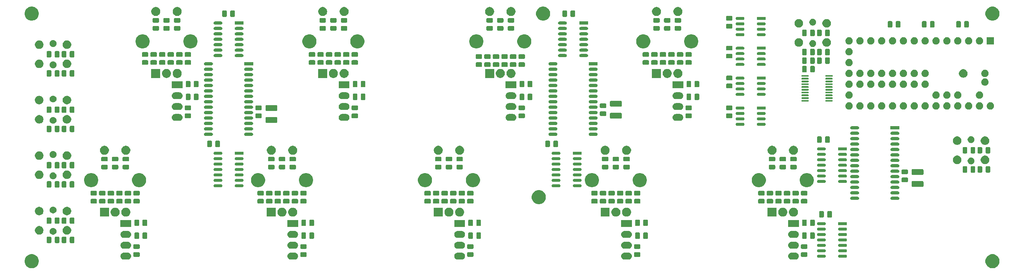
<source format=gbs>
G04 #@! TF.GenerationSoftware,KiCad,Pcbnew,(5.1.6)-1*
G04 #@! TF.CreationDate,2020-09-10T04:38:29+10:00*
G04 #@! TF.ProjectId,EncoderBoard,456e636f-6465-4724-926f-6172642e6b69,C*
G04 #@! TF.SameCoordinates,Original*
G04 #@! TF.FileFunction,Soldermask,Bot*
G04 #@! TF.FilePolarity,Negative*
%FSLAX46Y46*%
G04 Gerber Fmt 4.6, Leading zero omitted, Abs format (unit mm)*
G04 Created by KiCad (PCBNEW (5.1.6)-1) date 2020-09-10 04:38:29*
%MOMM*%
%LPD*%
G01*
G04 APERTURE LIST*
%ADD10C,0.100000*%
G04 APERTURE END LIST*
D10*
G36*
X248481287Y-79913408D02*
G01*
X248781571Y-80037789D01*
X249051814Y-80218360D01*
X249281640Y-80448186D01*
X249462211Y-80718429D01*
X249586592Y-81018713D01*
X249650000Y-81337489D01*
X249650000Y-81662511D01*
X249586592Y-81981287D01*
X249462211Y-82281571D01*
X249281640Y-82551814D01*
X249051814Y-82781640D01*
X248781571Y-82962211D01*
X248481287Y-83086592D01*
X248162511Y-83150000D01*
X247837489Y-83150000D01*
X247518713Y-83086592D01*
X247218429Y-82962211D01*
X246948186Y-82781640D01*
X246718360Y-82551814D01*
X246537789Y-82281571D01*
X246413408Y-81981287D01*
X246350000Y-81662511D01*
X246350000Y-81337489D01*
X246413408Y-81018713D01*
X246537789Y-80718429D01*
X246718360Y-80448186D01*
X246948186Y-80218360D01*
X247218429Y-80037789D01*
X247518713Y-79913408D01*
X247837489Y-79850000D01*
X248162511Y-79850000D01*
X248481287Y-79913408D01*
G37*
G36*
X23981287Y-79913408D02*
G01*
X24281571Y-80037789D01*
X24551814Y-80218360D01*
X24781640Y-80448186D01*
X24962211Y-80718429D01*
X25086592Y-81018713D01*
X25150000Y-81337489D01*
X25150000Y-81662511D01*
X25086592Y-81981287D01*
X24962211Y-82281571D01*
X24781640Y-82551814D01*
X24551814Y-82781640D01*
X24281571Y-82962211D01*
X23981287Y-83086592D01*
X23662511Y-83150000D01*
X23337489Y-83150000D01*
X23018713Y-83086592D01*
X22718429Y-82962211D01*
X22448186Y-82781640D01*
X22218360Y-82551814D01*
X22037789Y-82281571D01*
X21913408Y-81981287D01*
X21850000Y-81662511D01*
X21850000Y-81337489D01*
X21913408Y-81018713D01*
X22037789Y-80718429D01*
X22218360Y-80448186D01*
X22448186Y-80218360D01*
X22718429Y-80037789D01*
X23018713Y-79913408D01*
X23337489Y-79850000D01*
X23662511Y-79850000D01*
X23981287Y-79913408D01*
G37*
G36*
X85106831Y-79521576D02*
G01*
X85257627Y-79567320D01*
X85396605Y-79641605D01*
X85518422Y-79741578D01*
X85618395Y-79863395D01*
X85692680Y-80002373D01*
X85738424Y-80153169D01*
X85753870Y-80310000D01*
X85738424Y-80466831D01*
X85692680Y-80617627D01*
X85618395Y-80756605D01*
X85518422Y-80878422D01*
X85396605Y-80978395D01*
X85257627Y-81052680D01*
X85106831Y-81098424D01*
X84989293Y-81110000D01*
X84010707Y-81110000D01*
X83893169Y-81098424D01*
X83742373Y-81052680D01*
X83603395Y-80978395D01*
X83481578Y-80878422D01*
X83381605Y-80756605D01*
X83307320Y-80617627D01*
X83261576Y-80466831D01*
X83246130Y-80310000D01*
X83261576Y-80153169D01*
X83307320Y-80002373D01*
X83381605Y-79863395D01*
X83481578Y-79741578D01*
X83603395Y-79641605D01*
X83742373Y-79567320D01*
X83893169Y-79521576D01*
X84010707Y-79510000D01*
X84989293Y-79510000D01*
X85106831Y-79521576D01*
G37*
G36*
X124106831Y-79521576D02*
G01*
X124257627Y-79567320D01*
X124396605Y-79641605D01*
X124518422Y-79741578D01*
X124618395Y-79863395D01*
X124692680Y-80002373D01*
X124738424Y-80153169D01*
X124753870Y-80310000D01*
X124738424Y-80466831D01*
X124692680Y-80617627D01*
X124618395Y-80756605D01*
X124518422Y-80878422D01*
X124396605Y-80978395D01*
X124257627Y-81052680D01*
X124106831Y-81098424D01*
X123989293Y-81110000D01*
X123010707Y-81110000D01*
X122893169Y-81098424D01*
X122742373Y-81052680D01*
X122603395Y-80978395D01*
X122481578Y-80878422D01*
X122381605Y-80756605D01*
X122307320Y-80617627D01*
X122261576Y-80466831D01*
X122246130Y-80310000D01*
X122261576Y-80153169D01*
X122307320Y-80002373D01*
X122381605Y-79863395D01*
X122481578Y-79741578D01*
X122603395Y-79641605D01*
X122742373Y-79567320D01*
X122893169Y-79521576D01*
X123010707Y-79510000D01*
X123989293Y-79510000D01*
X124106831Y-79521576D01*
G37*
G36*
X46106831Y-79521576D02*
G01*
X46257627Y-79567320D01*
X46396605Y-79641605D01*
X46518422Y-79741578D01*
X46618395Y-79863395D01*
X46692680Y-80002373D01*
X46738424Y-80153169D01*
X46753870Y-80310000D01*
X46738424Y-80466831D01*
X46692680Y-80617627D01*
X46618395Y-80756605D01*
X46518422Y-80878422D01*
X46396605Y-80978395D01*
X46257627Y-81052680D01*
X46106831Y-81098424D01*
X45989293Y-81110000D01*
X45010707Y-81110000D01*
X44893169Y-81098424D01*
X44742373Y-81052680D01*
X44603395Y-80978395D01*
X44481578Y-80878422D01*
X44381605Y-80756605D01*
X44307320Y-80617627D01*
X44261576Y-80466831D01*
X44246130Y-80310000D01*
X44261576Y-80153169D01*
X44307320Y-80002373D01*
X44381605Y-79863395D01*
X44481578Y-79741578D01*
X44603395Y-79641605D01*
X44742373Y-79567320D01*
X44893169Y-79521576D01*
X45010707Y-79510000D01*
X45989293Y-79510000D01*
X46106831Y-79521576D01*
G37*
G36*
X163106831Y-79521576D02*
G01*
X163257627Y-79567320D01*
X163396605Y-79641605D01*
X163518422Y-79741578D01*
X163618395Y-79863395D01*
X163692680Y-80002373D01*
X163738424Y-80153169D01*
X163753870Y-80310000D01*
X163738424Y-80466831D01*
X163692680Y-80617627D01*
X163618395Y-80756605D01*
X163518422Y-80878422D01*
X163396605Y-80978395D01*
X163257627Y-81052680D01*
X163106831Y-81098424D01*
X162989293Y-81110000D01*
X162010707Y-81110000D01*
X161893169Y-81098424D01*
X161742373Y-81052680D01*
X161603395Y-80978395D01*
X161481578Y-80878422D01*
X161381605Y-80756605D01*
X161307320Y-80617627D01*
X161261576Y-80466831D01*
X161246130Y-80310000D01*
X161261576Y-80153169D01*
X161307320Y-80002373D01*
X161381605Y-79863395D01*
X161481578Y-79741578D01*
X161603395Y-79641605D01*
X161742373Y-79567320D01*
X161893169Y-79521576D01*
X162010707Y-79510000D01*
X162989293Y-79510000D01*
X163106831Y-79521576D01*
G37*
G36*
X202106831Y-79521576D02*
G01*
X202257627Y-79567320D01*
X202396605Y-79641605D01*
X202518422Y-79741578D01*
X202618395Y-79863395D01*
X202692680Y-80002373D01*
X202738424Y-80153169D01*
X202753870Y-80310000D01*
X202738424Y-80466831D01*
X202692680Y-80617627D01*
X202618395Y-80756605D01*
X202518422Y-80878422D01*
X202396605Y-80978395D01*
X202257627Y-81052680D01*
X202106831Y-81098424D01*
X201989293Y-81110000D01*
X201010707Y-81110000D01*
X200893169Y-81098424D01*
X200742373Y-81052680D01*
X200603395Y-80978395D01*
X200481578Y-80878422D01*
X200381605Y-80756605D01*
X200307320Y-80617627D01*
X200261576Y-80466831D01*
X200246130Y-80310000D01*
X200261576Y-80153169D01*
X200307320Y-80002373D01*
X200381605Y-79863395D01*
X200481578Y-79741578D01*
X200603395Y-79641605D01*
X200742373Y-79567320D01*
X200893169Y-79521576D01*
X201010707Y-79510000D01*
X201989293Y-79510000D01*
X202106831Y-79521576D01*
G37*
G36*
X208768612Y-79965065D02*
G01*
X208834587Y-79985078D01*
X208895390Y-80017578D01*
X208948685Y-80061315D01*
X208992422Y-80114610D01*
X209024922Y-80175413D01*
X209044935Y-80241388D01*
X209051693Y-80310000D01*
X209044935Y-80378612D01*
X209024922Y-80444587D01*
X209024920Y-80444590D01*
X209024920Y-80444591D01*
X209013034Y-80466827D01*
X208992422Y-80505390D01*
X208948685Y-80558685D01*
X208895390Y-80602422D01*
X208834587Y-80634922D01*
X208768612Y-80654935D01*
X208717189Y-80660000D01*
X207332811Y-80660000D01*
X207281388Y-80654935D01*
X207215413Y-80634922D01*
X207154610Y-80602422D01*
X207101315Y-80558685D01*
X207057578Y-80505390D01*
X207036966Y-80466827D01*
X207025080Y-80444591D01*
X207025080Y-80444590D01*
X207025078Y-80444587D01*
X207005065Y-80378612D01*
X206998307Y-80310000D01*
X207005065Y-80241388D01*
X207025078Y-80175413D01*
X207057578Y-80114610D01*
X207101315Y-80061315D01*
X207154610Y-80017578D01*
X207215413Y-79985078D01*
X207281388Y-79965065D01*
X207332811Y-79960000D01*
X208717189Y-79960000D01*
X208768612Y-79965065D01*
G37*
G36*
X213718612Y-79965065D02*
G01*
X213784587Y-79985078D01*
X213845390Y-80017578D01*
X213898685Y-80061315D01*
X213942422Y-80114610D01*
X213974922Y-80175413D01*
X213994935Y-80241388D01*
X214001693Y-80310000D01*
X213994935Y-80378612D01*
X213974922Y-80444587D01*
X213974920Y-80444590D01*
X213974920Y-80444591D01*
X213963034Y-80466827D01*
X213942422Y-80505390D01*
X213898685Y-80558685D01*
X213845390Y-80602422D01*
X213784587Y-80634922D01*
X213718612Y-80654935D01*
X213667189Y-80660000D01*
X212282811Y-80660000D01*
X212231388Y-80654935D01*
X212165413Y-80634922D01*
X212104610Y-80602422D01*
X212051315Y-80558685D01*
X212007578Y-80505390D01*
X211986966Y-80466827D01*
X211975080Y-80444591D01*
X211975080Y-80444590D01*
X211975078Y-80444587D01*
X211955065Y-80378612D01*
X211948307Y-80310000D01*
X211955065Y-80241388D01*
X211975078Y-80175413D01*
X212007578Y-80114610D01*
X212051315Y-80061315D01*
X212104610Y-80017578D01*
X212165413Y-79985078D01*
X212231388Y-79965065D01*
X212282811Y-79960000D01*
X213667189Y-79960000D01*
X213718612Y-79965065D01*
G37*
G36*
X165563795Y-79404799D02*
G01*
X165607102Y-79417937D01*
X165647026Y-79439276D01*
X165682012Y-79467988D01*
X165710724Y-79502974D01*
X165732063Y-79542898D01*
X165745201Y-79586205D01*
X165750000Y-79634935D01*
X165750000Y-80240065D01*
X165745201Y-80288795D01*
X165732063Y-80332102D01*
X165710724Y-80372026D01*
X165682012Y-80407012D01*
X165647026Y-80435724D01*
X165607102Y-80457063D01*
X165563795Y-80470201D01*
X165515065Y-80475000D01*
X164484935Y-80475000D01*
X164436205Y-80470201D01*
X164392898Y-80457063D01*
X164352974Y-80435724D01*
X164317988Y-80407012D01*
X164289276Y-80372026D01*
X164267937Y-80332102D01*
X164254799Y-80288795D01*
X164250000Y-80240065D01*
X164250000Y-79634935D01*
X164254799Y-79586205D01*
X164267937Y-79542898D01*
X164289276Y-79502974D01*
X164317988Y-79467988D01*
X164352974Y-79439276D01*
X164392898Y-79417937D01*
X164436205Y-79404799D01*
X164484935Y-79400000D01*
X165515065Y-79400000D01*
X165563795Y-79404799D01*
G37*
G36*
X48563795Y-79404799D02*
G01*
X48607102Y-79417937D01*
X48647026Y-79439276D01*
X48682012Y-79467988D01*
X48710724Y-79502974D01*
X48732063Y-79542898D01*
X48745201Y-79586205D01*
X48750000Y-79634935D01*
X48750000Y-80240065D01*
X48745201Y-80288795D01*
X48732063Y-80332102D01*
X48710724Y-80372026D01*
X48682012Y-80407012D01*
X48647026Y-80435724D01*
X48607102Y-80457063D01*
X48563795Y-80470201D01*
X48515065Y-80475000D01*
X47484935Y-80475000D01*
X47436205Y-80470201D01*
X47392898Y-80457063D01*
X47352974Y-80435724D01*
X47317988Y-80407012D01*
X47289276Y-80372026D01*
X47267937Y-80332102D01*
X47254799Y-80288795D01*
X47250000Y-80240065D01*
X47250000Y-79634935D01*
X47254799Y-79586205D01*
X47267937Y-79542898D01*
X47289276Y-79502974D01*
X47317988Y-79467988D01*
X47352974Y-79439276D01*
X47392898Y-79417937D01*
X47436205Y-79404799D01*
X47484935Y-79400000D01*
X48515065Y-79400000D01*
X48563795Y-79404799D01*
G37*
G36*
X204563795Y-79404799D02*
G01*
X204607102Y-79417937D01*
X204647026Y-79439276D01*
X204682012Y-79467988D01*
X204710724Y-79502974D01*
X204732063Y-79542898D01*
X204745201Y-79586205D01*
X204750000Y-79634935D01*
X204750000Y-80240065D01*
X204745201Y-80288795D01*
X204732063Y-80332102D01*
X204710724Y-80372026D01*
X204682012Y-80407012D01*
X204647026Y-80435724D01*
X204607102Y-80457063D01*
X204563795Y-80470201D01*
X204515065Y-80475000D01*
X203484935Y-80475000D01*
X203436205Y-80470201D01*
X203392898Y-80457063D01*
X203352974Y-80435724D01*
X203317988Y-80407012D01*
X203289276Y-80372026D01*
X203267937Y-80332102D01*
X203254799Y-80288795D01*
X203250000Y-80240065D01*
X203250000Y-79634935D01*
X203254799Y-79586205D01*
X203267937Y-79542898D01*
X203289276Y-79502974D01*
X203317988Y-79467988D01*
X203352974Y-79439276D01*
X203392898Y-79417937D01*
X203436205Y-79404799D01*
X203484935Y-79400000D01*
X204515065Y-79400000D01*
X204563795Y-79404799D01*
G37*
G36*
X87563795Y-79404799D02*
G01*
X87607102Y-79417937D01*
X87647026Y-79439276D01*
X87682012Y-79467988D01*
X87710724Y-79502974D01*
X87732063Y-79542898D01*
X87745201Y-79586205D01*
X87750000Y-79634935D01*
X87750000Y-80240065D01*
X87745201Y-80288795D01*
X87732063Y-80332102D01*
X87710724Y-80372026D01*
X87682012Y-80407012D01*
X87647026Y-80435724D01*
X87607102Y-80457063D01*
X87563795Y-80470201D01*
X87515065Y-80475000D01*
X86484935Y-80475000D01*
X86436205Y-80470201D01*
X86392898Y-80457063D01*
X86352974Y-80435724D01*
X86317988Y-80407012D01*
X86289276Y-80372026D01*
X86267937Y-80332102D01*
X86254799Y-80288795D01*
X86250000Y-80240065D01*
X86250000Y-79634935D01*
X86254799Y-79586205D01*
X86267937Y-79542898D01*
X86289276Y-79502974D01*
X86317988Y-79467988D01*
X86352974Y-79439276D01*
X86392898Y-79417937D01*
X86436205Y-79404799D01*
X86484935Y-79400000D01*
X87515065Y-79400000D01*
X87563795Y-79404799D01*
G37*
G36*
X126563795Y-79404799D02*
G01*
X126607102Y-79417937D01*
X126647026Y-79439276D01*
X126682012Y-79467988D01*
X126710724Y-79502974D01*
X126732063Y-79542898D01*
X126745201Y-79586205D01*
X126750000Y-79634935D01*
X126750000Y-80240065D01*
X126745201Y-80288795D01*
X126732063Y-80332102D01*
X126710724Y-80372026D01*
X126682012Y-80407012D01*
X126647026Y-80435724D01*
X126607102Y-80457063D01*
X126563795Y-80470201D01*
X126515065Y-80475000D01*
X125484935Y-80475000D01*
X125436205Y-80470201D01*
X125392898Y-80457063D01*
X125352974Y-80435724D01*
X125317988Y-80407012D01*
X125289276Y-80372026D01*
X125267937Y-80332102D01*
X125254799Y-80288795D01*
X125250000Y-80240065D01*
X125250000Y-79634935D01*
X125254799Y-79586205D01*
X125267937Y-79542898D01*
X125289276Y-79502974D01*
X125317988Y-79467988D01*
X125352974Y-79439276D01*
X125392898Y-79417937D01*
X125436205Y-79404799D01*
X125484935Y-79400000D01*
X126515065Y-79400000D01*
X126563795Y-79404799D01*
G37*
G36*
X213718612Y-78695065D02*
G01*
X213784587Y-78715078D01*
X213845390Y-78747578D01*
X213898685Y-78791315D01*
X213942422Y-78844610D01*
X213974922Y-78905413D01*
X213994935Y-78971388D01*
X214001693Y-79040000D01*
X213994935Y-79108612D01*
X213974922Y-79174587D01*
X213942422Y-79235390D01*
X213898685Y-79288685D01*
X213845390Y-79332422D01*
X213784587Y-79364922D01*
X213718612Y-79384935D01*
X213667189Y-79390000D01*
X212282811Y-79390000D01*
X212231388Y-79384935D01*
X212165413Y-79364922D01*
X212104610Y-79332422D01*
X212051315Y-79288685D01*
X212007578Y-79235390D01*
X211975078Y-79174587D01*
X211955065Y-79108612D01*
X211948307Y-79040000D01*
X211955065Y-78971388D01*
X211975078Y-78905413D01*
X212007578Y-78844610D01*
X212051315Y-78791315D01*
X212104610Y-78747578D01*
X212165413Y-78715078D01*
X212231388Y-78695065D01*
X212282811Y-78690000D01*
X213667189Y-78690000D01*
X213718612Y-78695065D01*
G37*
G36*
X208768612Y-78695065D02*
G01*
X208834587Y-78715078D01*
X208895390Y-78747578D01*
X208948685Y-78791315D01*
X208992422Y-78844610D01*
X209024922Y-78905413D01*
X209044935Y-78971388D01*
X209051693Y-79040000D01*
X209044935Y-79108612D01*
X209024922Y-79174587D01*
X208992422Y-79235390D01*
X208948685Y-79288685D01*
X208895390Y-79332422D01*
X208834587Y-79364922D01*
X208768612Y-79384935D01*
X208717189Y-79390000D01*
X207332811Y-79390000D01*
X207281388Y-79384935D01*
X207215413Y-79364922D01*
X207154610Y-79332422D01*
X207101315Y-79288685D01*
X207057578Y-79235390D01*
X207025078Y-79174587D01*
X207005065Y-79108612D01*
X206998307Y-79040000D01*
X207005065Y-78971388D01*
X207025078Y-78905413D01*
X207057578Y-78844610D01*
X207101315Y-78791315D01*
X207154610Y-78747578D01*
X207215413Y-78715078D01*
X207281388Y-78695065D01*
X207332811Y-78690000D01*
X208717189Y-78690000D01*
X208768612Y-78695065D01*
G37*
G36*
X87563795Y-77529799D02*
G01*
X87607102Y-77542937D01*
X87647026Y-77564276D01*
X87682012Y-77592988D01*
X87710724Y-77627974D01*
X87732063Y-77667898D01*
X87745201Y-77711205D01*
X87750000Y-77759935D01*
X87750000Y-78365065D01*
X87745201Y-78413795D01*
X87732063Y-78457102D01*
X87710724Y-78497026D01*
X87682012Y-78532012D01*
X87647026Y-78560724D01*
X87607102Y-78582063D01*
X87563795Y-78595201D01*
X87515065Y-78600000D01*
X86484935Y-78600000D01*
X86436205Y-78595201D01*
X86392898Y-78582063D01*
X86352974Y-78560724D01*
X86317988Y-78532012D01*
X86289276Y-78497026D01*
X86267937Y-78457102D01*
X86254799Y-78413795D01*
X86250000Y-78365065D01*
X86250000Y-77759935D01*
X86254799Y-77711205D01*
X86267937Y-77667898D01*
X86289276Y-77627974D01*
X86317988Y-77592988D01*
X86352974Y-77564276D01*
X86392898Y-77542937D01*
X86436205Y-77529799D01*
X86484935Y-77525000D01*
X87515065Y-77525000D01*
X87563795Y-77529799D01*
G37*
G36*
X48563795Y-77529799D02*
G01*
X48607102Y-77542937D01*
X48647026Y-77564276D01*
X48682012Y-77592988D01*
X48710724Y-77627974D01*
X48732063Y-77667898D01*
X48745201Y-77711205D01*
X48750000Y-77759935D01*
X48750000Y-78365065D01*
X48745201Y-78413795D01*
X48732063Y-78457102D01*
X48710724Y-78497026D01*
X48682012Y-78532012D01*
X48647026Y-78560724D01*
X48607102Y-78582063D01*
X48563795Y-78595201D01*
X48515065Y-78600000D01*
X47484935Y-78600000D01*
X47436205Y-78595201D01*
X47392898Y-78582063D01*
X47352974Y-78560724D01*
X47317988Y-78532012D01*
X47289276Y-78497026D01*
X47267937Y-78457102D01*
X47254799Y-78413795D01*
X47250000Y-78365065D01*
X47250000Y-77759935D01*
X47254799Y-77711205D01*
X47267937Y-77667898D01*
X47289276Y-77627974D01*
X47317988Y-77592988D01*
X47352974Y-77564276D01*
X47392898Y-77542937D01*
X47436205Y-77529799D01*
X47484935Y-77525000D01*
X48515065Y-77525000D01*
X48563795Y-77529799D01*
G37*
G36*
X126563795Y-77529799D02*
G01*
X126607102Y-77542937D01*
X126647026Y-77564276D01*
X126682012Y-77592988D01*
X126710724Y-77627974D01*
X126732063Y-77667898D01*
X126745201Y-77711205D01*
X126750000Y-77759935D01*
X126750000Y-78365065D01*
X126745201Y-78413795D01*
X126732063Y-78457102D01*
X126710724Y-78497026D01*
X126682012Y-78532012D01*
X126647026Y-78560724D01*
X126607102Y-78582063D01*
X126563795Y-78595201D01*
X126515065Y-78600000D01*
X125484935Y-78600000D01*
X125436205Y-78595201D01*
X125392898Y-78582063D01*
X125352974Y-78560724D01*
X125317988Y-78532012D01*
X125289276Y-78497026D01*
X125267937Y-78457102D01*
X125254799Y-78413795D01*
X125250000Y-78365065D01*
X125250000Y-77759935D01*
X125254799Y-77711205D01*
X125267937Y-77667898D01*
X125289276Y-77627974D01*
X125317988Y-77592988D01*
X125352974Y-77564276D01*
X125392898Y-77542937D01*
X125436205Y-77529799D01*
X125484935Y-77525000D01*
X126515065Y-77525000D01*
X126563795Y-77529799D01*
G37*
G36*
X165563795Y-77529799D02*
G01*
X165607102Y-77542937D01*
X165647026Y-77564276D01*
X165682012Y-77592988D01*
X165710724Y-77627974D01*
X165732063Y-77667898D01*
X165745201Y-77711205D01*
X165750000Y-77759935D01*
X165750000Y-78365065D01*
X165745201Y-78413795D01*
X165732063Y-78457102D01*
X165710724Y-78497026D01*
X165682012Y-78532012D01*
X165647026Y-78560724D01*
X165607102Y-78582063D01*
X165563795Y-78595201D01*
X165515065Y-78600000D01*
X164484935Y-78600000D01*
X164436205Y-78595201D01*
X164392898Y-78582063D01*
X164352974Y-78560724D01*
X164317988Y-78532012D01*
X164289276Y-78497026D01*
X164267937Y-78457102D01*
X164254799Y-78413795D01*
X164250000Y-78365065D01*
X164250000Y-77759935D01*
X164254799Y-77711205D01*
X164267937Y-77667898D01*
X164289276Y-77627974D01*
X164317988Y-77592988D01*
X164352974Y-77564276D01*
X164392898Y-77542937D01*
X164436205Y-77529799D01*
X164484935Y-77525000D01*
X165515065Y-77525000D01*
X165563795Y-77529799D01*
G37*
G36*
X204563795Y-77529799D02*
G01*
X204607102Y-77542937D01*
X204647026Y-77564276D01*
X204682012Y-77592988D01*
X204710724Y-77627974D01*
X204732063Y-77667898D01*
X204745201Y-77711205D01*
X204750000Y-77759935D01*
X204750000Y-78365065D01*
X204745201Y-78413795D01*
X204732063Y-78457102D01*
X204710724Y-78497026D01*
X204682012Y-78532012D01*
X204647026Y-78560724D01*
X204607102Y-78582063D01*
X204563795Y-78595201D01*
X204515065Y-78600000D01*
X203484935Y-78600000D01*
X203436205Y-78595201D01*
X203392898Y-78582063D01*
X203352974Y-78560724D01*
X203317988Y-78532012D01*
X203289276Y-78497026D01*
X203267937Y-78457102D01*
X203254799Y-78413795D01*
X203250000Y-78365065D01*
X203250000Y-77759935D01*
X203254799Y-77711205D01*
X203267937Y-77667898D01*
X203289276Y-77627974D01*
X203317988Y-77592988D01*
X203352974Y-77564276D01*
X203392898Y-77542937D01*
X203436205Y-77529799D01*
X203484935Y-77525000D01*
X204515065Y-77525000D01*
X204563795Y-77529799D01*
G37*
G36*
X124106831Y-76981576D02*
G01*
X124257627Y-77027320D01*
X124396605Y-77101605D01*
X124518422Y-77201578D01*
X124618395Y-77323395D01*
X124692680Y-77462373D01*
X124738424Y-77613169D01*
X124753870Y-77770000D01*
X124738424Y-77926831D01*
X124692680Y-78077627D01*
X124618395Y-78216605D01*
X124518422Y-78338422D01*
X124396605Y-78438395D01*
X124257627Y-78512680D01*
X124106831Y-78558424D01*
X123989293Y-78570000D01*
X123010707Y-78570000D01*
X122893169Y-78558424D01*
X122742373Y-78512680D01*
X122603395Y-78438395D01*
X122481578Y-78338422D01*
X122381605Y-78216605D01*
X122307320Y-78077627D01*
X122261576Y-77926831D01*
X122246130Y-77770000D01*
X122261576Y-77613169D01*
X122307320Y-77462373D01*
X122381605Y-77323395D01*
X122481578Y-77201578D01*
X122603395Y-77101605D01*
X122742373Y-77027320D01*
X122893169Y-76981576D01*
X123010707Y-76970000D01*
X123989293Y-76970000D01*
X124106831Y-76981576D01*
G37*
G36*
X202106831Y-76981576D02*
G01*
X202257627Y-77027320D01*
X202396605Y-77101605D01*
X202518422Y-77201578D01*
X202618395Y-77323395D01*
X202692680Y-77462373D01*
X202738424Y-77613169D01*
X202753870Y-77770000D01*
X202738424Y-77926831D01*
X202692680Y-78077627D01*
X202618395Y-78216605D01*
X202518422Y-78338422D01*
X202396605Y-78438395D01*
X202257627Y-78512680D01*
X202106831Y-78558424D01*
X201989293Y-78570000D01*
X201010707Y-78570000D01*
X200893169Y-78558424D01*
X200742373Y-78512680D01*
X200603395Y-78438395D01*
X200481578Y-78338422D01*
X200381605Y-78216605D01*
X200307320Y-78077627D01*
X200261576Y-77926831D01*
X200246130Y-77770000D01*
X200261576Y-77613169D01*
X200307320Y-77462373D01*
X200381605Y-77323395D01*
X200481578Y-77201578D01*
X200603395Y-77101605D01*
X200742373Y-77027320D01*
X200893169Y-76981576D01*
X201010707Y-76970000D01*
X201989293Y-76970000D01*
X202106831Y-76981576D01*
G37*
G36*
X163106831Y-76981576D02*
G01*
X163257627Y-77027320D01*
X163396605Y-77101605D01*
X163518422Y-77201578D01*
X163618395Y-77323395D01*
X163692680Y-77462373D01*
X163738424Y-77613169D01*
X163753870Y-77770000D01*
X163738424Y-77926831D01*
X163692680Y-78077627D01*
X163618395Y-78216605D01*
X163518422Y-78338422D01*
X163396605Y-78438395D01*
X163257627Y-78512680D01*
X163106831Y-78558424D01*
X162989293Y-78570000D01*
X162010707Y-78570000D01*
X161893169Y-78558424D01*
X161742373Y-78512680D01*
X161603395Y-78438395D01*
X161481578Y-78338422D01*
X161381605Y-78216605D01*
X161307320Y-78077627D01*
X161261576Y-77926831D01*
X161246130Y-77770000D01*
X161261576Y-77613169D01*
X161307320Y-77462373D01*
X161381605Y-77323395D01*
X161481578Y-77201578D01*
X161603395Y-77101605D01*
X161742373Y-77027320D01*
X161893169Y-76981576D01*
X162010707Y-76970000D01*
X162989293Y-76970000D01*
X163106831Y-76981576D01*
G37*
G36*
X85106831Y-76981576D02*
G01*
X85257627Y-77027320D01*
X85396605Y-77101605D01*
X85518422Y-77201578D01*
X85618395Y-77323395D01*
X85692680Y-77462373D01*
X85738424Y-77613169D01*
X85753870Y-77770000D01*
X85738424Y-77926831D01*
X85692680Y-78077627D01*
X85618395Y-78216605D01*
X85518422Y-78338422D01*
X85396605Y-78438395D01*
X85257627Y-78512680D01*
X85106831Y-78558424D01*
X84989293Y-78570000D01*
X84010707Y-78570000D01*
X83893169Y-78558424D01*
X83742373Y-78512680D01*
X83603395Y-78438395D01*
X83481578Y-78338422D01*
X83381605Y-78216605D01*
X83307320Y-78077627D01*
X83261576Y-77926831D01*
X83246130Y-77770000D01*
X83261576Y-77613169D01*
X83307320Y-77462373D01*
X83381605Y-77323395D01*
X83481578Y-77201578D01*
X83603395Y-77101605D01*
X83742373Y-77027320D01*
X83893169Y-76981576D01*
X84010707Y-76970000D01*
X84989293Y-76970000D01*
X85106831Y-76981576D01*
G37*
G36*
X46106831Y-76981576D02*
G01*
X46257627Y-77027320D01*
X46396605Y-77101605D01*
X46518422Y-77201578D01*
X46618395Y-77323395D01*
X46692680Y-77462373D01*
X46738424Y-77613169D01*
X46753870Y-77770000D01*
X46738424Y-77926831D01*
X46692680Y-78077627D01*
X46618395Y-78216605D01*
X46518422Y-78338422D01*
X46396605Y-78438395D01*
X46257627Y-78512680D01*
X46106831Y-78558424D01*
X45989293Y-78570000D01*
X45010707Y-78570000D01*
X44893169Y-78558424D01*
X44742373Y-78512680D01*
X44603395Y-78438395D01*
X44481578Y-78338422D01*
X44381605Y-78216605D01*
X44307320Y-78077627D01*
X44261576Y-77926831D01*
X44246130Y-77770000D01*
X44261576Y-77613169D01*
X44307320Y-77462373D01*
X44381605Y-77323395D01*
X44481578Y-77201578D01*
X44603395Y-77101605D01*
X44742373Y-77027320D01*
X44893169Y-76981576D01*
X45010707Y-76970000D01*
X45989293Y-76970000D01*
X46106831Y-76981576D01*
G37*
G36*
X213718612Y-77425065D02*
G01*
X213784587Y-77445078D01*
X213845390Y-77477578D01*
X213898685Y-77521315D01*
X213942422Y-77574610D01*
X213974922Y-77635413D01*
X213994935Y-77701388D01*
X214001693Y-77770000D01*
X213994935Y-77838612D01*
X213974922Y-77904587D01*
X213942422Y-77965390D01*
X213898685Y-78018685D01*
X213845390Y-78062422D01*
X213784587Y-78094922D01*
X213718612Y-78114935D01*
X213667189Y-78120000D01*
X212282811Y-78120000D01*
X212231388Y-78114935D01*
X212165413Y-78094922D01*
X212104610Y-78062422D01*
X212051315Y-78018685D01*
X212007578Y-77965390D01*
X211975078Y-77904587D01*
X211955065Y-77838612D01*
X211948307Y-77770000D01*
X211955065Y-77701388D01*
X211975078Y-77635413D01*
X212007578Y-77574610D01*
X212051315Y-77521315D01*
X212104610Y-77477578D01*
X212165413Y-77445078D01*
X212231388Y-77425065D01*
X212282811Y-77420000D01*
X213667189Y-77420000D01*
X213718612Y-77425065D01*
G37*
G36*
X208768612Y-77425065D02*
G01*
X208834587Y-77445078D01*
X208895390Y-77477578D01*
X208948685Y-77521315D01*
X208992422Y-77574610D01*
X209024922Y-77635413D01*
X209044935Y-77701388D01*
X209051693Y-77770000D01*
X209044935Y-77838612D01*
X209024922Y-77904587D01*
X208992422Y-77965390D01*
X208948685Y-78018685D01*
X208895390Y-78062422D01*
X208834587Y-78094922D01*
X208768612Y-78114935D01*
X208717189Y-78120000D01*
X207332811Y-78120000D01*
X207281388Y-78114935D01*
X207215413Y-78094922D01*
X207154610Y-78062422D01*
X207101315Y-78018685D01*
X207057578Y-77965390D01*
X207025078Y-77904587D01*
X207005065Y-77838612D01*
X206998307Y-77770000D01*
X207005065Y-77701388D01*
X207025078Y-77635413D01*
X207057578Y-77574610D01*
X207101315Y-77521315D01*
X207154610Y-77477578D01*
X207215413Y-77445078D01*
X207281388Y-77425065D01*
X207332811Y-77420000D01*
X208717189Y-77420000D01*
X208768612Y-77425065D01*
G37*
G36*
X33288795Y-75754799D02*
G01*
X33332102Y-75767937D01*
X33372026Y-75789276D01*
X33407012Y-75817988D01*
X33435724Y-75852974D01*
X33457063Y-75892898D01*
X33470201Y-75936205D01*
X33475000Y-75984935D01*
X33475000Y-77015065D01*
X33470201Y-77063795D01*
X33457063Y-77107102D01*
X33435724Y-77147026D01*
X33407012Y-77182012D01*
X33372026Y-77210724D01*
X33332102Y-77232063D01*
X33288795Y-77245201D01*
X33240065Y-77250000D01*
X32634935Y-77250000D01*
X32586205Y-77245201D01*
X32542898Y-77232063D01*
X32502974Y-77210724D01*
X32467988Y-77182012D01*
X32439276Y-77147026D01*
X32417937Y-77107102D01*
X32404799Y-77063795D01*
X32400000Y-77015065D01*
X32400000Y-75984935D01*
X32404799Y-75936205D01*
X32417937Y-75892898D01*
X32439276Y-75852974D01*
X32467988Y-75817988D01*
X32502974Y-75789276D01*
X32542898Y-75767937D01*
X32586205Y-75754799D01*
X32634935Y-75750000D01*
X33240065Y-75750000D01*
X33288795Y-75754799D01*
G37*
G36*
X31413795Y-75754799D02*
G01*
X31457102Y-75767937D01*
X31497026Y-75789276D01*
X31532012Y-75817988D01*
X31560724Y-75852974D01*
X31582063Y-75892898D01*
X31595201Y-75936205D01*
X31600000Y-75984935D01*
X31600000Y-77015065D01*
X31595201Y-77063795D01*
X31582063Y-77107102D01*
X31560724Y-77147026D01*
X31532012Y-77182012D01*
X31497026Y-77210724D01*
X31457102Y-77232063D01*
X31413795Y-77245201D01*
X31365065Y-77250000D01*
X30759935Y-77250000D01*
X30711205Y-77245201D01*
X30667898Y-77232063D01*
X30627974Y-77210724D01*
X30592988Y-77182012D01*
X30564276Y-77147026D01*
X30542937Y-77107102D01*
X30529799Y-77063795D01*
X30525000Y-77015065D01*
X30525000Y-75984935D01*
X30529799Y-75936205D01*
X30542937Y-75892898D01*
X30564276Y-75852974D01*
X30592988Y-75817988D01*
X30627974Y-75789276D01*
X30667898Y-75767937D01*
X30711205Y-75754799D01*
X30759935Y-75750000D01*
X31365065Y-75750000D01*
X31413795Y-75754799D01*
G37*
G36*
X27913795Y-75754799D02*
G01*
X27957102Y-75767937D01*
X27997026Y-75789276D01*
X28032012Y-75817988D01*
X28060724Y-75852974D01*
X28082063Y-75892898D01*
X28095201Y-75936205D01*
X28100000Y-75984935D01*
X28100000Y-77015065D01*
X28095201Y-77063795D01*
X28082063Y-77107102D01*
X28060724Y-77147026D01*
X28032012Y-77182012D01*
X27997026Y-77210724D01*
X27957102Y-77232063D01*
X27913795Y-77245201D01*
X27865065Y-77250000D01*
X27259935Y-77250000D01*
X27211205Y-77245201D01*
X27167898Y-77232063D01*
X27127974Y-77210724D01*
X27092988Y-77182012D01*
X27064276Y-77147026D01*
X27042937Y-77107102D01*
X27029799Y-77063795D01*
X27025000Y-77015065D01*
X27025000Y-75984935D01*
X27029799Y-75936205D01*
X27042937Y-75892898D01*
X27064276Y-75852974D01*
X27092988Y-75817988D01*
X27127974Y-75789276D01*
X27167898Y-75767937D01*
X27211205Y-75754799D01*
X27259935Y-75750000D01*
X27865065Y-75750000D01*
X27913795Y-75754799D01*
G37*
G36*
X29788795Y-75754799D02*
G01*
X29832102Y-75767937D01*
X29872026Y-75789276D01*
X29907012Y-75817988D01*
X29935724Y-75852974D01*
X29957063Y-75892898D01*
X29970201Y-75936205D01*
X29975000Y-75984935D01*
X29975000Y-77015065D01*
X29970201Y-77063795D01*
X29957063Y-77107102D01*
X29935724Y-77147026D01*
X29907012Y-77182012D01*
X29872026Y-77210724D01*
X29832102Y-77232063D01*
X29788795Y-77245201D01*
X29740065Y-77250000D01*
X29134935Y-77250000D01*
X29086205Y-77245201D01*
X29042898Y-77232063D01*
X29002974Y-77210724D01*
X28967988Y-77182012D01*
X28939276Y-77147026D01*
X28917937Y-77107102D01*
X28904799Y-77063795D01*
X28900000Y-77015065D01*
X28900000Y-75984935D01*
X28904799Y-75936205D01*
X28917937Y-75892898D01*
X28939276Y-75852974D01*
X28967988Y-75817988D01*
X29002974Y-75789276D01*
X29042898Y-75767937D01*
X29086205Y-75754799D01*
X29134935Y-75750000D01*
X29740065Y-75750000D01*
X29788795Y-75754799D01*
G37*
G36*
X208768612Y-76155065D02*
G01*
X208834587Y-76175078D01*
X208895390Y-76207578D01*
X208948685Y-76251315D01*
X208992422Y-76304610D01*
X209024922Y-76365413D01*
X209044935Y-76431388D01*
X209051693Y-76500000D01*
X209044935Y-76568612D01*
X209024922Y-76634587D01*
X208992422Y-76695390D01*
X208948685Y-76748685D01*
X208895390Y-76792422D01*
X208834587Y-76824922D01*
X208768612Y-76844935D01*
X208717189Y-76850000D01*
X207332811Y-76850000D01*
X207281388Y-76844935D01*
X207215413Y-76824922D01*
X207154610Y-76792422D01*
X207101315Y-76748685D01*
X207057578Y-76695390D01*
X207025078Y-76634587D01*
X207005065Y-76568612D01*
X206998307Y-76500000D01*
X207005065Y-76431388D01*
X207025078Y-76365413D01*
X207057578Y-76304610D01*
X207101315Y-76251315D01*
X207154610Y-76207578D01*
X207215413Y-76175078D01*
X207281388Y-76155065D01*
X207332811Y-76150000D01*
X208717189Y-76150000D01*
X208768612Y-76155065D01*
G37*
G36*
X213718612Y-76155065D02*
G01*
X213784587Y-76175078D01*
X213845390Y-76207578D01*
X213898685Y-76251315D01*
X213942422Y-76304610D01*
X213974922Y-76365413D01*
X213994935Y-76431388D01*
X214001693Y-76500000D01*
X213994935Y-76568612D01*
X213974922Y-76634587D01*
X213942422Y-76695390D01*
X213898685Y-76748685D01*
X213845390Y-76792422D01*
X213784587Y-76824922D01*
X213718612Y-76844935D01*
X213667189Y-76850000D01*
X212282811Y-76850000D01*
X212231388Y-76844935D01*
X212165413Y-76824922D01*
X212104610Y-76792422D01*
X212051315Y-76748685D01*
X212007578Y-76695390D01*
X211975078Y-76634587D01*
X211955065Y-76568612D01*
X211948307Y-76500000D01*
X211955065Y-76431388D01*
X211975078Y-76365413D01*
X212007578Y-76304610D01*
X212051315Y-76251315D01*
X212104610Y-76207578D01*
X212165413Y-76175078D01*
X212231388Y-76155065D01*
X212282811Y-76150000D01*
X213667189Y-76150000D01*
X213718612Y-76155065D01*
G37*
G36*
X165413795Y-74754799D02*
G01*
X165457102Y-74767937D01*
X165497026Y-74789276D01*
X165532012Y-74817988D01*
X165560724Y-74852974D01*
X165582063Y-74892898D01*
X165595201Y-74936205D01*
X165600000Y-74984935D01*
X165600000Y-76015065D01*
X165595201Y-76063795D01*
X165582063Y-76107102D01*
X165560724Y-76147026D01*
X165532012Y-76182012D01*
X165497026Y-76210724D01*
X165457102Y-76232063D01*
X165413795Y-76245201D01*
X165365065Y-76250000D01*
X164759935Y-76250000D01*
X164711205Y-76245201D01*
X164667898Y-76232063D01*
X164627974Y-76210724D01*
X164592988Y-76182012D01*
X164564276Y-76147026D01*
X164542937Y-76107102D01*
X164529799Y-76063795D01*
X164525000Y-76015065D01*
X164525000Y-74984935D01*
X164529799Y-74936205D01*
X164542937Y-74892898D01*
X164564276Y-74852974D01*
X164592988Y-74817988D01*
X164627974Y-74789276D01*
X164667898Y-74767937D01*
X164711205Y-74754799D01*
X164759935Y-74750000D01*
X165365065Y-74750000D01*
X165413795Y-74754799D01*
G37*
G36*
X167288795Y-74754799D02*
G01*
X167332102Y-74767937D01*
X167372026Y-74789276D01*
X167407012Y-74817988D01*
X167435724Y-74852974D01*
X167457063Y-74892898D01*
X167470201Y-74936205D01*
X167475000Y-74984935D01*
X167475000Y-76015065D01*
X167470201Y-76063795D01*
X167457063Y-76107102D01*
X167435724Y-76147026D01*
X167407012Y-76182012D01*
X167372026Y-76210724D01*
X167332102Y-76232063D01*
X167288795Y-76245201D01*
X167240065Y-76250000D01*
X166634935Y-76250000D01*
X166586205Y-76245201D01*
X166542898Y-76232063D01*
X166502974Y-76210724D01*
X166467988Y-76182012D01*
X166439276Y-76147026D01*
X166417937Y-76107102D01*
X166404799Y-76063795D01*
X166400000Y-76015065D01*
X166400000Y-74984935D01*
X166404799Y-74936205D01*
X166417937Y-74892898D01*
X166439276Y-74852974D01*
X166467988Y-74817988D01*
X166502974Y-74789276D01*
X166542898Y-74767937D01*
X166586205Y-74754799D01*
X166634935Y-74750000D01*
X167240065Y-74750000D01*
X167288795Y-74754799D01*
G37*
G36*
X204413795Y-74754799D02*
G01*
X204457102Y-74767937D01*
X204497026Y-74789276D01*
X204532012Y-74817988D01*
X204560724Y-74852974D01*
X204582063Y-74892898D01*
X204595201Y-74936205D01*
X204600000Y-74984935D01*
X204600000Y-76015065D01*
X204595201Y-76063795D01*
X204582063Y-76107102D01*
X204560724Y-76147026D01*
X204532012Y-76182012D01*
X204497026Y-76210724D01*
X204457102Y-76232063D01*
X204413795Y-76245201D01*
X204365065Y-76250000D01*
X203759935Y-76250000D01*
X203711205Y-76245201D01*
X203667898Y-76232063D01*
X203627974Y-76210724D01*
X203592988Y-76182012D01*
X203564276Y-76147026D01*
X203542937Y-76107102D01*
X203529799Y-76063795D01*
X203525000Y-76015065D01*
X203525000Y-74984935D01*
X203529799Y-74936205D01*
X203542937Y-74892898D01*
X203564276Y-74852974D01*
X203592988Y-74817988D01*
X203627974Y-74789276D01*
X203667898Y-74767937D01*
X203711205Y-74754799D01*
X203759935Y-74750000D01*
X204365065Y-74750000D01*
X204413795Y-74754799D01*
G37*
G36*
X206288795Y-74754799D02*
G01*
X206332102Y-74767937D01*
X206372026Y-74789276D01*
X206407012Y-74817988D01*
X206435724Y-74852974D01*
X206457063Y-74892898D01*
X206470201Y-74936205D01*
X206475000Y-74984935D01*
X206475000Y-76015065D01*
X206470201Y-76063795D01*
X206457063Y-76107102D01*
X206435724Y-76147026D01*
X206407012Y-76182012D01*
X206372026Y-76210724D01*
X206332102Y-76232063D01*
X206288795Y-76245201D01*
X206240065Y-76250000D01*
X205634935Y-76250000D01*
X205586205Y-76245201D01*
X205542898Y-76232063D01*
X205502974Y-76210724D01*
X205467988Y-76182012D01*
X205439276Y-76147026D01*
X205417937Y-76107102D01*
X205404799Y-76063795D01*
X205400000Y-76015065D01*
X205400000Y-74984935D01*
X205404799Y-74936205D01*
X205417937Y-74892898D01*
X205439276Y-74852974D01*
X205467988Y-74817988D01*
X205502974Y-74789276D01*
X205542898Y-74767937D01*
X205586205Y-74754799D01*
X205634935Y-74750000D01*
X206240065Y-74750000D01*
X206288795Y-74754799D01*
G37*
G36*
X89288795Y-74754799D02*
G01*
X89332102Y-74767937D01*
X89372026Y-74789276D01*
X89407012Y-74817988D01*
X89435724Y-74852974D01*
X89457063Y-74892898D01*
X89470201Y-74936205D01*
X89475000Y-74984935D01*
X89475000Y-76015065D01*
X89470201Y-76063795D01*
X89457063Y-76107102D01*
X89435724Y-76147026D01*
X89407012Y-76182012D01*
X89372026Y-76210724D01*
X89332102Y-76232063D01*
X89288795Y-76245201D01*
X89240065Y-76250000D01*
X88634935Y-76250000D01*
X88586205Y-76245201D01*
X88542898Y-76232063D01*
X88502974Y-76210724D01*
X88467988Y-76182012D01*
X88439276Y-76147026D01*
X88417937Y-76107102D01*
X88404799Y-76063795D01*
X88400000Y-76015065D01*
X88400000Y-74984935D01*
X88404799Y-74936205D01*
X88417937Y-74892898D01*
X88439276Y-74852974D01*
X88467988Y-74817988D01*
X88502974Y-74789276D01*
X88542898Y-74767937D01*
X88586205Y-74754799D01*
X88634935Y-74750000D01*
X89240065Y-74750000D01*
X89288795Y-74754799D01*
G37*
G36*
X50288795Y-74754799D02*
G01*
X50332102Y-74767937D01*
X50372026Y-74789276D01*
X50407012Y-74817988D01*
X50435724Y-74852974D01*
X50457063Y-74892898D01*
X50470201Y-74936205D01*
X50475000Y-74984935D01*
X50475000Y-76015065D01*
X50470201Y-76063795D01*
X50457063Y-76107102D01*
X50435724Y-76147026D01*
X50407012Y-76182012D01*
X50372026Y-76210724D01*
X50332102Y-76232063D01*
X50288795Y-76245201D01*
X50240065Y-76250000D01*
X49634935Y-76250000D01*
X49586205Y-76245201D01*
X49542898Y-76232063D01*
X49502974Y-76210724D01*
X49467988Y-76182012D01*
X49439276Y-76147026D01*
X49417937Y-76107102D01*
X49404799Y-76063795D01*
X49400000Y-76015065D01*
X49400000Y-74984935D01*
X49404799Y-74936205D01*
X49417937Y-74892898D01*
X49439276Y-74852974D01*
X49467988Y-74817988D01*
X49502974Y-74789276D01*
X49542898Y-74767937D01*
X49586205Y-74754799D01*
X49634935Y-74750000D01*
X50240065Y-74750000D01*
X50288795Y-74754799D01*
G37*
G36*
X87413795Y-74754799D02*
G01*
X87457102Y-74767937D01*
X87497026Y-74789276D01*
X87532012Y-74817988D01*
X87560724Y-74852974D01*
X87582063Y-74892898D01*
X87595201Y-74936205D01*
X87600000Y-74984935D01*
X87600000Y-76015065D01*
X87595201Y-76063795D01*
X87582063Y-76107102D01*
X87560724Y-76147026D01*
X87532012Y-76182012D01*
X87497026Y-76210724D01*
X87457102Y-76232063D01*
X87413795Y-76245201D01*
X87365065Y-76250000D01*
X86759935Y-76250000D01*
X86711205Y-76245201D01*
X86667898Y-76232063D01*
X86627974Y-76210724D01*
X86592988Y-76182012D01*
X86564276Y-76147026D01*
X86542937Y-76107102D01*
X86529799Y-76063795D01*
X86525000Y-76015065D01*
X86525000Y-74984935D01*
X86529799Y-74936205D01*
X86542937Y-74892898D01*
X86564276Y-74852974D01*
X86592988Y-74817988D01*
X86627974Y-74789276D01*
X86667898Y-74767937D01*
X86711205Y-74754799D01*
X86759935Y-74750000D01*
X87365065Y-74750000D01*
X87413795Y-74754799D01*
G37*
G36*
X128288795Y-74754799D02*
G01*
X128332102Y-74767937D01*
X128372026Y-74789276D01*
X128407012Y-74817988D01*
X128435724Y-74852974D01*
X128457063Y-74892898D01*
X128470201Y-74936205D01*
X128475000Y-74984935D01*
X128475000Y-76015065D01*
X128470201Y-76063795D01*
X128457063Y-76107102D01*
X128435724Y-76147026D01*
X128407012Y-76182012D01*
X128372026Y-76210724D01*
X128332102Y-76232063D01*
X128288795Y-76245201D01*
X128240065Y-76250000D01*
X127634935Y-76250000D01*
X127586205Y-76245201D01*
X127542898Y-76232063D01*
X127502974Y-76210724D01*
X127467988Y-76182012D01*
X127439276Y-76147026D01*
X127417937Y-76107102D01*
X127404799Y-76063795D01*
X127400000Y-76015065D01*
X127400000Y-74984935D01*
X127404799Y-74936205D01*
X127417937Y-74892898D01*
X127439276Y-74852974D01*
X127467988Y-74817988D01*
X127502974Y-74789276D01*
X127542898Y-74767937D01*
X127586205Y-74754799D01*
X127634935Y-74750000D01*
X128240065Y-74750000D01*
X128288795Y-74754799D01*
G37*
G36*
X126413795Y-74754799D02*
G01*
X126457102Y-74767937D01*
X126497026Y-74789276D01*
X126532012Y-74817988D01*
X126560724Y-74852974D01*
X126582063Y-74892898D01*
X126595201Y-74936205D01*
X126600000Y-74984935D01*
X126600000Y-76015065D01*
X126595201Y-76063795D01*
X126582063Y-76107102D01*
X126560724Y-76147026D01*
X126532012Y-76182012D01*
X126497026Y-76210724D01*
X126457102Y-76232063D01*
X126413795Y-76245201D01*
X126365065Y-76250000D01*
X125759935Y-76250000D01*
X125711205Y-76245201D01*
X125667898Y-76232063D01*
X125627974Y-76210724D01*
X125592988Y-76182012D01*
X125564276Y-76147026D01*
X125542937Y-76107102D01*
X125529799Y-76063795D01*
X125525000Y-76015065D01*
X125525000Y-74984935D01*
X125529799Y-74936205D01*
X125542937Y-74892898D01*
X125564276Y-74852974D01*
X125592988Y-74817988D01*
X125627974Y-74789276D01*
X125667898Y-74767937D01*
X125711205Y-74754799D01*
X125759935Y-74750000D01*
X126365065Y-74750000D01*
X126413795Y-74754799D01*
G37*
G36*
X48413795Y-74754799D02*
G01*
X48457102Y-74767937D01*
X48497026Y-74789276D01*
X48532012Y-74817988D01*
X48560724Y-74852974D01*
X48582063Y-74892898D01*
X48595201Y-74936205D01*
X48600000Y-74984935D01*
X48600000Y-76015065D01*
X48595201Y-76063795D01*
X48582063Y-76107102D01*
X48560724Y-76147026D01*
X48532012Y-76182012D01*
X48497026Y-76210724D01*
X48457102Y-76232063D01*
X48413795Y-76245201D01*
X48365065Y-76250000D01*
X47759935Y-76250000D01*
X47711205Y-76245201D01*
X47667898Y-76232063D01*
X47627974Y-76210724D01*
X47592988Y-76182012D01*
X47564276Y-76147026D01*
X47542937Y-76107102D01*
X47529799Y-76063795D01*
X47525000Y-76015065D01*
X47525000Y-74984935D01*
X47529799Y-74936205D01*
X47542937Y-74892898D01*
X47564276Y-74852974D01*
X47592988Y-74817988D01*
X47627974Y-74789276D01*
X47667898Y-74767937D01*
X47711205Y-74754799D01*
X47759935Y-74750000D01*
X48365065Y-74750000D01*
X48413795Y-74754799D01*
G37*
G36*
X46106831Y-74441576D02*
G01*
X46257627Y-74487320D01*
X46396605Y-74561605D01*
X46518422Y-74661578D01*
X46618395Y-74783395D01*
X46692680Y-74922373D01*
X46738424Y-75073169D01*
X46753870Y-75230000D01*
X46738424Y-75386831D01*
X46692680Y-75537627D01*
X46618395Y-75676605D01*
X46518422Y-75798422D01*
X46396605Y-75898395D01*
X46257627Y-75972680D01*
X46106831Y-76018424D01*
X45989293Y-76030000D01*
X45010707Y-76030000D01*
X44893169Y-76018424D01*
X44742373Y-75972680D01*
X44603395Y-75898395D01*
X44481578Y-75798422D01*
X44381605Y-75676605D01*
X44307320Y-75537627D01*
X44261576Y-75386831D01*
X44246130Y-75230000D01*
X44261576Y-75073169D01*
X44307320Y-74922373D01*
X44381605Y-74783395D01*
X44481578Y-74661578D01*
X44603395Y-74561605D01*
X44742373Y-74487320D01*
X44893169Y-74441576D01*
X45010707Y-74430000D01*
X45989293Y-74430000D01*
X46106831Y-74441576D01*
G37*
G36*
X85106831Y-74441576D02*
G01*
X85257627Y-74487320D01*
X85396605Y-74561605D01*
X85518422Y-74661578D01*
X85618395Y-74783395D01*
X85692680Y-74922373D01*
X85738424Y-75073169D01*
X85753870Y-75230000D01*
X85738424Y-75386831D01*
X85692680Y-75537627D01*
X85618395Y-75676605D01*
X85518422Y-75798422D01*
X85396605Y-75898395D01*
X85257627Y-75972680D01*
X85106831Y-76018424D01*
X84989293Y-76030000D01*
X84010707Y-76030000D01*
X83893169Y-76018424D01*
X83742373Y-75972680D01*
X83603395Y-75898395D01*
X83481578Y-75798422D01*
X83381605Y-75676605D01*
X83307320Y-75537627D01*
X83261576Y-75386831D01*
X83246130Y-75230000D01*
X83261576Y-75073169D01*
X83307320Y-74922373D01*
X83381605Y-74783395D01*
X83481578Y-74661578D01*
X83603395Y-74561605D01*
X83742373Y-74487320D01*
X83893169Y-74441576D01*
X84010707Y-74430000D01*
X84989293Y-74430000D01*
X85106831Y-74441576D01*
G37*
G36*
X124106831Y-74441576D02*
G01*
X124257627Y-74487320D01*
X124396605Y-74561605D01*
X124518422Y-74661578D01*
X124618395Y-74783395D01*
X124692680Y-74922373D01*
X124738424Y-75073169D01*
X124753870Y-75230000D01*
X124738424Y-75386831D01*
X124692680Y-75537627D01*
X124618395Y-75676605D01*
X124518422Y-75798422D01*
X124396605Y-75898395D01*
X124257627Y-75972680D01*
X124106831Y-76018424D01*
X123989293Y-76030000D01*
X123010707Y-76030000D01*
X122893169Y-76018424D01*
X122742373Y-75972680D01*
X122603395Y-75898395D01*
X122481578Y-75798422D01*
X122381605Y-75676605D01*
X122307320Y-75537627D01*
X122261576Y-75386831D01*
X122246130Y-75230000D01*
X122261576Y-75073169D01*
X122307320Y-74922373D01*
X122381605Y-74783395D01*
X122481578Y-74661578D01*
X122603395Y-74561605D01*
X122742373Y-74487320D01*
X122893169Y-74441576D01*
X123010707Y-74430000D01*
X123989293Y-74430000D01*
X124106831Y-74441576D01*
G37*
G36*
X163106831Y-74441576D02*
G01*
X163257627Y-74487320D01*
X163396605Y-74561605D01*
X163518422Y-74661578D01*
X163618395Y-74783395D01*
X163692680Y-74922373D01*
X163738424Y-75073169D01*
X163753870Y-75230000D01*
X163738424Y-75386831D01*
X163692680Y-75537627D01*
X163618395Y-75676605D01*
X163518422Y-75798422D01*
X163396605Y-75898395D01*
X163257627Y-75972680D01*
X163106831Y-76018424D01*
X162989293Y-76030000D01*
X162010707Y-76030000D01*
X161893169Y-76018424D01*
X161742373Y-75972680D01*
X161603395Y-75898395D01*
X161481578Y-75798422D01*
X161381605Y-75676605D01*
X161307320Y-75537627D01*
X161261576Y-75386831D01*
X161246130Y-75230000D01*
X161261576Y-75073169D01*
X161307320Y-74922373D01*
X161381605Y-74783395D01*
X161481578Y-74661578D01*
X161603395Y-74561605D01*
X161742373Y-74487320D01*
X161893169Y-74441576D01*
X162010707Y-74430000D01*
X162989293Y-74430000D01*
X163106831Y-74441576D01*
G37*
G36*
X202106831Y-74441576D02*
G01*
X202257627Y-74487320D01*
X202396605Y-74561605D01*
X202518422Y-74661578D01*
X202618395Y-74783395D01*
X202692680Y-74922373D01*
X202738424Y-75073169D01*
X202753870Y-75230000D01*
X202738424Y-75386831D01*
X202692680Y-75537627D01*
X202618395Y-75676605D01*
X202518422Y-75798422D01*
X202396605Y-75898395D01*
X202257627Y-75972680D01*
X202106831Y-76018424D01*
X201989293Y-76030000D01*
X201010707Y-76030000D01*
X200893169Y-76018424D01*
X200742373Y-75972680D01*
X200603395Y-75898395D01*
X200481578Y-75798422D01*
X200381605Y-75676605D01*
X200307320Y-75537627D01*
X200261576Y-75386831D01*
X200246130Y-75230000D01*
X200261576Y-75073169D01*
X200307320Y-74922373D01*
X200381605Y-74783395D01*
X200481578Y-74661578D01*
X200603395Y-74561605D01*
X200742373Y-74487320D01*
X200893169Y-74441576D01*
X201010707Y-74430000D01*
X201989293Y-74430000D01*
X202106831Y-74441576D01*
G37*
G36*
X208768612Y-74885065D02*
G01*
X208834587Y-74905078D01*
X208895390Y-74937578D01*
X208948685Y-74981315D01*
X208992422Y-75034610D01*
X209024922Y-75095413D01*
X209044935Y-75161388D01*
X209051693Y-75230000D01*
X209044935Y-75298612D01*
X209024922Y-75364587D01*
X208992422Y-75425390D01*
X208948685Y-75478685D01*
X208895390Y-75522422D01*
X208834587Y-75554922D01*
X208768612Y-75574935D01*
X208717189Y-75580000D01*
X207332811Y-75580000D01*
X207281388Y-75574935D01*
X207215413Y-75554922D01*
X207154610Y-75522422D01*
X207101315Y-75478685D01*
X207057578Y-75425390D01*
X207025078Y-75364587D01*
X207005065Y-75298612D01*
X206998307Y-75230000D01*
X207005065Y-75161388D01*
X207025078Y-75095413D01*
X207057578Y-75034610D01*
X207101315Y-74981315D01*
X207154610Y-74937578D01*
X207215413Y-74905078D01*
X207281388Y-74885065D01*
X207332811Y-74880000D01*
X208717189Y-74880000D01*
X208768612Y-74885065D01*
G37*
G36*
X213718612Y-74885065D02*
G01*
X213784587Y-74905078D01*
X213845390Y-74937578D01*
X213898685Y-74981315D01*
X213942422Y-75034610D01*
X213974922Y-75095413D01*
X213994935Y-75161388D01*
X214001693Y-75230000D01*
X213994935Y-75298612D01*
X213974922Y-75364587D01*
X213942422Y-75425390D01*
X213898685Y-75478685D01*
X213845390Y-75522422D01*
X213784587Y-75554922D01*
X213718612Y-75574935D01*
X213667189Y-75580000D01*
X212282811Y-75580000D01*
X212231388Y-75574935D01*
X212165413Y-75554922D01*
X212104610Y-75522422D01*
X212051315Y-75478685D01*
X212007578Y-75425390D01*
X211975078Y-75364587D01*
X211955065Y-75298612D01*
X211948307Y-75230000D01*
X211955065Y-75161388D01*
X211975078Y-75095413D01*
X212007578Y-75034610D01*
X212051315Y-74981315D01*
X212104610Y-74937578D01*
X212165413Y-74905078D01*
X212231388Y-74885065D01*
X212282811Y-74880000D01*
X213667189Y-74880000D01*
X213718612Y-74885065D01*
G37*
G36*
X28733351Y-73730743D02*
G01*
X28878945Y-73791050D01*
X29009971Y-73878599D01*
X29121401Y-73990029D01*
X29208950Y-74121055D01*
X29269257Y-74266649D01*
X29300000Y-74421206D01*
X29300000Y-74578794D01*
X29269257Y-74733351D01*
X29208950Y-74878945D01*
X29121401Y-75009971D01*
X29009971Y-75121401D01*
X28878945Y-75208950D01*
X28733351Y-75269257D01*
X28578794Y-75300000D01*
X28421206Y-75300000D01*
X28266649Y-75269257D01*
X28121055Y-75208950D01*
X27990029Y-75121401D01*
X27878599Y-75009971D01*
X27791050Y-74878945D01*
X27730743Y-74733351D01*
X27700000Y-74578794D01*
X27700000Y-74421206D01*
X27730743Y-74266649D01*
X27791050Y-74121055D01*
X27878599Y-73990029D01*
X27990029Y-73878599D01*
X28121055Y-73791050D01*
X28266649Y-73730743D01*
X28421206Y-73700000D01*
X28578794Y-73700000D01*
X28733351Y-73730743D01*
G37*
G36*
X25541689Y-73288429D02*
G01*
X25723678Y-73363811D01*
X25887463Y-73473249D01*
X26026751Y-73612537D01*
X26136189Y-73776322D01*
X26211571Y-73958311D01*
X26250000Y-74151509D01*
X26250000Y-74348491D01*
X26211571Y-74541689D01*
X26136189Y-74723678D01*
X26026751Y-74887463D01*
X25887463Y-75026751D01*
X25723678Y-75136189D01*
X25541689Y-75211571D01*
X25348491Y-75250000D01*
X25151509Y-75250000D01*
X24958311Y-75211571D01*
X24776322Y-75136189D01*
X24612537Y-75026751D01*
X24473249Y-74887463D01*
X24363811Y-74723678D01*
X24288429Y-74541689D01*
X24250000Y-74348491D01*
X24250000Y-74151509D01*
X24288429Y-73958311D01*
X24363811Y-73776322D01*
X24473249Y-73612537D01*
X24612537Y-73473249D01*
X24776322Y-73363811D01*
X24958311Y-73288429D01*
X25151509Y-73250000D01*
X25348491Y-73250000D01*
X25541689Y-73288429D01*
G37*
G36*
X32041689Y-73288429D02*
G01*
X32223678Y-73363811D01*
X32387463Y-73473249D01*
X32526751Y-73612537D01*
X32636189Y-73776322D01*
X32711571Y-73958311D01*
X32750000Y-74151509D01*
X32750000Y-74348491D01*
X32711571Y-74541689D01*
X32636189Y-74723678D01*
X32526751Y-74887463D01*
X32387463Y-75026751D01*
X32223678Y-75136189D01*
X32041689Y-75211571D01*
X31848491Y-75250000D01*
X31651509Y-75250000D01*
X31458311Y-75211571D01*
X31276322Y-75136189D01*
X31112537Y-75026751D01*
X30973249Y-74887463D01*
X30863811Y-74723678D01*
X30788429Y-74541689D01*
X30750000Y-74348491D01*
X30750000Y-74151509D01*
X30788429Y-73958311D01*
X30863811Y-73776322D01*
X30973249Y-73612537D01*
X31112537Y-73473249D01*
X31276322Y-73363811D01*
X31458311Y-73288429D01*
X31651509Y-73250000D01*
X31848491Y-73250000D01*
X32041689Y-73288429D01*
G37*
G36*
X213718612Y-73615065D02*
G01*
X213784587Y-73635078D01*
X213845390Y-73667578D01*
X213898685Y-73711315D01*
X213942422Y-73764610D01*
X213974922Y-73825413D01*
X213994935Y-73891388D01*
X214001693Y-73960000D01*
X213994935Y-74028612D01*
X213974922Y-74094587D01*
X213942422Y-74155390D01*
X213898685Y-74208685D01*
X213845390Y-74252422D01*
X213784587Y-74284922D01*
X213718612Y-74304935D01*
X213667189Y-74310000D01*
X212282811Y-74310000D01*
X212231388Y-74304935D01*
X212165413Y-74284922D01*
X212104610Y-74252422D01*
X212051315Y-74208685D01*
X212007578Y-74155390D01*
X211975078Y-74094587D01*
X211955065Y-74028612D01*
X211948307Y-73960000D01*
X211955065Y-73891388D01*
X211975078Y-73825413D01*
X212007578Y-73764610D01*
X212051315Y-73711315D01*
X212104610Y-73667578D01*
X212165413Y-73635078D01*
X212231388Y-73615065D01*
X212282811Y-73610000D01*
X213667189Y-73610000D01*
X213718612Y-73615065D01*
G37*
G36*
X208768612Y-73615065D02*
G01*
X208834587Y-73635078D01*
X208895390Y-73667578D01*
X208948685Y-73711315D01*
X208992422Y-73764610D01*
X209024922Y-73825413D01*
X209044935Y-73891388D01*
X209051693Y-73960000D01*
X209044935Y-74028612D01*
X209024922Y-74094587D01*
X208992422Y-74155390D01*
X208948685Y-74208685D01*
X208895390Y-74252422D01*
X208834587Y-74284922D01*
X208768612Y-74304935D01*
X208717189Y-74310000D01*
X207332811Y-74310000D01*
X207281388Y-74304935D01*
X207215413Y-74284922D01*
X207154610Y-74252422D01*
X207101315Y-74208685D01*
X207057578Y-74155390D01*
X207025078Y-74094587D01*
X207005065Y-74028612D01*
X206998307Y-73960000D01*
X207005065Y-73891388D01*
X207025078Y-73825413D01*
X207057578Y-73764610D01*
X207101315Y-73711315D01*
X207154610Y-73667578D01*
X207215413Y-73635078D01*
X207281388Y-73615065D01*
X207332811Y-73610000D01*
X208717189Y-73610000D01*
X208768612Y-73615065D01*
G37*
G36*
X163750000Y-73490000D02*
G01*
X161250000Y-73490000D01*
X161250000Y-71890000D01*
X163750000Y-71890000D01*
X163750000Y-73490000D01*
G37*
G36*
X202750000Y-73490000D02*
G01*
X200250000Y-73490000D01*
X200250000Y-71890000D01*
X202750000Y-71890000D01*
X202750000Y-73490000D01*
G37*
G36*
X124750000Y-73490000D02*
G01*
X122250000Y-73490000D01*
X122250000Y-71890000D01*
X124750000Y-71890000D01*
X124750000Y-73490000D01*
G37*
G36*
X85750000Y-73490000D02*
G01*
X83250000Y-73490000D01*
X83250000Y-71890000D01*
X85750000Y-71890000D01*
X85750000Y-73490000D01*
G37*
G36*
X46750000Y-73490000D02*
G01*
X44250000Y-73490000D01*
X44250000Y-71890000D01*
X46750000Y-71890000D01*
X46750000Y-73490000D01*
G37*
G36*
X48413795Y-71754799D02*
G01*
X48457102Y-71767937D01*
X48497026Y-71789276D01*
X48532012Y-71817988D01*
X48560724Y-71852974D01*
X48582063Y-71892898D01*
X48595201Y-71936205D01*
X48600000Y-71984935D01*
X48600000Y-73015065D01*
X48595201Y-73063795D01*
X48582063Y-73107102D01*
X48560724Y-73147026D01*
X48532012Y-73182012D01*
X48497026Y-73210724D01*
X48457102Y-73232063D01*
X48413795Y-73245201D01*
X48365065Y-73250000D01*
X47759935Y-73250000D01*
X47711205Y-73245201D01*
X47667898Y-73232063D01*
X47627974Y-73210724D01*
X47592988Y-73182012D01*
X47564276Y-73147026D01*
X47542937Y-73107102D01*
X47529799Y-73063795D01*
X47525000Y-73015065D01*
X47525000Y-71984935D01*
X47529799Y-71936205D01*
X47542937Y-71892898D01*
X47564276Y-71852974D01*
X47592988Y-71817988D01*
X47627974Y-71789276D01*
X47667898Y-71767937D01*
X47711205Y-71754799D01*
X47759935Y-71750000D01*
X48365065Y-71750000D01*
X48413795Y-71754799D01*
G37*
G36*
X89288795Y-71754799D02*
G01*
X89332102Y-71767937D01*
X89372026Y-71789276D01*
X89407012Y-71817988D01*
X89435724Y-71852974D01*
X89457063Y-71892898D01*
X89470201Y-71936205D01*
X89475000Y-71984935D01*
X89475000Y-73015065D01*
X89470201Y-73063795D01*
X89457063Y-73107102D01*
X89435724Y-73147026D01*
X89407012Y-73182012D01*
X89372026Y-73210724D01*
X89332102Y-73232063D01*
X89288795Y-73245201D01*
X89240065Y-73250000D01*
X88634935Y-73250000D01*
X88586205Y-73245201D01*
X88542898Y-73232063D01*
X88502974Y-73210724D01*
X88467988Y-73182012D01*
X88439276Y-73147026D01*
X88417937Y-73107102D01*
X88404799Y-73063795D01*
X88400000Y-73015065D01*
X88400000Y-71984935D01*
X88404799Y-71936205D01*
X88417937Y-71892898D01*
X88439276Y-71852974D01*
X88467988Y-71817988D01*
X88502974Y-71789276D01*
X88542898Y-71767937D01*
X88586205Y-71754799D01*
X88634935Y-71750000D01*
X89240065Y-71750000D01*
X89288795Y-71754799D01*
G37*
G36*
X50288795Y-71754799D02*
G01*
X50332102Y-71767937D01*
X50372026Y-71789276D01*
X50407012Y-71817988D01*
X50435724Y-71852974D01*
X50457063Y-71892898D01*
X50470201Y-71936205D01*
X50475000Y-71984935D01*
X50475000Y-73015065D01*
X50470201Y-73063795D01*
X50457063Y-73107102D01*
X50435724Y-73147026D01*
X50407012Y-73182012D01*
X50372026Y-73210724D01*
X50332102Y-73232063D01*
X50288795Y-73245201D01*
X50240065Y-73250000D01*
X49634935Y-73250000D01*
X49586205Y-73245201D01*
X49542898Y-73232063D01*
X49502974Y-73210724D01*
X49467988Y-73182012D01*
X49439276Y-73147026D01*
X49417937Y-73107102D01*
X49404799Y-73063795D01*
X49400000Y-73015065D01*
X49400000Y-71984935D01*
X49404799Y-71936205D01*
X49417937Y-71892898D01*
X49439276Y-71852974D01*
X49467988Y-71817988D01*
X49502974Y-71789276D01*
X49542898Y-71767937D01*
X49586205Y-71754799D01*
X49634935Y-71750000D01*
X50240065Y-71750000D01*
X50288795Y-71754799D01*
G37*
G36*
X206288795Y-71754799D02*
G01*
X206332102Y-71767937D01*
X206372026Y-71789276D01*
X206407012Y-71817988D01*
X206435724Y-71852974D01*
X206457063Y-71892898D01*
X206470201Y-71936205D01*
X206475000Y-71984935D01*
X206475000Y-73015065D01*
X206470201Y-73063795D01*
X206457063Y-73107102D01*
X206435724Y-73147026D01*
X206407012Y-73182012D01*
X206372026Y-73210724D01*
X206332102Y-73232063D01*
X206288795Y-73245201D01*
X206240065Y-73250000D01*
X205634935Y-73250000D01*
X205586205Y-73245201D01*
X205542898Y-73232063D01*
X205502974Y-73210724D01*
X205467988Y-73182012D01*
X205439276Y-73147026D01*
X205417937Y-73107102D01*
X205404799Y-73063795D01*
X205400000Y-73015065D01*
X205400000Y-71984935D01*
X205404799Y-71936205D01*
X205417937Y-71892898D01*
X205439276Y-71852974D01*
X205467988Y-71817988D01*
X205502974Y-71789276D01*
X205542898Y-71767937D01*
X205586205Y-71754799D01*
X205634935Y-71750000D01*
X206240065Y-71750000D01*
X206288795Y-71754799D01*
G37*
G36*
X204413795Y-71754799D02*
G01*
X204457102Y-71767937D01*
X204497026Y-71789276D01*
X204532012Y-71817988D01*
X204560724Y-71852974D01*
X204582063Y-71892898D01*
X204595201Y-71936205D01*
X204600000Y-71984935D01*
X204600000Y-73015065D01*
X204595201Y-73063795D01*
X204582063Y-73107102D01*
X204560724Y-73147026D01*
X204532012Y-73182012D01*
X204497026Y-73210724D01*
X204457102Y-73232063D01*
X204413795Y-73245201D01*
X204365065Y-73250000D01*
X203759935Y-73250000D01*
X203711205Y-73245201D01*
X203667898Y-73232063D01*
X203627974Y-73210724D01*
X203592988Y-73182012D01*
X203564276Y-73147026D01*
X203542937Y-73107102D01*
X203529799Y-73063795D01*
X203525000Y-73015065D01*
X203525000Y-71984935D01*
X203529799Y-71936205D01*
X203542937Y-71892898D01*
X203564276Y-71852974D01*
X203592988Y-71817988D01*
X203627974Y-71789276D01*
X203667898Y-71767937D01*
X203711205Y-71754799D01*
X203759935Y-71750000D01*
X204365065Y-71750000D01*
X204413795Y-71754799D01*
G37*
G36*
X128288795Y-71754799D02*
G01*
X128332102Y-71767937D01*
X128372026Y-71789276D01*
X128407012Y-71817988D01*
X128435724Y-71852974D01*
X128457063Y-71892898D01*
X128470201Y-71936205D01*
X128475000Y-71984935D01*
X128475000Y-73015065D01*
X128470201Y-73063795D01*
X128457063Y-73107102D01*
X128435724Y-73147026D01*
X128407012Y-73182012D01*
X128372026Y-73210724D01*
X128332102Y-73232063D01*
X128288795Y-73245201D01*
X128240065Y-73250000D01*
X127634935Y-73250000D01*
X127586205Y-73245201D01*
X127542898Y-73232063D01*
X127502974Y-73210724D01*
X127467988Y-73182012D01*
X127439276Y-73147026D01*
X127417937Y-73107102D01*
X127404799Y-73063795D01*
X127400000Y-73015065D01*
X127400000Y-71984935D01*
X127404799Y-71936205D01*
X127417937Y-71892898D01*
X127439276Y-71852974D01*
X127467988Y-71817988D01*
X127502974Y-71789276D01*
X127542898Y-71767937D01*
X127586205Y-71754799D01*
X127634935Y-71750000D01*
X128240065Y-71750000D01*
X128288795Y-71754799D01*
G37*
G36*
X126413795Y-71754799D02*
G01*
X126457102Y-71767937D01*
X126497026Y-71789276D01*
X126532012Y-71817988D01*
X126560724Y-71852974D01*
X126582063Y-71892898D01*
X126595201Y-71936205D01*
X126600000Y-71984935D01*
X126600000Y-73015065D01*
X126595201Y-73063795D01*
X126582063Y-73107102D01*
X126560724Y-73147026D01*
X126532012Y-73182012D01*
X126497026Y-73210724D01*
X126457102Y-73232063D01*
X126413795Y-73245201D01*
X126365065Y-73250000D01*
X125759935Y-73250000D01*
X125711205Y-73245201D01*
X125667898Y-73232063D01*
X125627974Y-73210724D01*
X125592988Y-73182012D01*
X125564276Y-73147026D01*
X125542937Y-73107102D01*
X125529799Y-73063795D01*
X125525000Y-73015065D01*
X125525000Y-71984935D01*
X125529799Y-71936205D01*
X125542937Y-71892898D01*
X125564276Y-71852974D01*
X125592988Y-71817988D01*
X125627974Y-71789276D01*
X125667898Y-71767937D01*
X125711205Y-71754799D01*
X125759935Y-71750000D01*
X126365065Y-71750000D01*
X126413795Y-71754799D01*
G37*
G36*
X167288795Y-71754799D02*
G01*
X167332102Y-71767937D01*
X167372026Y-71789276D01*
X167407012Y-71817988D01*
X167435724Y-71852974D01*
X167457063Y-71892898D01*
X167470201Y-71936205D01*
X167475000Y-71984935D01*
X167475000Y-73015065D01*
X167470201Y-73063795D01*
X167457063Y-73107102D01*
X167435724Y-73147026D01*
X167407012Y-73182012D01*
X167372026Y-73210724D01*
X167332102Y-73232063D01*
X167288795Y-73245201D01*
X167240065Y-73250000D01*
X166634935Y-73250000D01*
X166586205Y-73245201D01*
X166542898Y-73232063D01*
X166502974Y-73210724D01*
X166467988Y-73182012D01*
X166439276Y-73147026D01*
X166417937Y-73107102D01*
X166404799Y-73063795D01*
X166400000Y-73015065D01*
X166400000Y-71984935D01*
X166404799Y-71936205D01*
X166417937Y-71892898D01*
X166439276Y-71852974D01*
X166467988Y-71817988D01*
X166502974Y-71789276D01*
X166542898Y-71767937D01*
X166586205Y-71754799D01*
X166634935Y-71750000D01*
X167240065Y-71750000D01*
X167288795Y-71754799D01*
G37*
G36*
X165413795Y-71754799D02*
G01*
X165457102Y-71767937D01*
X165497026Y-71789276D01*
X165532012Y-71817988D01*
X165560724Y-71852974D01*
X165582063Y-71892898D01*
X165595201Y-71936205D01*
X165600000Y-71984935D01*
X165600000Y-73015065D01*
X165595201Y-73063795D01*
X165582063Y-73107102D01*
X165560724Y-73147026D01*
X165532012Y-73182012D01*
X165497026Y-73210724D01*
X165457102Y-73232063D01*
X165413795Y-73245201D01*
X165365065Y-73250000D01*
X164759935Y-73250000D01*
X164711205Y-73245201D01*
X164667898Y-73232063D01*
X164627974Y-73210724D01*
X164592988Y-73182012D01*
X164564276Y-73147026D01*
X164542937Y-73107102D01*
X164529799Y-73063795D01*
X164525000Y-73015065D01*
X164525000Y-71984935D01*
X164529799Y-71936205D01*
X164542937Y-71892898D01*
X164564276Y-71852974D01*
X164592988Y-71817988D01*
X164627974Y-71789276D01*
X164667898Y-71767937D01*
X164711205Y-71754799D01*
X164759935Y-71750000D01*
X165365065Y-71750000D01*
X165413795Y-71754799D01*
G37*
G36*
X87413795Y-71754799D02*
G01*
X87457102Y-71767937D01*
X87497026Y-71789276D01*
X87532012Y-71817988D01*
X87560724Y-71852974D01*
X87582063Y-71892898D01*
X87595201Y-71936205D01*
X87600000Y-71984935D01*
X87600000Y-73015065D01*
X87595201Y-73063795D01*
X87582063Y-73107102D01*
X87560724Y-73147026D01*
X87532012Y-73182012D01*
X87497026Y-73210724D01*
X87457102Y-73232063D01*
X87413795Y-73245201D01*
X87365065Y-73250000D01*
X86759935Y-73250000D01*
X86711205Y-73245201D01*
X86667898Y-73232063D01*
X86627974Y-73210724D01*
X86592988Y-73182012D01*
X86564276Y-73147026D01*
X86542937Y-73107102D01*
X86529799Y-73063795D01*
X86525000Y-73015065D01*
X86525000Y-71984935D01*
X86529799Y-71936205D01*
X86542937Y-71892898D01*
X86564276Y-71852974D01*
X86592988Y-71817988D01*
X86627974Y-71789276D01*
X86667898Y-71767937D01*
X86711205Y-71754799D01*
X86759935Y-71750000D01*
X87365065Y-71750000D01*
X87413795Y-71754799D01*
G37*
G36*
X208768612Y-72345065D02*
G01*
X208834587Y-72365078D01*
X208895390Y-72397578D01*
X208948685Y-72441315D01*
X208992422Y-72494610D01*
X209024922Y-72555413D01*
X209044935Y-72621388D01*
X209051693Y-72690000D01*
X209044935Y-72758612D01*
X209024922Y-72824587D01*
X208992422Y-72885390D01*
X208948685Y-72938685D01*
X208895390Y-72982422D01*
X208834587Y-73014922D01*
X208768612Y-73034935D01*
X208717189Y-73040000D01*
X207332811Y-73040000D01*
X207281388Y-73034935D01*
X207215413Y-73014922D01*
X207154610Y-72982422D01*
X207101315Y-72938685D01*
X207057578Y-72885390D01*
X207025078Y-72824587D01*
X207005065Y-72758612D01*
X206998307Y-72690000D01*
X207005065Y-72621388D01*
X207025078Y-72555413D01*
X207057578Y-72494610D01*
X207101315Y-72441315D01*
X207154610Y-72397578D01*
X207215413Y-72365078D01*
X207281388Y-72345065D01*
X207332811Y-72340000D01*
X208717189Y-72340000D01*
X208768612Y-72345065D01*
G37*
G36*
X214000000Y-73040000D02*
G01*
X211950000Y-73040000D01*
X211950000Y-72340000D01*
X214000000Y-72340000D01*
X214000000Y-73040000D01*
G37*
G36*
X27913795Y-71254799D02*
G01*
X27957102Y-71267937D01*
X27997026Y-71289276D01*
X28032012Y-71317988D01*
X28060724Y-71352974D01*
X28082063Y-71392898D01*
X28095201Y-71436205D01*
X28100000Y-71484935D01*
X28100000Y-72515065D01*
X28095201Y-72563795D01*
X28082063Y-72607102D01*
X28060724Y-72647026D01*
X28032012Y-72682012D01*
X27997026Y-72710724D01*
X27957102Y-72732063D01*
X27913795Y-72745201D01*
X27865065Y-72750000D01*
X27259935Y-72750000D01*
X27211205Y-72745201D01*
X27167898Y-72732063D01*
X27127974Y-72710724D01*
X27092988Y-72682012D01*
X27064276Y-72647026D01*
X27042937Y-72607102D01*
X27029799Y-72563795D01*
X27025000Y-72515065D01*
X27025000Y-71484935D01*
X27029799Y-71436205D01*
X27042937Y-71392898D01*
X27064276Y-71352974D01*
X27092988Y-71317988D01*
X27127974Y-71289276D01*
X27167898Y-71267937D01*
X27211205Y-71254799D01*
X27259935Y-71250000D01*
X27865065Y-71250000D01*
X27913795Y-71254799D01*
G37*
G36*
X29788795Y-71254799D02*
G01*
X29832102Y-71267937D01*
X29872026Y-71289276D01*
X29907012Y-71317988D01*
X29935724Y-71352974D01*
X29957063Y-71392898D01*
X29970201Y-71436205D01*
X29975000Y-71484935D01*
X29975000Y-72515065D01*
X29970201Y-72563795D01*
X29957063Y-72607102D01*
X29935724Y-72647026D01*
X29907012Y-72682012D01*
X29872026Y-72710724D01*
X29832102Y-72732063D01*
X29788795Y-72745201D01*
X29740065Y-72750000D01*
X29134935Y-72750000D01*
X29086205Y-72745201D01*
X29042898Y-72732063D01*
X29002974Y-72710724D01*
X28967988Y-72682012D01*
X28939276Y-72647026D01*
X28917937Y-72607102D01*
X28904799Y-72563795D01*
X28900000Y-72515065D01*
X28900000Y-71484935D01*
X28904799Y-71436205D01*
X28917937Y-71392898D01*
X28939276Y-71352974D01*
X28967988Y-71317988D01*
X29002974Y-71289276D01*
X29042898Y-71267937D01*
X29086205Y-71254799D01*
X29134935Y-71250000D01*
X29740065Y-71250000D01*
X29788795Y-71254799D01*
G37*
G36*
X31413795Y-71254799D02*
G01*
X31457102Y-71267937D01*
X31497026Y-71289276D01*
X31532012Y-71317988D01*
X31560724Y-71352974D01*
X31582063Y-71392898D01*
X31595201Y-71436205D01*
X31600000Y-71484935D01*
X31600000Y-72515065D01*
X31595201Y-72563795D01*
X31582063Y-72607102D01*
X31560724Y-72647026D01*
X31532012Y-72682012D01*
X31497026Y-72710724D01*
X31457102Y-72732063D01*
X31413795Y-72745201D01*
X31365065Y-72750000D01*
X30759935Y-72750000D01*
X30711205Y-72745201D01*
X30667898Y-72732063D01*
X30627974Y-72710724D01*
X30592988Y-72682012D01*
X30564276Y-72647026D01*
X30542937Y-72607102D01*
X30529799Y-72563795D01*
X30525000Y-72515065D01*
X30525000Y-71484935D01*
X30529799Y-71436205D01*
X30542937Y-71392898D01*
X30564276Y-71352974D01*
X30592988Y-71317988D01*
X30627974Y-71289276D01*
X30667898Y-71267937D01*
X30711205Y-71254799D01*
X30759935Y-71250000D01*
X31365065Y-71250000D01*
X31413795Y-71254799D01*
G37*
G36*
X33288795Y-71254799D02*
G01*
X33332102Y-71267937D01*
X33372026Y-71289276D01*
X33407012Y-71317988D01*
X33435724Y-71352974D01*
X33457063Y-71392898D01*
X33470201Y-71436205D01*
X33475000Y-71484935D01*
X33475000Y-72515065D01*
X33470201Y-72563795D01*
X33457063Y-72607102D01*
X33435724Y-72647026D01*
X33407012Y-72682012D01*
X33372026Y-72710724D01*
X33332102Y-72732063D01*
X33288795Y-72745201D01*
X33240065Y-72750000D01*
X32634935Y-72750000D01*
X32586205Y-72745201D01*
X32542898Y-72732063D01*
X32502974Y-72710724D01*
X32467988Y-72682012D01*
X32439276Y-72647026D01*
X32417937Y-72607102D01*
X32404799Y-72563795D01*
X32400000Y-72515065D01*
X32400000Y-71484935D01*
X32404799Y-71436205D01*
X32417937Y-71392898D01*
X32439276Y-71352974D01*
X32467988Y-71317988D01*
X32502974Y-71289276D01*
X32542898Y-71267937D01*
X32586205Y-71254799D01*
X32634935Y-71250000D01*
X33240065Y-71250000D01*
X33288795Y-71254799D01*
G37*
G36*
X208413795Y-69754799D02*
G01*
X208457102Y-69767937D01*
X208497026Y-69789276D01*
X208532012Y-69817988D01*
X208560724Y-69852974D01*
X208582063Y-69892898D01*
X208595201Y-69936205D01*
X208600000Y-69984935D01*
X208600000Y-71015065D01*
X208595201Y-71063795D01*
X208582063Y-71107102D01*
X208560724Y-71147026D01*
X208532012Y-71182012D01*
X208497026Y-71210724D01*
X208457102Y-71232063D01*
X208413795Y-71245201D01*
X208365065Y-71250000D01*
X207759935Y-71250000D01*
X207711205Y-71245201D01*
X207667898Y-71232063D01*
X207627974Y-71210724D01*
X207592988Y-71182012D01*
X207564276Y-71147026D01*
X207542937Y-71107102D01*
X207529799Y-71063795D01*
X207525000Y-71015065D01*
X207525000Y-69984935D01*
X207529799Y-69936205D01*
X207542937Y-69892898D01*
X207564276Y-69852974D01*
X207592988Y-69817988D01*
X207627974Y-69789276D01*
X207667898Y-69767937D01*
X207711205Y-69754799D01*
X207759935Y-69750000D01*
X208365065Y-69750000D01*
X208413795Y-69754799D01*
G37*
G36*
X210288795Y-69754799D02*
G01*
X210332102Y-69767937D01*
X210372026Y-69789276D01*
X210407012Y-69817988D01*
X210435724Y-69852974D01*
X210457063Y-69892898D01*
X210470201Y-69936205D01*
X210475000Y-69984935D01*
X210475000Y-71015065D01*
X210470201Y-71063795D01*
X210457063Y-71107102D01*
X210435724Y-71147026D01*
X210407012Y-71182012D01*
X210372026Y-71210724D01*
X210332102Y-71232063D01*
X210288795Y-71245201D01*
X210240065Y-71250000D01*
X209634935Y-71250000D01*
X209586205Y-71245201D01*
X209542898Y-71232063D01*
X209502974Y-71210724D01*
X209467988Y-71182012D01*
X209439276Y-71147026D01*
X209417937Y-71107102D01*
X209404799Y-71063795D01*
X209400000Y-71015065D01*
X209400000Y-69984935D01*
X209404799Y-69936205D01*
X209417937Y-69892898D01*
X209439276Y-69852974D01*
X209467988Y-69817988D01*
X209502974Y-69789276D01*
X209542898Y-69767937D01*
X209586205Y-69754799D01*
X209634935Y-69750000D01*
X210240065Y-69750000D01*
X210288795Y-69754799D01*
G37*
G36*
X80550000Y-71050000D02*
G01*
X78450000Y-71050000D01*
X78450000Y-68950000D01*
X80550000Y-68950000D01*
X80550000Y-71050000D01*
G37*
G36*
X197550000Y-71050000D02*
G01*
X195450000Y-71050000D01*
X195450000Y-68950000D01*
X197550000Y-68950000D01*
X197550000Y-71050000D01*
G37*
G36*
X162806274Y-68990350D02*
G01*
X162997362Y-69069502D01*
X162997364Y-69069503D01*
X163040648Y-69098425D01*
X163169336Y-69184411D01*
X163315589Y-69330664D01*
X163430498Y-69502638D01*
X163509650Y-69693726D01*
X163550000Y-69896584D01*
X163550000Y-70103416D01*
X163509650Y-70306274D01*
X163430498Y-70497362D01*
X163315589Y-70669336D01*
X163169336Y-70815589D01*
X163040648Y-70901575D01*
X162997364Y-70930497D01*
X162997363Y-70930498D01*
X162997362Y-70930498D01*
X162806274Y-71009650D01*
X162603416Y-71050000D01*
X162396584Y-71050000D01*
X162193726Y-71009650D01*
X162002638Y-70930498D01*
X162002637Y-70930498D01*
X162002636Y-70930497D01*
X161959352Y-70901575D01*
X161830664Y-70815589D01*
X161684411Y-70669336D01*
X161569502Y-70497362D01*
X161490350Y-70306274D01*
X161450000Y-70103416D01*
X161450000Y-69896584D01*
X161490350Y-69693726D01*
X161569502Y-69502638D01*
X161684411Y-69330664D01*
X161830664Y-69184411D01*
X161959352Y-69098425D01*
X162002636Y-69069503D01*
X162002638Y-69069502D01*
X162193726Y-68990350D01*
X162396584Y-68950000D01*
X162603416Y-68950000D01*
X162806274Y-68990350D01*
G37*
G36*
X41550000Y-71050000D02*
G01*
X39450000Y-71050000D01*
X39450000Y-68950000D01*
X41550000Y-68950000D01*
X41550000Y-71050000D01*
G37*
G36*
X43306274Y-68990350D02*
G01*
X43497362Y-69069502D01*
X43497364Y-69069503D01*
X43540648Y-69098425D01*
X43669336Y-69184411D01*
X43815589Y-69330664D01*
X43930498Y-69502638D01*
X44009650Y-69693726D01*
X44050000Y-69896584D01*
X44050000Y-70103416D01*
X44009650Y-70306274D01*
X43930498Y-70497362D01*
X43815589Y-70669336D01*
X43669336Y-70815589D01*
X43540648Y-70901575D01*
X43497364Y-70930497D01*
X43497363Y-70930498D01*
X43497362Y-70930498D01*
X43306274Y-71009650D01*
X43103416Y-71050000D01*
X42896584Y-71050000D01*
X42693726Y-71009650D01*
X42502638Y-70930498D01*
X42502637Y-70930498D01*
X42502636Y-70930497D01*
X42459352Y-70901575D01*
X42330664Y-70815589D01*
X42184411Y-70669336D01*
X42069502Y-70497362D01*
X41990350Y-70306274D01*
X41950000Y-70103416D01*
X41950000Y-69896584D01*
X41990350Y-69693726D01*
X42069502Y-69502638D01*
X42184411Y-69330664D01*
X42330664Y-69184411D01*
X42459352Y-69098425D01*
X42502636Y-69069503D01*
X42502638Y-69069502D01*
X42693726Y-68990350D01*
X42896584Y-68950000D01*
X43103416Y-68950000D01*
X43306274Y-68990350D01*
G37*
G36*
X45806274Y-68990350D02*
G01*
X45997362Y-69069502D01*
X45997364Y-69069503D01*
X46040648Y-69098425D01*
X46169336Y-69184411D01*
X46315589Y-69330664D01*
X46430498Y-69502638D01*
X46509650Y-69693726D01*
X46550000Y-69896584D01*
X46550000Y-70103416D01*
X46509650Y-70306274D01*
X46430498Y-70497362D01*
X46315589Y-70669336D01*
X46169336Y-70815589D01*
X46040648Y-70901575D01*
X45997364Y-70930497D01*
X45997363Y-70930498D01*
X45997362Y-70930498D01*
X45806274Y-71009650D01*
X45603416Y-71050000D01*
X45396584Y-71050000D01*
X45193726Y-71009650D01*
X45002638Y-70930498D01*
X45002637Y-70930498D01*
X45002636Y-70930497D01*
X44959352Y-70901575D01*
X44830664Y-70815589D01*
X44684411Y-70669336D01*
X44569502Y-70497362D01*
X44490350Y-70306274D01*
X44450000Y-70103416D01*
X44450000Y-69896584D01*
X44490350Y-69693726D01*
X44569502Y-69502638D01*
X44684411Y-69330664D01*
X44830664Y-69184411D01*
X44959352Y-69098425D01*
X45002636Y-69069503D01*
X45002638Y-69069502D01*
X45193726Y-68990350D01*
X45396584Y-68950000D01*
X45603416Y-68950000D01*
X45806274Y-68990350D01*
G37*
G36*
X82306274Y-68990350D02*
G01*
X82497362Y-69069502D01*
X82497364Y-69069503D01*
X82540648Y-69098425D01*
X82669336Y-69184411D01*
X82815589Y-69330664D01*
X82930498Y-69502638D01*
X83009650Y-69693726D01*
X83050000Y-69896584D01*
X83050000Y-70103416D01*
X83009650Y-70306274D01*
X82930498Y-70497362D01*
X82815589Y-70669336D01*
X82669336Y-70815589D01*
X82540648Y-70901575D01*
X82497364Y-70930497D01*
X82497363Y-70930498D01*
X82497362Y-70930498D01*
X82306274Y-71009650D01*
X82103416Y-71050000D01*
X81896584Y-71050000D01*
X81693726Y-71009650D01*
X81502638Y-70930498D01*
X81502637Y-70930498D01*
X81502636Y-70930497D01*
X81459352Y-70901575D01*
X81330664Y-70815589D01*
X81184411Y-70669336D01*
X81069502Y-70497362D01*
X80990350Y-70306274D01*
X80950000Y-70103416D01*
X80950000Y-69896584D01*
X80990350Y-69693726D01*
X81069502Y-69502638D01*
X81184411Y-69330664D01*
X81330664Y-69184411D01*
X81459352Y-69098425D01*
X81502636Y-69069503D01*
X81502638Y-69069502D01*
X81693726Y-68990350D01*
X81896584Y-68950000D01*
X82103416Y-68950000D01*
X82306274Y-68990350D01*
G37*
G36*
X119550000Y-71050000D02*
G01*
X117450000Y-71050000D01*
X117450000Y-68950000D01*
X119550000Y-68950000D01*
X119550000Y-71050000D01*
G37*
G36*
X201806274Y-68990350D02*
G01*
X201997362Y-69069502D01*
X201997364Y-69069503D01*
X202040648Y-69098425D01*
X202169336Y-69184411D01*
X202315589Y-69330664D01*
X202430498Y-69502638D01*
X202509650Y-69693726D01*
X202550000Y-69896584D01*
X202550000Y-70103416D01*
X202509650Y-70306274D01*
X202430498Y-70497362D01*
X202315589Y-70669336D01*
X202169336Y-70815589D01*
X202040648Y-70901575D01*
X201997364Y-70930497D01*
X201997363Y-70930498D01*
X201997362Y-70930498D01*
X201806274Y-71009650D01*
X201603416Y-71050000D01*
X201396584Y-71050000D01*
X201193726Y-71009650D01*
X201002638Y-70930498D01*
X201002637Y-70930498D01*
X201002636Y-70930497D01*
X200959352Y-70901575D01*
X200830664Y-70815589D01*
X200684411Y-70669336D01*
X200569502Y-70497362D01*
X200490350Y-70306274D01*
X200450000Y-70103416D01*
X200450000Y-69896584D01*
X200490350Y-69693726D01*
X200569502Y-69502638D01*
X200684411Y-69330664D01*
X200830664Y-69184411D01*
X200959352Y-69098425D01*
X201002636Y-69069503D01*
X201002638Y-69069502D01*
X201193726Y-68990350D01*
X201396584Y-68950000D01*
X201603416Y-68950000D01*
X201806274Y-68990350D01*
G37*
G36*
X121306274Y-68990350D02*
G01*
X121497362Y-69069502D01*
X121497364Y-69069503D01*
X121540648Y-69098425D01*
X121669336Y-69184411D01*
X121815589Y-69330664D01*
X121930498Y-69502638D01*
X122009650Y-69693726D01*
X122050000Y-69896584D01*
X122050000Y-70103416D01*
X122009650Y-70306274D01*
X121930498Y-70497362D01*
X121815589Y-70669336D01*
X121669336Y-70815589D01*
X121540648Y-70901575D01*
X121497364Y-70930497D01*
X121497363Y-70930498D01*
X121497362Y-70930498D01*
X121306274Y-71009650D01*
X121103416Y-71050000D01*
X120896584Y-71050000D01*
X120693726Y-71009650D01*
X120502638Y-70930498D01*
X120502637Y-70930498D01*
X120502636Y-70930497D01*
X120459352Y-70901575D01*
X120330664Y-70815589D01*
X120184411Y-70669336D01*
X120069502Y-70497362D01*
X119990350Y-70306274D01*
X119950000Y-70103416D01*
X119950000Y-69896584D01*
X119990350Y-69693726D01*
X120069502Y-69502638D01*
X120184411Y-69330664D01*
X120330664Y-69184411D01*
X120459352Y-69098425D01*
X120502636Y-69069503D01*
X120502638Y-69069502D01*
X120693726Y-68990350D01*
X120896584Y-68950000D01*
X121103416Y-68950000D01*
X121306274Y-68990350D01*
G37*
G36*
X123806274Y-68990350D02*
G01*
X123997362Y-69069502D01*
X123997364Y-69069503D01*
X124040648Y-69098425D01*
X124169336Y-69184411D01*
X124315589Y-69330664D01*
X124430498Y-69502638D01*
X124509650Y-69693726D01*
X124550000Y-69896584D01*
X124550000Y-70103416D01*
X124509650Y-70306274D01*
X124430498Y-70497362D01*
X124315589Y-70669336D01*
X124169336Y-70815589D01*
X124040648Y-70901575D01*
X123997364Y-70930497D01*
X123997363Y-70930498D01*
X123997362Y-70930498D01*
X123806274Y-71009650D01*
X123603416Y-71050000D01*
X123396584Y-71050000D01*
X123193726Y-71009650D01*
X123002638Y-70930498D01*
X123002637Y-70930498D01*
X123002636Y-70930497D01*
X122959352Y-70901575D01*
X122830664Y-70815589D01*
X122684411Y-70669336D01*
X122569502Y-70497362D01*
X122490350Y-70306274D01*
X122450000Y-70103416D01*
X122450000Y-69896584D01*
X122490350Y-69693726D01*
X122569502Y-69502638D01*
X122684411Y-69330664D01*
X122830664Y-69184411D01*
X122959352Y-69098425D01*
X123002636Y-69069503D01*
X123002638Y-69069502D01*
X123193726Y-68990350D01*
X123396584Y-68950000D01*
X123603416Y-68950000D01*
X123806274Y-68990350D01*
G37*
G36*
X158550000Y-71050000D02*
G01*
X156450000Y-71050000D01*
X156450000Y-68950000D01*
X158550000Y-68950000D01*
X158550000Y-71050000D01*
G37*
G36*
X160306274Y-68990350D02*
G01*
X160497362Y-69069502D01*
X160497364Y-69069503D01*
X160540648Y-69098425D01*
X160669336Y-69184411D01*
X160815589Y-69330664D01*
X160930498Y-69502638D01*
X161009650Y-69693726D01*
X161050000Y-69896584D01*
X161050000Y-70103416D01*
X161009650Y-70306274D01*
X160930498Y-70497362D01*
X160815589Y-70669336D01*
X160669336Y-70815589D01*
X160540648Y-70901575D01*
X160497364Y-70930497D01*
X160497363Y-70930498D01*
X160497362Y-70930498D01*
X160306274Y-71009650D01*
X160103416Y-71050000D01*
X159896584Y-71050000D01*
X159693726Y-71009650D01*
X159502638Y-70930498D01*
X159502637Y-70930498D01*
X159502636Y-70930497D01*
X159459352Y-70901575D01*
X159330664Y-70815589D01*
X159184411Y-70669336D01*
X159069502Y-70497362D01*
X158990350Y-70306274D01*
X158950000Y-70103416D01*
X158950000Y-69896584D01*
X158990350Y-69693726D01*
X159069502Y-69502638D01*
X159184411Y-69330664D01*
X159330664Y-69184411D01*
X159459352Y-69098425D01*
X159502636Y-69069503D01*
X159502638Y-69069502D01*
X159693726Y-68990350D01*
X159896584Y-68950000D01*
X160103416Y-68950000D01*
X160306274Y-68990350D01*
G37*
G36*
X199306274Y-68990350D02*
G01*
X199497362Y-69069502D01*
X199497364Y-69069503D01*
X199540648Y-69098425D01*
X199669336Y-69184411D01*
X199815589Y-69330664D01*
X199930498Y-69502638D01*
X200009650Y-69693726D01*
X200050000Y-69896584D01*
X200050000Y-70103416D01*
X200009650Y-70306274D01*
X199930498Y-70497362D01*
X199815589Y-70669336D01*
X199669336Y-70815589D01*
X199540648Y-70901575D01*
X199497364Y-70930497D01*
X199497363Y-70930498D01*
X199497362Y-70930498D01*
X199306274Y-71009650D01*
X199103416Y-71050000D01*
X198896584Y-71050000D01*
X198693726Y-71009650D01*
X198502638Y-70930498D01*
X198502637Y-70930498D01*
X198502636Y-70930497D01*
X198459352Y-70901575D01*
X198330664Y-70815589D01*
X198184411Y-70669336D01*
X198069502Y-70497362D01*
X197990350Y-70306274D01*
X197950000Y-70103416D01*
X197950000Y-69896584D01*
X197990350Y-69693726D01*
X198069502Y-69502638D01*
X198184411Y-69330664D01*
X198330664Y-69184411D01*
X198459352Y-69098425D01*
X198502636Y-69069503D01*
X198502638Y-69069502D01*
X198693726Y-68990350D01*
X198896584Y-68950000D01*
X199103416Y-68950000D01*
X199306274Y-68990350D01*
G37*
G36*
X84806274Y-68990350D02*
G01*
X84997362Y-69069502D01*
X84997364Y-69069503D01*
X85040648Y-69098425D01*
X85169336Y-69184411D01*
X85315589Y-69330664D01*
X85430498Y-69502638D01*
X85509650Y-69693726D01*
X85550000Y-69896584D01*
X85550000Y-70103416D01*
X85509650Y-70306274D01*
X85430498Y-70497362D01*
X85315589Y-70669336D01*
X85169336Y-70815589D01*
X85040648Y-70901575D01*
X84997364Y-70930497D01*
X84997363Y-70930498D01*
X84997362Y-70930498D01*
X84806274Y-71009650D01*
X84603416Y-71050000D01*
X84396584Y-71050000D01*
X84193726Y-71009650D01*
X84002638Y-70930498D01*
X84002637Y-70930498D01*
X84002636Y-70930497D01*
X83959352Y-70901575D01*
X83830664Y-70815589D01*
X83684411Y-70669336D01*
X83569502Y-70497362D01*
X83490350Y-70306274D01*
X83450000Y-70103416D01*
X83450000Y-69896584D01*
X83490350Y-69693726D01*
X83569502Y-69502638D01*
X83684411Y-69330664D01*
X83830664Y-69184411D01*
X83959352Y-69098425D01*
X84002636Y-69069503D01*
X84002638Y-69069502D01*
X84193726Y-68990350D01*
X84396584Y-68950000D01*
X84603416Y-68950000D01*
X84806274Y-68990350D01*
G37*
G36*
X25541689Y-68788429D02*
G01*
X25723678Y-68863811D01*
X25887463Y-68973249D01*
X26026751Y-69112537D01*
X26136189Y-69276322D01*
X26211571Y-69458311D01*
X26250000Y-69651509D01*
X26250000Y-69848491D01*
X26211571Y-70041689D01*
X26136189Y-70223678D01*
X26026751Y-70387463D01*
X25887463Y-70526751D01*
X25723678Y-70636189D01*
X25541689Y-70711571D01*
X25348491Y-70750000D01*
X25151509Y-70750000D01*
X24958311Y-70711571D01*
X24776322Y-70636189D01*
X24612537Y-70526751D01*
X24473249Y-70387463D01*
X24363811Y-70223678D01*
X24288429Y-70041689D01*
X24250000Y-69848491D01*
X24250000Y-69651509D01*
X24288429Y-69458311D01*
X24363811Y-69276322D01*
X24473249Y-69112537D01*
X24612537Y-68973249D01*
X24776322Y-68863811D01*
X24958311Y-68788429D01*
X25151509Y-68750000D01*
X25348491Y-68750000D01*
X25541689Y-68788429D01*
G37*
G36*
X32041689Y-68788429D02*
G01*
X32223678Y-68863811D01*
X32387463Y-68973249D01*
X32526751Y-69112537D01*
X32636189Y-69276322D01*
X32711571Y-69458311D01*
X32750000Y-69651509D01*
X32750000Y-69848491D01*
X32711571Y-70041689D01*
X32636189Y-70223678D01*
X32526751Y-70387463D01*
X32387463Y-70526751D01*
X32223678Y-70636189D01*
X32041689Y-70711571D01*
X31848491Y-70750000D01*
X31651509Y-70750000D01*
X31458311Y-70711571D01*
X31276322Y-70636189D01*
X31112537Y-70526751D01*
X30973249Y-70387463D01*
X30863811Y-70223678D01*
X30788429Y-70041689D01*
X30750000Y-69848491D01*
X30750000Y-69651509D01*
X30788429Y-69458311D01*
X30863811Y-69276322D01*
X30973249Y-69112537D01*
X31112537Y-68973249D01*
X31276322Y-68863811D01*
X31458311Y-68788429D01*
X31651509Y-68750000D01*
X31848491Y-68750000D01*
X32041689Y-68788429D01*
G37*
G36*
X28733351Y-68730743D02*
G01*
X28878945Y-68791050D01*
X29009971Y-68878599D01*
X29121401Y-68990029D01*
X29208950Y-69121055D01*
X29269257Y-69266649D01*
X29300000Y-69421206D01*
X29300000Y-69578794D01*
X29269257Y-69733351D01*
X29208950Y-69878945D01*
X29121401Y-70009971D01*
X29009971Y-70121401D01*
X28878945Y-70208950D01*
X28733351Y-70269257D01*
X28578794Y-70300000D01*
X28421206Y-70300000D01*
X28266649Y-70269257D01*
X28121055Y-70208950D01*
X27990029Y-70121401D01*
X27878599Y-70009971D01*
X27791050Y-69878945D01*
X27730743Y-69733351D01*
X27700000Y-69578794D01*
X27700000Y-69421206D01*
X27730743Y-69266649D01*
X27791050Y-69121055D01*
X27878599Y-68990029D01*
X27990029Y-68878599D01*
X28121055Y-68791050D01*
X28266649Y-68730743D01*
X28421206Y-68700000D01*
X28578794Y-68700000D01*
X28733351Y-68730743D01*
G37*
G36*
X142481287Y-64913408D02*
G01*
X142781571Y-65037789D01*
X143051814Y-65218360D01*
X143281640Y-65448186D01*
X143462211Y-65718429D01*
X143586592Y-66018713D01*
X143650000Y-66337489D01*
X143650000Y-66662511D01*
X143586592Y-66981287D01*
X143462211Y-67281571D01*
X143281640Y-67551814D01*
X143051814Y-67781640D01*
X142781571Y-67962211D01*
X142481287Y-68086592D01*
X142162511Y-68150000D01*
X141837489Y-68150000D01*
X141518713Y-68086592D01*
X141218429Y-67962211D01*
X140948186Y-67781640D01*
X140718360Y-67551814D01*
X140537789Y-67281571D01*
X140413408Y-66981287D01*
X140350000Y-66662511D01*
X140350000Y-66337489D01*
X140413408Y-66018713D01*
X140537789Y-65718429D01*
X140718360Y-65448186D01*
X140948186Y-65218360D01*
X141218429Y-65037789D01*
X141518713Y-64913408D01*
X141837489Y-64850000D01*
X142162511Y-64850000D01*
X142481287Y-64913408D01*
G37*
G36*
X46563795Y-66904799D02*
G01*
X46607102Y-66917937D01*
X46647026Y-66939276D01*
X46682012Y-66967988D01*
X46710724Y-67002974D01*
X46732063Y-67042898D01*
X46745201Y-67086205D01*
X46750000Y-67134935D01*
X46750000Y-67740065D01*
X46745201Y-67788795D01*
X46732063Y-67832102D01*
X46710724Y-67872026D01*
X46682012Y-67907012D01*
X46647026Y-67935724D01*
X46607102Y-67957063D01*
X46563795Y-67970201D01*
X46515065Y-67975000D01*
X45484935Y-67975000D01*
X45436205Y-67970201D01*
X45392898Y-67957063D01*
X45352974Y-67935724D01*
X45317988Y-67907012D01*
X45289276Y-67872026D01*
X45267937Y-67832102D01*
X45254799Y-67788795D01*
X45250000Y-67740065D01*
X45250000Y-67134935D01*
X45254799Y-67086205D01*
X45267937Y-67042898D01*
X45289276Y-67002974D01*
X45317988Y-66967988D01*
X45352974Y-66939276D01*
X45392898Y-66917937D01*
X45436205Y-66904799D01*
X45484935Y-66900000D01*
X46515065Y-66900000D01*
X46563795Y-66904799D01*
G37*
G36*
X157563795Y-66904799D02*
G01*
X157607102Y-66917937D01*
X157647026Y-66939276D01*
X157682012Y-66967988D01*
X157710724Y-67002974D01*
X157732063Y-67042898D01*
X157745201Y-67086205D01*
X157750000Y-67134935D01*
X157750000Y-67740065D01*
X157745201Y-67788795D01*
X157732063Y-67832102D01*
X157710724Y-67872026D01*
X157682012Y-67907012D01*
X157647026Y-67935724D01*
X157607102Y-67957063D01*
X157563795Y-67970201D01*
X157515065Y-67975000D01*
X156484935Y-67975000D01*
X156436205Y-67970201D01*
X156392898Y-67957063D01*
X156352974Y-67935724D01*
X156317988Y-67907012D01*
X156289276Y-67872026D01*
X156267937Y-67832102D01*
X156254799Y-67788795D01*
X156250000Y-67740065D01*
X156250000Y-67134935D01*
X156254799Y-67086205D01*
X156267937Y-67042898D01*
X156289276Y-67002974D01*
X156317988Y-66967988D01*
X156352974Y-66939276D01*
X156392898Y-66917937D01*
X156436205Y-66904799D01*
X156484935Y-66900000D01*
X157515065Y-66900000D01*
X157563795Y-66904799D01*
G37*
G36*
X124563795Y-66904799D02*
G01*
X124607102Y-66917937D01*
X124647026Y-66939276D01*
X124682012Y-66967988D01*
X124710724Y-67002974D01*
X124732063Y-67042898D01*
X124745201Y-67086205D01*
X124750000Y-67134935D01*
X124750000Y-67740065D01*
X124745201Y-67788795D01*
X124732063Y-67832102D01*
X124710724Y-67872026D01*
X124682012Y-67907012D01*
X124647026Y-67935724D01*
X124607102Y-67957063D01*
X124563795Y-67970201D01*
X124515065Y-67975000D01*
X123484935Y-67975000D01*
X123436205Y-67970201D01*
X123392898Y-67957063D01*
X123352974Y-67935724D01*
X123317988Y-67907012D01*
X123289276Y-67872026D01*
X123267937Y-67832102D01*
X123254799Y-67788795D01*
X123250000Y-67740065D01*
X123250000Y-67134935D01*
X123254799Y-67086205D01*
X123267937Y-67042898D01*
X123289276Y-67002974D01*
X123317988Y-66967988D01*
X123352974Y-66939276D01*
X123392898Y-66917937D01*
X123436205Y-66904799D01*
X123484935Y-66900000D01*
X124515065Y-66900000D01*
X124563795Y-66904799D01*
G37*
G36*
X155563795Y-66904799D02*
G01*
X155607102Y-66917937D01*
X155647026Y-66939276D01*
X155682012Y-66967988D01*
X155710724Y-67002974D01*
X155732063Y-67042898D01*
X155745201Y-67086205D01*
X155750000Y-67134935D01*
X155750000Y-67740065D01*
X155745201Y-67788795D01*
X155732063Y-67832102D01*
X155710724Y-67872026D01*
X155682012Y-67907012D01*
X155647026Y-67935724D01*
X155607102Y-67957063D01*
X155563795Y-67970201D01*
X155515065Y-67975000D01*
X154484935Y-67975000D01*
X154436205Y-67970201D01*
X154392898Y-67957063D01*
X154352974Y-67935724D01*
X154317988Y-67907012D01*
X154289276Y-67872026D01*
X154267937Y-67832102D01*
X154254799Y-67788795D01*
X154250000Y-67740065D01*
X154250000Y-67134935D01*
X154254799Y-67086205D01*
X154267937Y-67042898D01*
X154289276Y-67002974D01*
X154317988Y-66967988D01*
X154352974Y-66939276D01*
X154392898Y-66917937D01*
X154436205Y-66904799D01*
X154484935Y-66900000D01*
X155515065Y-66900000D01*
X155563795Y-66904799D01*
G37*
G36*
X165563795Y-66904799D02*
G01*
X165607102Y-66917937D01*
X165647026Y-66939276D01*
X165682012Y-66967988D01*
X165710724Y-67002974D01*
X165732063Y-67042898D01*
X165745201Y-67086205D01*
X165750000Y-67134935D01*
X165750000Y-67740065D01*
X165745201Y-67788795D01*
X165732063Y-67832102D01*
X165710724Y-67872026D01*
X165682012Y-67907012D01*
X165647026Y-67935724D01*
X165607102Y-67957063D01*
X165563795Y-67970201D01*
X165515065Y-67975000D01*
X164484935Y-67975000D01*
X164436205Y-67970201D01*
X164392898Y-67957063D01*
X164352974Y-67935724D01*
X164317988Y-67907012D01*
X164289276Y-67872026D01*
X164267937Y-67832102D01*
X164254799Y-67788795D01*
X164250000Y-67740065D01*
X164250000Y-67134935D01*
X164254799Y-67086205D01*
X164267937Y-67042898D01*
X164289276Y-67002974D01*
X164317988Y-66967988D01*
X164352974Y-66939276D01*
X164392898Y-66917937D01*
X164436205Y-66904799D01*
X164484935Y-66900000D01*
X165515065Y-66900000D01*
X165563795Y-66904799D01*
G37*
G36*
X163563795Y-66904799D02*
G01*
X163607102Y-66917937D01*
X163647026Y-66939276D01*
X163682012Y-66967988D01*
X163710724Y-67002974D01*
X163732063Y-67042898D01*
X163745201Y-67086205D01*
X163750000Y-67134935D01*
X163750000Y-67740065D01*
X163745201Y-67788795D01*
X163732063Y-67832102D01*
X163710724Y-67872026D01*
X163682012Y-67907012D01*
X163647026Y-67935724D01*
X163607102Y-67957063D01*
X163563795Y-67970201D01*
X163515065Y-67975000D01*
X162484935Y-67975000D01*
X162436205Y-67970201D01*
X162392898Y-67957063D01*
X162352974Y-67935724D01*
X162317988Y-67907012D01*
X162289276Y-67872026D01*
X162267937Y-67832102D01*
X162254799Y-67788795D01*
X162250000Y-67740065D01*
X162250000Y-67134935D01*
X162254799Y-67086205D01*
X162267937Y-67042898D01*
X162289276Y-67002974D01*
X162317988Y-66967988D01*
X162352974Y-66939276D01*
X162392898Y-66917937D01*
X162436205Y-66904799D01*
X162484935Y-66900000D01*
X163515065Y-66900000D01*
X163563795Y-66904799D01*
G37*
G36*
X196563795Y-66904799D02*
G01*
X196607102Y-66917937D01*
X196647026Y-66939276D01*
X196682012Y-66967988D01*
X196710724Y-67002974D01*
X196732063Y-67042898D01*
X196745201Y-67086205D01*
X196750000Y-67134935D01*
X196750000Y-67740065D01*
X196745201Y-67788795D01*
X196732063Y-67832102D01*
X196710724Y-67872026D01*
X196682012Y-67907012D01*
X196647026Y-67935724D01*
X196607102Y-67957063D01*
X196563795Y-67970201D01*
X196515065Y-67975000D01*
X195484935Y-67975000D01*
X195436205Y-67970201D01*
X195392898Y-67957063D01*
X195352974Y-67935724D01*
X195317988Y-67907012D01*
X195289276Y-67872026D01*
X195267937Y-67832102D01*
X195254799Y-67788795D01*
X195250000Y-67740065D01*
X195250000Y-67134935D01*
X195254799Y-67086205D01*
X195267937Y-67042898D01*
X195289276Y-67002974D01*
X195317988Y-66967988D01*
X195352974Y-66939276D01*
X195392898Y-66917937D01*
X195436205Y-66904799D01*
X195484935Y-66900000D01*
X196515065Y-66900000D01*
X196563795Y-66904799D01*
G37*
G36*
X194563795Y-66904799D02*
G01*
X194607102Y-66917937D01*
X194647026Y-66939276D01*
X194682012Y-66967988D01*
X194710724Y-67002974D01*
X194732063Y-67042898D01*
X194745201Y-67086205D01*
X194750000Y-67134935D01*
X194750000Y-67740065D01*
X194745201Y-67788795D01*
X194732063Y-67832102D01*
X194710724Y-67872026D01*
X194682012Y-67907012D01*
X194647026Y-67935724D01*
X194607102Y-67957063D01*
X194563795Y-67970201D01*
X194515065Y-67975000D01*
X193484935Y-67975000D01*
X193436205Y-67970201D01*
X193392898Y-67957063D01*
X193352974Y-67935724D01*
X193317988Y-67907012D01*
X193289276Y-67872026D01*
X193267937Y-67832102D01*
X193254799Y-67788795D01*
X193250000Y-67740065D01*
X193250000Y-67134935D01*
X193254799Y-67086205D01*
X193267937Y-67042898D01*
X193289276Y-67002974D01*
X193317988Y-66967988D01*
X193352974Y-66939276D01*
X193392898Y-66917937D01*
X193436205Y-66904799D01*
X193484935Y-66900000D01*
X194515065Y-66900000D01*
X194563795Y-66904799D01*
G37*
G36*
X204563795Y-66904799D02*
G01*
X204607102Y-66917937D01*
X204647026Y-66939276D01*
X204682012Y-66967988D01*
X204710724Y-67002974D01*
X204732063Y-67042898D01*
X204745201Y-67086205D01*
X204750000Y-67134935D01*
X204750000Y-67740065D01*
X204745201Y-67788795D01*
X204732063Y-67832102D01*
X204710724Y-67872026D01*
X204682012Y-67907012D01*
X204647026Y-67935724D01*
X204607102Y-67957063D01*
X204563795Y-67970201D01*
X204515065Y-67975000D01*
X203484935Y-67975000D01*
X203436205Y-67970201D01*
X203392898Y-67957063D01*
X203352974Y-67935724D01*
X203317988Y-67907012D01*
X203289276Y-67872026D01*
X203267937Y-67832102D01*
X203254799Y-67788795D01*
X203250000Y-67740065D01*
X203250000Y-67134935D01*
X203254799Y-67086205D01*
X203267937Y-67042898D01*
X203289276Y-67002974D01*
X203317988Y-66967988D01*
X203352974Y-66939276D01*
X203392898Y-66917937D01*
X203436205Y-66904799D01*
X203484935Y-66900000D01*
X204515065Y-66900000D01*
X204563795Y-66904799D01*
G37*
G36*
X83563795Y-66904799D02*
G01*
X83607102Y-66917937D01*
X83647026Y-66939276D01*
X83682012Y-66967988D01*
X83710724Y-67002974D01*
X83732063Y-67042898D01*
X83745201Y-67086205D01*
X83750000Y-67134935D01*
X83750000Y-67740065D01*
X83745201Y-67788795D01*
X83732063Y-67832102D01*
X83710724Y-67872026D01*
X83682012Y-67907012D01*
X83647026Y-67935724D01*
X83607102Y-67957063D01*
X83563795Y-67970201D01*
X83515065Y-67975000D01*
X82484935Y-67975000D01*
X82436205Y-67970201D01*
X82392898Y-67957063D01*
X82352974Y-67935724D01*
X82317988Y-67907012D01*
X82289276Y-67872026D01*
X82267937Y-67832102D01*
X82254799Y-67788795D01*
X82250000Y-67740065D01*
X82250000Y-67134935D01*
X82254799Y-67086205D01*
X82267937Y-67042898D01*
X82289276Y-67002974D01*
X82317988Y-66967988D01*
X82352974Y-66939276D01*
X82392898Y-66917937D01*
X82436205Y-66904799D01*
X82484935Y-66900000D01*
X83515065Y-66900000D01*
X83563795Y-66904799D01*
G37*
G36*
X202563795Y-66904799D02*
G01*
X202607102Y-66917937D01*
X202647026Y-66939276D01*
X202682012Y-66967988D01*
X202710724Y-67002974D01*
X202732063Y-67042898D01*
X202745201Y-67086205D01*
X202750000Y-67134935D01*
X202750000Y-67740065D01*
X202745201Y-67788795D01*
X202732063Y-67832102D01*
X202710724Y-67872026D01*
X202682012Y-67907012D01*
X202647026Y-67935724D01*
X202607102Y-67957063D01*
X202563795Y-67970201D01*
X202515065Y-67975000D01*
X201484935Y-67975000D01*
X201436205Y-67970201D01*
X201392898Y-67957063D01*
X201352974Y-67935724D01*
X201317988Y-67907012D01*
X201289276Y-67872026D01*
X201267937Y-67832102D01*
X201254799Y-67788795D01*
X201250000Y-67740065D01*
X201250000Y-67134935D01*
X201254799Y-67086205D01*
X201267937Y-67042898D01*
X201289276Y-67002974D01*
X201317988Y-66967988D01*
X201352974Y-66939276D01*
X201392898Y-66917937D01*
X201436205Y-66904799D01*
X201484935Y-66900000D01*
X202515065Y-66900000D01*
X202563795Y-66904799D01*
G37*
G36*
X81563795Y-66904799D02*
G01*
X81607102Y-66917937D01*
X81647026Y-66939276D01*
X81682012Y-66967988D01*
X81710724Y-67002974D01*
X81732063Y-67042898D01*
X81745201Y-67086205D01*
X81750000Y-67134935D01*
X81750000Y-67740065D01*
X81745201Y-67788795D01*
X81732063Y-67832102D01*
X81710724Y-67872026D01*
X81682012Y-67907012D01*
X81647026Y-67935724D01*
X81607102Y-67957063D01*
X81563795Y-67970201D01*
X81515065Y-67975000D01*
X80484935Y-67975000D01*
X80436205Y-67970201D01*
X80392898Y-67957063D01*
X80352974Y-67935724D01*
X80317988Y-67907012D01*
X80289276Y-67872026D01*
X80267937Y-67832102D01*
X80254799Y-67788795D01*
X80250000Y-67740065D01*
X80250000Y-67134935D01*
X80254799Y-67086205D01*
X80267937Y-67042898D01*
X80289276Y-67002974D01*
X80317988Y-66967988D01*
X80352974Y-66939276D01*
X80392898Y-66917937D01*
X80436205Y-66904799D01*
X80484935Y-66900000D01*
X81515065Y-66900000D01*
X81563795Y-66904799D01*
G37*
G36*
X40563795Y-66904799D02*
G01*
X40607102Y-66917937D01*
X40647026Y-66939276D01*
X40682012Y-66967988D01*
X40710724Y-67002974D01*
X40732063Y-67042898D01*
X40745201Y-67086205D01*
X40750000Y-67134935D01*
X40750000Y-67740065D01*
X40745201Y-67788795D01*
X40732063Y-67832102D01*
X40710724Y-67872026D01*
X40682012Y-67907012D01*
X40647026Y-67935724D01*
X40607102Y-67957063D01*
X40563795Y-67970201D01*
X40515065Y-67975000D01*
X39484935Y-67975000D01*
X39436205Y-67970201D01*
X39392898Y-67957063D01*
X39352974Y-67935724D01*
X39317988Y-67907012D01*
X39289276Y-67872026D01*
X39267937Y-67832102D01*
X39254799Y-67788795D01*
X39250000Y-67740065D01*
X39250000Y-67134935D01*
X39254799Y-67086205D01*
X39267937Y-67042898D01*
X39289276Y-67002974D01*
X39317988Y-66967988D01*
X39352974Y-66939276D01*
X39392898Y-66917937D01*
X39436205Y-66904799D01*
X39484935Y-66900000D01*
X40515065Y-66900000D01*
X40563795Y-66904799D01*
G37*
G36*
X38563795Y-66904799D02*
G01*
X38607102Y-66917937D01*
X38647026Y-66939276D01*
X38682012Y-66967988D01*
X38710724Y-67002974D01*
X38732063Y-67042898D01*
X38745201Y-67086205D01*
X38750000Y-67134935D01*
X38750000Y-67740065D01*
X38745201Y-67788795D01*
X38732063Y-67832102D01*
X38710724Y-67872026D01*
X38682012Y-67907012D01*
X38647026Y-67935724D01*
X38607102Y-67957063D01*
X38563795Y-67970201D01*
X38515065Y-67975000D01*
X37484935Y-67975000D01*
X37436205Y-67970201D01*
X37392898Y-67957063D01*
X37352974Y-67935724D01*
X37317988Y-67907012D01*
X37289276Y-67872026D01*
X37267937Y-67832102D01*
X37254799Y-67788795D01*
X37250000Y-67740065D01*
X37250000Y-67134935D01*
X37254799Y-67086205D01*
X37267937Y-67042898D01*
X37289276Y-67002974D01*
X37317988Y-66967988D01*
X37352974Y-66939276D01*
X37392898Y-66917937D01*
X37436205Y-66904799D01*
X37484935Y-66900000D01*
X38515065Y-66900000D01*
X38563795Y-66904799D01*
G37*
G36*
X48563795Y-66904799D02*
G01*
X48607102Y-66917937D01*
X48647026Y-66939276D01*
X48682012Y-66967988D01*
X48710724Y-67002974D01*
X48732063Y-67042898D01*
X48745201Y-67086205D01*
X48750000Y-67134935D01*
X48750000Y-67740065D01*
X48745201Y-67788795D01*
X48732063Y-67832102D01*
X48710724Y-67872026D01*
X48682012Y-67907012D01*
X48647026Y-67935724D01*
X48607102Y-67957063D01*
X48563795Y-67970201D01*
X48515065Y-67975000D01*
X47484935Y-67975000D01*
X47436205Y-67970201D01*
X47392898Y-67957063D01*
X47352974Y-67935724D01*
X47317988Y-67907012D01*
X47289276Y-67872026D01*
X47267937Y-67832102D01*
X47254799Y-67788795D01*
X47250000Y-67740065D01*
X47250000Y-67134935D01*
X47254799Y-67086205D01*
X47267937Y-67042898D01*
X47289276Y-67002974D01*
X47317988Y-66967988D01*
X47352974Y-66939276D01*
X47392898Y-66917937D01*
X47436205Y-66904799D01*
X47484935Y-66900000D01*
X48515065Y-66900000D01*
X48563795Y-66904799D01*
G37*
G36*
X198563795Y-66904799D02*
G01*
X198607102Y-66917937D01*
X198647026Y-66939276D01*
X198682012Y-66967988D01*
X198710724Y-67002974D01*
X198732063Y-67042898D01*
X198745201Y-67086205D01*
X198750000Y-67134935D01*
X198750000Y-67740065D01*
X198745201Y-67788795D01*
X198732063Y-67832102D01*
X198710724Y-67872026D01*
X198682012Y-67907012D01*
X198647026Y-67935724D01*
X198607102Y-67957063D01*
X198563795Y-67970201D01*
X198515065Y-67975000D01*
X197484935Y-67975000D01*
X197436205Y-67970201D01*
X197392898Y-67957063D01*
X197352974Y-67935724D01*
X197317988Y-67907012D01*
X197289276Y-67872026D01*
X197267937Y-67832102D01*
X197254799Y-67788795D01*
X197250000Y-67740065D01*
X197250000Y-67134935D01*
X197254799Y-67086205D01*
X197267937Y-67042898D01*
X197289276Y-67002974D01*
X197317988Y-66967988D01*
X197352974Y-66939276D01*
X197392898Y-66917937D01*
X197436205Y-66904799D01*
X197484935Y-66900000D01*
X198515065Y-66900000D01*
X198563795Y-66904799D01*
G37*
G36*
X159563795Y-66904799D02*
G01*
X159607102Y-66917937D01*
X159647026Y-66939276D01*
X159682012Y-66967988D01*
X159710724Y-67002974D01*
X159732063Y-67042898D01*
X159745201Y-67086205D01*
X159750000Y-67134935D01*
X159750000Y-67740065D01*
X159745201Y-67788795D01*
X159732063Y-67832102D01*
X159710724Y-67872026D01*
X159682012Y-67907012D01*
X159647026Y-67935724D01*
X159607102Y-67957063D01*
X159563795Y-67970201D01*
X159515065Y-67975000D01*
X158484935Y-67975000D01*
X158436205Y-67970201D01*
X158392898Y-67957063D01*
X158352974Y-67935724D01*
X158317988Y-67907012D01*
X158289276Y-67872026D01*
X158267937Y-67832102D01*
X158254799Y-67788795D01*
X158250000Y-67740065D01*
X158250000Y-67134935D01*
X158254799Y-67086205D01*
X158267937Y-67042898D01*
X158289276Y-67002974D01*
X158317988Y-66967988D01*
X158352974Y-66939276D01*
X158392898Y-66917937D01*
X158436205Y-66904799D01*
X158484935Y-66900000D01*
X159515065Y-66900000D01*
X159563795Y-66904799D01*
G37*
G36*
X200563795Y-66904799D02*
G01*
X200607102Y-66917937D01*
X200647026Y-66939276D01*
X200682012Y-66967988D01*
X200710724Y-67002974D01*
X200732063Y-67042898D01*
X200745201Y-67086205D01*
X200750000Y-67134935D01*
X200750000Y-67740065D01*
X200745201Y-67788795D01*
X200732063Y-67832102D01*
X200710724Y-67872026D01*
X200682012Y-67907012D01*
X200647026Y-67935724D01*
X200607102Y-67957063D01*
X200563795Y-67970201D01*
X200515065Y-67975000D01*
X199484935Y-67975000D01*
X199436205Y-67970201D01*
X199392898Y-67957063D01*
X199352974Y-67935724D01*
X199317988Y-67907012D01*
X199289276Y-67872026D01*
X199267937Y-67832102D01*
X199254799Y-67788795D01*
X199250000Y-67740065D01*
X199250000Y-67134935D01*
X199254799Y-67086205D01*
X199267937Y-67042898D01*
X199289276Y-67002974D01*
X199317988Y-66967988D01*
X199352974Y-66939276D01*
X199392898Y-66917937D01*
X199436205Y-66904799D01*
X199484935Y-66900000D01*
X200515065Y-66900000D01*
X200563795Y-66904799D01*
G37*
G36*
X42563795Y-66904799D02*
G01*
X42607102Y-66917937D01*
X42647026Y-66939276D01*
X42682012Y-66967988D01*
X42710724Y-67002974D01*
X42732063Y-67042898D01*
X42745201Y-67086205D01*
X42750000Y-67134935D01*
X42750000Y-67740065D01*
X42745201Y-67788795D01*
X42732063Y-67832102D01*
X42710724Y-67872026D01*
X42682012Y-67907012D01*
X42647026Y-67935724D01*
X42607102Y-67957063D01*
X42563795Y-67970201D01*
X42515065Y-67975000D01*
X41484935Y-67975000D01*
X41436205Y-67970201D01*
X41392898Y-67957063D01*
X41352974Y-67935724D01*
X41317988Y-67907012D01*
X41289276Y-67872026D01*
X41267937Y-67832102D01*
X41254799Y-67788795D01*
X41250000Y-67740065D01*
X41250000Y-67134935D01*
X41254799Y-67086205D01*
X41267937Y-67042898D01*
X41289276Y-67002974D01*
X41317988Y-66967988D01*
X41352974Y-66939276D01*
X41392898Y-66917937D01*
X41436205Y-66904799D01*
X41484935Y-66900000D01*
X42515065Y-66900000D01*
X42563795Y-66904799D01*
G37*
G36*
X44563795Y-66904799D02*
G01*
X44607102Y-66917937D01*
X44647026Y-66939276D01*
X44682012Y-66967988D01*
X44710724Y-67002974D01*
X44732063Y-67042898D01*
X44745201Y-67086205D01*
X44750000Y-67134935D01*
X44750000Y-67740065D01*
X44745201Y-67788795D01*
X44732063Y-67832102D01*
X44710724Y-67872026D01*
X44682012Y-67907012D01*
X44647026Y-67935724D01*
X44607102Y-67957063D01*
X44563795Y-67970201D01*
X44515065Y-67975000D01*
X43484935Y-67975000D01*
X43436205Y-67970201D01*
X43392898Y-67957063D01*
X43352974Y-67935724D01*
X43317988Y-67907012D01*
X43289276Y-67872026D01*
X43267937Y-67832102D01*
X43254799Y-67788795D01*
X43250000Y-67740065D01*
X43250000Y-67134935D01*
X43254799Y-67086205D01*
X43267937Y-67042898D01*
X43289276Y-67002974D01*
X43317988Y-66967988D01*
X43352974Y-66939276D01*
X43392898Y-66917937D01*
X43436205Y-66904799D01*
X43484935Y-66900000D01*
X44515065Y-66900000D01*
X44563795Y-66904799D01*
G37*
G36*
X161563795Y-66904799D02*
G01*
X161607102Y-66917937D01*
X161647026Y-66939276D01*
X161682012Y-66967988D01*
X161710724Y-67002974D01*
X161732063Y-67042898D01*
X161745201Y-67086205D01*
X161750000Y-67134935D01*
X161750000Y-67740065D01*
X161745201Y-67788795D01*
X161732063Y-67832102D01*
X161710724Y-67872026D01*
X161682012Y-67907012D01*
X161647026Y-67935724D01*
X161607102Y-67957063D01*
X161563795Y-67970201D01*
X161515065Y-67975000D01*
X160484935Y-67975000D01*
X160436205Y-67970201D01*
X160392898Y-67957063D01*
X160352974Y-67935724D01*
X160317988Y-67907012D01*
X160289276Y-67872026D01*
X160267937Y-67832102D01*
X160254799Y-67788795D01*
X160250000Y-67740065D01*
X160250000Y-67134935D01*
X160254799Y-67086205D01*
X160267937Y-67042898D01*
X160289276Y-67002974D01*
X160317988Y-66967988D01*
X160352974Y-66939276D01*
X160392898Y-66917937D01*
X160436205Y-66904799D01*
X160484935Y-66900000D01*
X161515065Y-66900000D01*
X161563795Y-66904799D01*
G37*
G36*
X120563795Y-66904799D02*
G01*
X120607102Y-66917937D01*
X120647026Y-66939276D01*
X120682012Y-66967988D01*
X120710724Y-67002974D01*
X120732063Y-67042898D01*
X120745201Y-67086205D01*
X120750000Y-67134935D01*
X120750000Y-67740065D01*
X120745201Y-67788795D01*
X120732063Y-67832102D01*
X120710724Y-67872026D01*
X120682012Y-67907012D01*
X120647026Y-67935724D01*
X120607102Y-67957063D01*
X120563795Y-67970201D01*
X120515065Y-67975000D01*
X119484935Y-67975000D01*
X119436205Y-67970201D01*
X119392898Y-67957063D01*
X119352974Y-67935724D01*
X119317988Y-67907012D01*
X119289276Y-67872026D01*
X119267937Y-67832102D01*
X119254799Y-67788795D01*
X119250000Y-67740065D01*
X119250000Y-67134935D01*
X119254799Y-67086205D01*
X119267937Y-67042898D01*
X119289276Y-67002974D01*
X119317988Y-66967988D01*
X119352974Y-66939276D01*
X119392898Y-66917937D01*
X119436205Y-66904799D01*
X119484935Y-66900000D01*
X120515065Y-66900000D01*
X120563795Y-66904799D01*
G37*
G36*
X79563795Y-66904799D02*
G01*
X79607102Y-66917937D01*
X79647026Y-66939276D01*
X79682012Y-66967988D01*
X79710724Y-67002974D01*
X79732063Y-67042898D01*
X79745201Y-67086205D01*
X79750000Y-67134935D01*
X79750000Y-67740065D01*
X79745201Y-67788795D01*
X79732063Y-67832102D01*
X79710724Y-67872026D01*
X79682012Y-67907012D01*
X79647026Y-67935724D01*
X79607102Y-67957063D01*
X79563795Y-67970201D01*
X79515065Y-67975000D01*
X78484935Y-67975000D01*
X78436205Y-67970201D01*
X78392898Y-67957063D01*
X78352974Y-67935724D01*
X78317988Y-67907012D01*
X78289276Y-67872026D01*
X78267937Y-67832102D01*
X78254799Y-67788795D01*
X78250000Y-67740065D01*
X78250000Y-67134935D01*
X78254799Y-67086205D01*
X78267937Y-67042898D01*
X78289276Y-67002974D01*
X78317988Y-66967988D01*
X78352974Y-66939276D01*
X78392898Y-66917937D01*
X78436205Y-66904799D01*
X78484935Y-66900000D01*
X79515065Y-66900000D01*
X79563795Y-66904799D01*
G37*
G36*
X77563795Y-66904799D02*
G01*
X77607102Y-66917937D01*
X77647026Y-66939276D01*
X77682012Y-66967988D01*
X77710724Y-67002974D01*
X77732063Y-67042898D01*
X77745201Y-67086205D01*
X77750000Y-67134935D01*
X77750000Y-67740065D01*
X77745201Y-67788795D01*
X77732063Y-67832102D01*
X77710724Y-67872026D01*
X77682012Y-67907012D01*
X77647026Y-67935724D01*
X77607102Y-67957063D01*
X77563795Y-67970201D01*
X77515065Y-67975000D01*
X76484935Y-67975000D01*
X76436205Y-67970201D01*
X76392898Y-67957063D01*
X76352974Y-67935724D01*
X76317988Y-67907012D01*
X76289276Y-67872026D01*
X76267937Y-67832102D01*
X76254799Y-67788795D01*
X76250000Y-67740065D01*
X76250000Y-67134935D01*
X76254799Y-67086205D01*
X76267937Y-67042898D01*
X76289276Y-67002974D01*
X76317988Y-66967988D01*
X76352974Y-66939276D01*
X76392898Y-66917937D01*
X76436205Y-66904799D01*
X76484935Y-66900000D01*
X77515065Y-66900000D01*
X77563795Y-66904799D01*
G37*
G36*
X87563795Y-66904799D02*
G01*
X87607102Y-66917937D01*
X87647026Y-66939276D01*
X87682012Y-66967988D01*
X87710724Y-67002974D01*
X87732063Y-67042898D01*
X87745201Y-67086205D01*
X87750000Y-67134935D01*
X87750000Y-67740065D01*
X87745201Y-67788795D01*
X87732063Y-67832102D01*
X87710724Y-67872026D01*
X87682012Y-67907012D01*
X87647026Y-67935724D01*
X87607102Y-67957063D01*
X87563795Y-67970201D01*
X87515065Y-67975000D01*
X86484935Y-67975000D01*
X86436205Y-67970201D01*
X86392898Y-67957063D01*
X86352974Y-67935724D01*
X86317988Y-67907012D01*
X86289276Y-67872026D01*
X86267937Y-67832102D01*
X86254799Y-67788795D01*
X86250000Y-67740065D01*
X86250000Y-67134935D01*
X86254799Y-67086205D01*
X86267937Y-67042898D01*
X86289276Y-67002974D01*
X86317988Y-66967988D01*
X86352974Y-66939276D01*
X86392898Y-66917937D01*
X86436205Y-66904799D01*
X86484935Y-66900000D01*
X87515065Y-66900000D01*
X87563795Y-66904799D01*
G37*
G36*
X85563795Y-66904799D02*
G01*
X85607102Y-66917937D01*
X85647026Y-66939276D01*
X85682012Y-66967988D01*
X85710724Y-67002974D01*
X85732063Y-67042898D01*
X85745201Y-67086205D01*
X85750000Y-67134935D01*
X85750000Y-67740065D01*
X85745201Y-67788795D01*
X85732063Y-67832102D01*
X85710724Y-67872026D01*
X85682012Y-67907012D01*
X85647026Y-67935724D01*
X85607102Y-67957063D01*
X85563795Y-67970201D01*
X85515065Y-67975000D01*
X84484935Y-67975000D01*
X84436205Y-67970201D01*
X84392898Y-67957063D01*
X84352974Y-67935724D01*
X84317988Y-67907012D01*
X84289276Y-67872026D01*
X84267937Y-67832102D01*
X84254799Y-67788795D01*
X84250000Y-67740065D01*
X84250000Y-67134935D01*
X84254799Y-67086205D01*
X84267937Y-67042898D01*
X84289276Y-67002974D01*
X84317988Y-66967988D01*
X84352974Y-66939276D01*
X84392898Y-66917937D01*
X84436205Y-66904799D01*
X84484935Y-66900000D01*
X85515065Y-66900000D01*
X85563795Y-66904799D01*
G37*
G36*
X122563795Y-66904799D02*
G01*
X122607102Y-66917937D01*
X122647026Y-66939276D01*
X122682012Y-66967988D01*
X122710724Y-67002974D01*
X122732063Y-67042898D01*
X122745201Y-67086205D01*
X122750000Y-67134935D01*
X122750000Y-67740065D01*
X122745201Y-67788795D01*
X122732063Y-67832102D01*
X122710724Y-67872026D01*
X122682012Y-67907012D01*
X122647026Y-67935724D01*
X122607102Y-67957063D01*
X122563795Y-67970201D01*
X122515065Y-67975000D01*
X121484935Y-67975000D01*
X121436205Y-67970201D01*
X121392898Y-67957063D01*
X121352974Y-67935724D01*
X121317988Y-67907012D01*
X121289276Y-67872026D01*
X121267937Y-67832102D01*
X121254799Y-67788795D01*
X121250000Y-67740065D01*
X121250000Y-67134935D01*
X121254799Y-67086205D01*
X121267937Y-67042898D01*
X121289276Y-67002974D01*
X121317988Y-66967988D01*
X121352974Y-66939276D01*
X121392898Y-66917937D01*
X121436205Y-66904799D01*
X121484935Y-66900000D01*
X122515065Y-66900000D01*
X122563795Y-66904799D01*
G37*
G36*
X118563795Y-66904799D02*
G01*
X118607102Y-66917937D01*
X118647026Y-66939276D01*
X118682012Y-66967988D01*
X118710724Y-67002974D01*
X118732063Y-67042898D01*
X118745201Y-67086205D01*
X118750000Y-67134935D01*
X118750000Y-67740065D01*
X118745201Y-67788795D01*
X118732063Y-67832102D01*
X118710724Y-67872026D01*
X118682012Y-67907012D01*
X118647026Y-67935724D01*
X118607102Y-67957063D01*
X118563795Y-67970201D01*
X118515065Y-67975000D01*
X117484935Y-67975000D01*
X117436205Y-67970201D01*
X117392898Y-67957063D01*
X117352974Y-67935724D01*
X117317988Y-67907012D01*
X117289276Y-67872026D01*
X117267937Y-67832102D01*
X117254799Y-67788795D01*
X117250000Y-67740065D01*
X117250000Y-67134935D01*
X117254799Y-67086205D01*
X117267937Y-67042898D01*
X117289276Y-67002974D01*
X117317988Y-66967988D01*
X117352974Y-66939276D01*
X117392898Y-66917937D01*
X117436205Y-66904799D01*
X117484935Y-66900000D01*
X118515065Y-66900000D01*
X118563795Y-66904799D01*
G37*
G36*
X116563795Y-66904799D02*
G01*
X116607102Y-66917937D01*
X116647026Y-66939276D01*
X116682012Y-66967988D01*
X116710724Y-67002974D01*
X116732063Y-67042898D01*
X116745201Y-67086205D01*
X116750000Y-67134935D01*
X116750000Y-67740065D01*
X116745201Y-67788795D01*
X116732063Y-67832102D01*
X116710724Y-67872026D01*
X116682012Y-67907012D01*
X116647026Y-67935724D01*
X116607102Y-67957063D01*
X116563795Y-67970201D01*
X116515065Y-67975000D01*
X115484935Y-67975000D01*
X115436205Y-67970201D01*
X115392898Y-67957063D01*
X115352974Y-67935724D01*
X115317988Y-67907012D01*
X115289276Y-67872026D01*
X115267937Y-67832102D01*
X115254799Y-67788795D01*
X115250000Y-67740065D01*
X115250000Y-67134935D01*
X115254799Y-67086205D01*
X115267937Y-67042898D01*
X115289276Y-67002974D01*
X115317988Y-66967988D01*
X115352974Y-66939276D01*
X115392898Y-66917937D01*
X115436205Y-66904799D01*
X115484935Y-66900000D01*
X116515065Y-66900000D01*
X116563795Y-66904799D01*
G37*
G36*
X126563795Y-66904799D02*
G01*
X126607102Y-66917937D01*
X126647026Y-66939276D01*
X126682012Y-66967988D01*
X126710724Y-67002974D01*
X126732063Y-67042898D01*
X126745201Y-67086205D01*
X126750000Y-67134935D01*
X126750000Y-67740065D01*
X126745201Y-67788795D01*
X126732063Y-67832102D01*
X126710724Y-67872026D01*
X126682012Y-67907012D01*
X126647026Y-67935724D01*
X126607102Y-67957063D01*
X126563795Y-67970201D01*
X126515065Y-67975000D01*
X125484935Y-67975000D01*
X125436205Y-67970201D01*
X125392898Y-67957063D01*
X125352974Y-67935724D01*
X125317988Y-67907012D01*
X125289276Y-67872026D01*
X125267937Y-67832102D01*
X125254799Y-67788795D01*
X125250000Y-67740065D01*
X125250000Y-67134935D01*
X125254799Y-67086205D01*
X125267937Y-67042898D01*
X125289276Y-67002974D01*
X125317988Y-66967988D01*
X125352974Y-66939276D01*
X125392898Y-66917937D01*
X125436205Y-66904799D01*
X125484935Y-66900000D01*
X126515065Y-66900000D01*
X126563795Y-66904799D01*
G37*
G36*
X216568612Y-66410065D02*
G01*
X216634587Y-66430078D01*
X216695390Y-66462578D01*
X216748685Y-66506315D01*
X216792422Y-66559610D01*
X216824922Y-66620413D01*
X216844935Y-66686388D01*
X216851693Y-66755000D01*
X216844935Y-66823612D01*
X216824922Y-66889587D01*
X216792422Y-66950390D01*
X216748685Y-67003685D01*
X216695390Y-67047422D01*
X216634587Y-67079922D01*
X216568612Y-67099935D01*
X216517189Y-67105000D01*
X215082811Y-67105000D01*
X215031388Y-67099935D01*
X214965413Y-67079922D01*
X214904610Y-67047422D01*
X214851315Y-67003685D01*
X214807578Y-66950390D01*
X214775078Y-66889587D01*
X214755065Y-66823612D01*
X214748307Y-66755000D01*
X214755065Y-66686388D01*
X214775078Y-66620413D01*
X214807578Y-66559610D01*
X214851315Y-66506315D01*
X214904610Y-66462578D01*
X214965413Y-66430078D01*
X215031388Y-66410065D01*
X215082811Y-66405000D01*
X216517189Y-66405000D01*
X216568612Y-66410065D01*
G37*
G36*
X225968612Y-66410065D02*
G01*
X226034587Y-66430078D01*
X226095390Y-66462578D01*
X226148685Y-66506315D01*
X226192422Y-66559610D01*
X226224922Y-66620413D01*
X226244935Y-66686388D01*
X226251693Y-66755000D01*
X226244935Y-66823612D01*
X226224922Y-66889587D01*
X226192422Y-66950390D01*
X226148685Y-67003685D01*
X226095390Y-67047422D01*
X226034587Y-67079922D01*
X225968612Y-67099935D01*
X225917189Y-67105000D01*
X224482811Y-67105000D01*
X224431388Y-67099935D01*
X224365413Y-67079922D01*
X224304610Y-67047422D01*
X224251315Y-67003685D01*
X224207578Y-66950390D01*
X224175078Y-66889587D01*
X224155065Y-66823612D01*
X224148307Y-66755000D01*
X224155065Y-66686388D01*
X224175078Y-66620413D01*
X224207578Y-66559610D01*
X224251315Y-66506315D01*
X224304610Y-66462578D01*
X224365413Y-66430078D01*
X224431388Y-66410065D01*
X224482811Y-66405000D01*
X225917189Y-66405000D01*
X225968612Y-66410065D01*
G37*
G36*
X200563795Y-65029799D02*
G01*
X200607102Y-65042937D01*
X200647026Y-65064276D01*
X200682012Y-65092988D01*
X200710724Y-65127974D01*
X200732063Y-65167898D01*
X200745201Y-65211205D01*
X200750000Y-65259935D01*
X200750000Y-65865065D01*
X200745201Y-65913795D01*
X200732063Y-65957102D01*
X200710724Y-65997026D01*
X200682012Y-66032012D01*
X200647026Y-66060724D01*
X200607102Y-66082063D01*
X200563795Y-66095201D01*
X200515065Y-66100000D01*
X199484935Y-66100000D01*
X199436205Y-66095201D01*
X199392898Y-66082063D01*
X199352974Y-66060724D01*
X199317988Y-66032012D01*
X199289276Y-65997026D01*
X199267937Y-65957102D01*
X199254799Y-65913795D01*
X199250000Y-65865065D01*
X199250000Y-65259935D01*
X199254799Y-65211205D01*
X199267937Y-65167898D01*
X199289276Y-65127974D01*
X199317988Y-65092988D01*
X199352974Y-65064276D01*
X199392898Y-65042937D01*
X199436205Y-65029799D01*
X199484935Y-65025000D01*
X200515065Y-65025000D01*
X200563795Y-65029799D01*
G37*
G36*
X155563795Y-65029799D02*
G01*
X155607102Y-65042937D01*
X155647026Y-65064276D01*
X155682012Y-65092988D01*
X155710724Y-65127974D01*
X155732063Y-65167898D01*
X155745201Y-65211205D01*
X155750000Y-65259935D01*
X155750000Y-65865065D01*
X155745201Y-65913795D01*
X155732063Y-65957102D01*
X155710724Y-65997026D01*
X155682012Y-66032012D01*
X155647026Y-66060724D01*
X155607102Y-66082063D01*
X155563795Y-66095201D01*
X155515065Y-66100000D01*
X154484935Y-66100000D01*
X154436205Y-66095201D01*
X154392898Y-66082063D01*
X154352974Y-66060724D01*
X154317988Y-66032012D01*
X154289276Y-65997026D01*
X154267937Y-65957102D01*
X154254799Y-65913795D01*
X154250000Y-65865065D01*
X154250000Y-65259935D01*
X154254799Y-65211205D01*
X154267937Y-65167898D01*
X154289276Y-65127974D01*
X154317988Y-65092988D01*
X154352974Y-65064276D01*
X154392898Y-65042937D01*
X154436205Y-65029799D01*
X154484935Y-65025000D01*
X155515065Y-65025000D01*
X155563795Y-65029799D01*
G37*
G36*
X202563795Y-65029799D02*
G01*
X202607102Y-65042937D01*
X202647026Y-65064276D01*
X202682012Y-65092988D01*
X202710724Y-65127974D01*
X202732063Y-65167898D01*
X202745201Y-65211205D01*
X202750000Y-65259935D01*
X202750000Y-65865065D01*
X202745201Y-65913795D01*
X202732063Y-65957102D01*
X202710724Y-65997026D01*
X202682012Y-66032012D01*
X202647026Y-66060724D01*
X202607102Y-66082063D01*
X202563795Y-66095201D01*
X202515065Y-66100000D01*
X201484935Y-66100000D01*
X201436205Y-66095201D01*
X201392898Y-66082063D01*
X201352974Y-66060724D01*
X201317988Y-66032012D01*
X201289276Y-65997026D01*
X201267937Y-65957102D01*
X201254799Y-65913795D01*
X201250000Y-65865065D01*
X201250000Y-65259935D01*
X201254799Y-65211205D01*
X201267937Y-65167898D01*
X201289276Y-65127974D01*
X201317988Y-65092988D01*
X201352974Y-65064276D01*
X201392898Y-65042937D01*
X201436205Y-65029799D01*
X201484935Y-65025000D01*
X202515065Y-65025000D01*
X202563795Y-65029799D01*
G37*
G36*
X204563795Y-65029799D02*
G01*
X204607102Y-65042937D01*
X204647026Y-65064276D01*
X204682012Y-65092988D01*
X204710724Y-65127974D01*
X204732063Y-65167898D01*
X204745201Y-65211205D01*
X204750000Y-65259935D01*
X204750000Y-65865065D01*
X204745201Y-65913795D01*
X204732063Y-65957102D01*
X204710724Y-65997026D01*
X204682012Y-66032012D01*
X204647026Y-66060724D01*
X204607102Y-66082063D01*
X204563795Y-66095201D01*
X204515065Y-66100000D01*
X203484935Y-66100000D01*
X203436205Y-66095201D01*
X203392898Y-66082063D01*
X203352974Y-66060724D01*
X203317988Y-66032012D01*
X203289276Y-65997026D01*
X203267937Y-65957102D01*
X203254799Y-65913795D01*
X203250000Y-65865065D01*
X203250000Y-65259935D01*
X203254799Y-65211205D01*
X203267937Y-65167898D01*
X203289276Y-65127974D01*
X203317988Y-65092988D01*
X203352974Y-65064276D01*
X203392898Y-65042937D01*
X203436205Y-65029799D01*
X203484935Y-65025000D01*
X204515065Y-65025000D01*
X204563795Y-65029799D01*
G37*
G36*
X122563795Y-65029799D02*
G01*
X122607102Y-65042937D01*
X122647026Y-65064276D01*
X122682012Y-65092988D01*
X122710724Y-65127974D01*
X122732063Y-65167898D01*
X122745201Y-65211205D01*
X122750000Y-65259935D01*
X122750000Y-65865065D01*
X122745201Y-65913795D01*
X122732063Y-65957102D01*
X122710724Y-65997026D01*
X122682012Y-66032012D01*
X122647026Y-66060724D01*
X122607102Y-66082063D01*
X122563795Y-66095201D01*
X122515065Y-66100000D01*
X121484935Y-66100000D01*
X121436205Y-66095201D01*
X121392898Y-66082063D01*
X121352974Y-66060724D01*
X121317988Y-66032012D01*
X121289276Y-65997026D01*
X121267937Y-65957102D01*
X121254799Y-65913795D01*
X121250000Y-65865065D01*
X121250000Y-65259935D01*
X121254799Y-65211205D01*
X121267937Y-65167898D01*
X121289276Y-65127974D01*
X121317988Y-65092988D01*
X121352974Y-65064276D01*
X121392898Y-65042937D01*
X121436205Y-65029799D01*
X121484935Y-65025000D01*
X122515065Y-65025000D01*
X122563795Y-65029799D01*
G37*
G36*
X120563795Y-65029799D02*
G01*
X120607102Y-65042937D01*
X120647026Y-65064276D01*
X120682012Y-65092988D01*
X120710724Y-65127974D01*
X120732063Y-65167898D01*
X120745201Y-65211205D01*
X120750000Y-65259935D01*
X120750000Y-65865065D01*
X120745201Y-65913795D01*
X120732063Y-65957102D01*
X120710724Y-65997026D01*
X120682012Y-66032012D01*
X120647026Y-66060724D01*
X120607102Y-66082063D01*
X120563795Y-66095201D01*
X120515065Y-66100000D01*
X119484935Y-66100000D01*
X119436205Y-66095201D01*
X119392898Y-66082063D01*
X119352974Y-66060724D01*
X119317988Y-66032012D01*
X119289276Y-65997026D01*
X119267937Y-65957102D01*
X119254799Y-65913795D01*
X119250000Y-65865065D01*
X119250000Y-65259935D01*
X119254799Y-65211205D01*
X119267937Y-65167898D01*
X119289276Y-65127974D01*
X119317988Y-65092988D01*
X119352974Y-65064276D01*
X119392898Y-65042937D01*
X119436205Y-65029799D01*
X119484935Y-65025000D01*
X120515065Y-65025000D01*
X120563795Y-65029799D01*
G37*
G36*
X118563795Y-65029799D02*
G01*
X118607102Y-65042937D01*
X118647026Y-65064276D01*
X118682012Y-65092988D01*
X118710724Y-65127974D01*
X118732063Y-65167898D01*
X118745201Y-65211205D01*
X118750000Y-65259935D01*
X118750000Y-65865065D01*
X118745201Y-65913795D01*
X118732063Y-65957102D01*
X118710724Y-65997026D01*
X118682012Y-66032012D01*
X118647026Y-66060724D01*
X118607102Y-66082063D01*
X118563795Y-66095201D01*
X118515065Y-66100000D01*
X117484935Y-66100000D01*
X117436205Y-66095201D01*
X117392898Y-66082063D01*
X117352974Y-66060724D01*
X117317988Y-66032012D01*
X117289276Y-65997026D01*
X117267937Y-65957102D01*
X117254799Y-65913795D01*
X117250000Y-65865065D01*
X117250000Y-65259935D01*
X117254799Y-65211205D01*
X117267937Y-65167898D01*
X117289276Y-65127974D01*
X117317988Y-65092988D01*
X117352974Y-65064276D01*
X117392898Y-65042937D01*
X117436205Y-65029799D01*
X117484935Y-65025000D01*
X118515065Y-65025000D01*
X118563795Y-65029799D01*
G37*
G36*
X116563795Y-65029799D02*
G01*
X116607102Y-65042937D01*
X116647026Y-65064276D01*
X116682012Y-65092988D01*
X116710724Y-65127974D01*
X116732063Y-65167898D01*
X116745201Y-65211205D01*
X116750000Y-65259935D01*
X116750000Y-65865065D01*
X116745201Y-65913795D01*
X116732063Y-65957102D01*
X116710724Y-65997026D01*
X116682012Y-66032012D01*
X116647026Y-66060724D01*
X116607102Y-66082063D01*
X116563795Y-66095201D01*
X116515065Y-66100000D01*
X115484935Y-66100000D01*
X115436205Y-66095201D01*
X115392898Y-66082063D01*
X115352974Y-66060724D01*
X115317988Y-66032012D01*
X115289276Y-65997026D01*
X115267937Y-65957102D01*
X115254799Y-65913795D01*
X115250000Y-65865065D01*
X115250000Y-65259935D01*
X115254799Y-65211205D01*
X115267937Y-65167898D01*
X115289276Y-65127974D01*
X115317988Y-65092988D01*
X115352974Y-65064276D01*
X115392898Y-65042937D01*
X115436205Y-65029799D01*
X115484935Y-65025000D01*
X116515065Y-65025000D01*
X116563795Y-65029799D01*
G37*
G36*
X87563795Y-65029799D02*
G01*
X87607102Y-65042937D01*
X87647026Y-65064276D01*
X87682012Y-65092988D01*
X87710724Y-65127974D01*
X87732063Y-65167898D01*
X87745201Y-65211205D01*
X87750000Y-65259935D01*
X87750000Y-65865065D01*
X87745201Y-65913795D01*
X87732063Y-65957102D01*
X87710724Y-65997026D01*
X87682012Y-66032012D01*
X87647026Y-66060724D01*
X87607102Y-66082063D01*
X87563795Y-66095201D01*
X87515065Y-66100000D01*
X86484935Y-66100000D01*
X86436205Y-66095201D01*
X86392898Y-66082063D01*
X86352974Y-66060724D01*
X86317988Y-66032012D01*
X86289276Y-65997026D01*
X86267937Y-65957102D01*
X86254799Y-65913795D01*
X86250000Y-65865065D01*
X86250000Y-65259935D01*
X86254799Y-65211205D01*
X86267937Y-65167898D01*
X86289276Y-65127974D01*
X86317988Y-65092988D01*
X86352974Y-65064276D01*
X86392898Y-65042937D01*
X86436205Y-65029799D01*
X86484935Y-65025000D01*
X87515065Y-65025000D01*
X87563795Y-65029799D01*
G37*
G36*
X85563795Y-65029799D02*
G01*
X85607102Y-65042937D01*
X85647026Y-65064276D01*
X85682012Y-65092988D01*
X85710724Y-65127974D01*
X85732063Y-65167898D01*
X85745201Y-65211205D01*
X85750000Y-65259935D01*
X85750000Y-65865065D01*
X85745201Y-65913795D01*
X85732063Y-65957102D01*
X85710724Y-65997026D01*
X85682012Y-66032012D01*
X85647026Y-66060724D01*
X85607102Y-66082063D01*
X85563795Y-66095201D01*
X85515065Y-66100000D01*
X84484935Y-66100000D01*
X84436205Y-66095201D01*
X84392898Y-66082063D01*
X84352974Y-66060724D01*
X84317988Y-66032012D01*
X84289276Y-65997026D01*
X84267937Y-65957102D01*
X84254799Y-65913795D01*
X84250000Y-65865065D01*
X84250000Y-65259935D01*
X84254799Y-65211205D01*
X84267937Y-65167898D01*
X84289276Y-65127974D01*
X84317988Y-65092988D01*
X84352974Y-65064276D01*
X84392898Y-65042937D01*
X84436205Y-65029799D01*
X84484935Y-65025000D01*
X85515065Y-65025000D01*
X85563795Y-65029799D01*
G37*
G36*
X83563795Y-65029799D02*
G01*
X83607102Y-65042937D01*
X83647026Y-65064276D01*
X83682012Y-65092988D01*
X83710724Y-65127974D01*
X83732063Y-65167898D01*
X83745201Y-65211205D01*
X83750000Y-65259935D01*
X83750000Y-65865065D01*
X83745201Y-65913795D01*
X83732063Y-65957102D01*
X83710724Y-65997026D01*
X83682012Y-66032012D01*
X83647026Y-66060724D01*
X83607102Y-66082063D01*
X83563795Y-66095201D01*
X83515065Y-66100000D01*
X82484935Y-66100000D01*
X82436205Y-66095201D01*
X82392898Y-66082063D01*
X82352974Y-66060724D01*
X82317988Y-66032012D01*
X82289276Y-65997026D01*
X82267937Y-65957102D01*
X82254799Y-65913795D01*
X82250000Y-65865065D01*
X82250000Y-65259935D01*
X82254799Y-65211205D01*
X82267937Y-65167898D01*
X82289276Y-65127974D01*
X82317988Y-65092988D01*
X82352974Y-65064276D01*
X82392898Y-65042937D01*
X82436205Y-65029799D01*
X82484935Y-65025000D01*
X83515065Y-65025000D01*
X83563795Y-65029799D01*
G37*
G36*
X124563795Y-65029799D02*
G01*
X124607102Y-65042937D01*
X124647026Y-65064276D01*
X124682012Y-65092988D01*
X124710724Y-65127974D01*
X124732063Y-65167898D01*
X124745201Y-65211205D01*
X124750000Y-65259935D01*
X124750000Y-65865065D01*
X124745201Y-65913795D01*
X124732063Y-65957102D01*
X124710724Y-65997026D01*
X124682012Y-66032012D01*
X124647026Y-66060724D01*
X124607102Y-66082063D01*
X124563795Y-66095201D01*
X124515065Y-66100000D01*
X123484935Y-66100000D01*
X123436205Y-66095201D01*
X123392898Y-66082063D01*
X123352974Y-66060724D01*
X123317988Y-66032012D01*
X123289276Y-65997026D01*
X123267937Y-65957102D01*
X123254799Y-65913795D01*
X123250000Y-65865065D01*
X123250000Y-65259935D01*
X123254799Y-65211205D01*
X123267937Y-65167898D01*
X123289276Y-65127974D01*
X123317988Y-65092988D01*
X123352974Y-65064276D01*
X123392898Y-65042937D01*
X123436205Y-65029799D01*
X123484935Y-65025000D01*
X124515065Y-65025000D01*
X124563795Y-65029799D01*
G37*
G36*
X79563795Y-65029799D02*
G01*
X79607102Y-65042937D01*
X79647026Y-65064276D01*
X79682012Y-65092988D01*
X79710724Y-65127974D01*
X79732063Y-65167898D01*
X79745201Y-65211205D01*
X79750000Y-65259935D01*
X79750000Y-65865065D01*
X79745201Y-65913795D01*
X79732063Y-65957102D01*
X79710724Y-65997026D01*
X79682012Y-66032012D01*
X79647026Y-66060724D01*
X79607102Y-66082063D01*
X79563795Y-66095201D01*
X79515065Y-66100000D01*
X78484935Y-66100000D01*
X78436205Y-66095201D01*
X78392898Y-66082063D01*
X78352974Y-66060724D01*
X78317988Y-66032012D01*
X78289276Y-65997026D01*
X78267937Y-65957102D01*
X78254799Y-65913795D01*
X78250000Y-65865065D01*
X78250000Y-65259935D01*
X78254799Y-65211205D01*
X78267937Y-65167898D01*
X78289276Y-65127974D01*
X78317988Y-65092988D01*
X78352974Y-65064276D01*
X78392898Y-65042937D01*
X78436205Y-65029799D01*
X78484935Y-65025000D01*
X79515065Y-65025000D01*
X79563795Y-65029799D01*
G37*
G36*
X77563795Y-65029799D02*
G01*
X77607102Y-65042937D01*
X77647026Y-65064276D01*
X77682012Y-65092988D01*
X77710724Y-65127974D01*
X77732063Y-65167898D01*
X77745201Y-65211205D01*
X77750000Y-65259935D01*
X77750000Y-65865065D01*
X77745201Y-65913795D01*
X77732063Y-65957102D01*
X77710724Y-65997026D01*
X77682012Y-66032012D01*
X77647026Y-66060724D01*
X77607102Y-66082063D01*
X77563795Y-66095201D01*
X77515065Y-66100000D01*
X76484935Y-66100000D01*
X76436205Y-66095201D01*
X76392898Y-66082063D01*
X76352974Y-66060724D01*
X76317988Y-66032012D01*
X76289276Y-65997026D01*
X76267937Y-65957102D01*
X76254799Y-65913795D01*
X76250000Y-65865065D01*
X76250000Y-65259935D01*
X76254799Y-65211205D01*
X76267937Y-65167898D01*
X76289276Y-65127974D01*
X76317988Y-65092988D01*
X76352974Y-65064276D01*
X76392898Y-65042937D01*
X76436205Y-65029799D01*
X76484935Y-65025000D01*
X77515065Y-65025000D01*
X77563795Y-65029799D01*
G37*
G36*
X48563795Y-65029799D02*
G01*
X48607102Y-65042937D01*
X48647026Y-65064276D01*
X48682012Y-65092988D01*
X48710724Y-65127974D01*
X48732063Y-65167898D01*
X48745201Y-65211205D01*
X48750000Y-65259935D01*
X48750000Y-65865065D01*
X48745201Y-65913795D01*
X48732063Y-65957102D01*
X48710724Y-65997026D01*
X48682012Y-66032012D01*
X48647026Y-66060724D01*
X48607102Y-66082063D01*
X48563795Y-66095201D01*
X48515065Y-66100000D01*
X47484935Y-66100000D01*
X47436205Y-66095201D01*
X47392898Y-66082063D01*
X47352974Y-66060724D01*
X47317988Y-66032012D01*
X47289276Y-65997026D01*
X47267937Y-65957102D01*
X47254799Y-65913795D01*
X47250000Y-65865065D01*
X47250000Y-65259935D01*
X47254799Y-65211205D01*
X47267937Y-65167898D01*
X47289276Y-65127974D01*
X47317988Y-65092988D01*
X47352974Y-65064276D01*
X47392898Y-65042937D01*
X47436205Y-65029799D01*
X47484935Y-65025000D01*
X48515065Y-65025000D01*
X48563795Y-65029799D01*
G37*
G36*
X44563795Y-65029799D02*
G01*
X44607102Y-65042937D01*
X44647026Y-65064276D01*
X44682012Y-65092988D01*
X44710724Y-65127974D01*
X44732063Y-65167898D01*
X44745201Y-65211205D01*
X44750000Y-65259935D01*
X44750000Y-65865065D01*
X44745201Y-65913795D01*
X44732063Y-65957102D01*
X44710724Y-65997026D01*
X44682012Y-66032012D01*
X44647026Y-66060724D01*
X44607102Y-66082063D01*
X44563795Y-66095201D01*
X44515065Y-66100000D01*
X43484935Y-66100000D01*
X43436205Y-66095201D01*
X43392898Y-66082063D01*
X43352974Y-66060724D01*
X43317988Y-66032012D01*
X43289276Y-65997026D01*
X43267937Y-65957102D01*
X43254799Y-65913795D01*
X43250000Y-65865065D01*
X43250000Y-65259935D01*
X43254799Y-65211205D01*
X43267937Y-65167898D01*
X43289276Y-65127974D01*
X43317988Y-65092988D01*
X43352974Y-65064276D01*
X43392898Y-65042937D01*
X43436205Y-65029799D01*
X43484935Y-65025000D01*
X44515065Y-65025000D01*
X44563795Y-65029799D01*
G37*
G36*
X42563795Y-65029799D02*
G01*
X42607102Y-65042937D01*
X42647026Y-65064276D01*
X42682012Y-65092988D01*
X42710724Y-65127974D01*
X42732063Y-65167898D01*
X42745201Y-65211205D01*
X42750000Y-65259935D01*
X42750000Y-65865065D01*
X42745201Y-65913795D01*
X42732063Y-65957102D01*
X42710724Y-65997026D01*
X42682012Y-66032012D01*
X42647026Y-66060724D01*
X42607102Y-66082063D01*
X42563795Y-66095201D01*
X42515065Y-66100000D01*
X41484935Y-66100000D01*
X41436205Y-66095201D01*
X41392898Y-66082063D01*
X41352974Y-66060724D01*
X41317988Y-66032012D01*
X41289276Y-65997026D01*
X41267937Y-65957102D01*
X41254799Y-65913795D01*
X41250000Y-65865065D01*
X41250000Y-65259935D01*
X41254799Y-65211205D01*
X41267937Y-65167898D01*
X41289276Y-65127974D01*
X41317988Y-65092988D01*
X41352974Y-65064276D01*
X41392898Y-65042937D01*
X41436205Y-65029799D01*
X41484935Y-65025000D01*
X42515065Y-65025000D01*
X42563795Y-65029799D01*
G37*
G36*
X40563795Y-65029799D02*
G01*
X40607102Y-65042937D01*
X40647026Y-65064276D01*
X40682012Y-65092988D01*
X40710724Y-65127974D01*
X40732063Y-65167898D01*
X40745201Y-65211205D01*
X40750000Y-65259935D01*
X40750000Y-65865065D01*
X40745201Y-65913795D01*
X40732063Y-65957102D01*
X40710724Y-65997026D01*
X40682012Y-66032012D01*
X40647026Y-66060724D01*
X40607102Y-66082063D01*
X40563795Y-66095201D01*
X40515065Y-66100000D01*
X39484935Y-66100000D01*
X39436205Y-66095201D01*
X39392898Y-66082063D01*
X39352974Y-66060724D01*
X39317988Y-66032012D01*
X39289276Y-65997026D01*
X39267937Y-65957102D01*
X39254799Y-65913795D01*
X39250000Y-65865065D01*
X39250000Y-65259935D01*
X39254799Y-65211205D01*
X39267937Y-65167898D01*
X39289276Y-65127974D01*
X39317988Y-65092988D01*
X39352974Y-65064276D01*
X39392898Y-65042937D01*
X39436205Y-65029799D01*
X39484935Y-65025000D01*
X40515065Y-65025000D01*
X40563795Y-65029799D01*
G37*
G36*
X198563795Y-65029799D02*
G01*
X198607102Y-65042937D01*
X198647026Y-65064276D01*
X198682012Y-65092988D01*
X198710724Y-65127974D01*
X198732063Y-65167898D01*
X198745201Y-65211205D01*
X198750000Y-65259935D01*
X198750000Y-65865065D01*
X198745201Y-65913795D01*
X198732063Y-65957102D01*
X198710724Y-65997026D01*
X198682012Y-66032012D01*
X198647026Y-66060724D01*
X198607102Y-66082063D01*
X198563795Y-66095201D01*
X198515065Y-66100000D01*
X197484935Y-66100000D01*
X197436205Y-66095201D01*
X197392898Y-66082063D01*
X197352974Y-66060724D01*
X197317988Y-66032012D01*
X197289276Y-65997026D01*
X197267937Y-65957102D01*
X197254799Y-65913795D01*
X197250000Y-65865065D01*
X197250000Y-65259935D01*
X197254799Y-65211205D01*
X197267937Y-65167898D01*
X197289276Y-65127974D01*
X197317988Y-65092988D01*
X197352974Y-65064276D01*
X197392898Y-65042937D01*
X197436205Y-65029799D01*
X197484935Y-65025000D01*
X198515065Y-65025000D01*
X198563795Y-65029799D01*
G37*
G36*
X81563795Y-65029799D02*
G01*
X81607102Y-65042937D01*
X81647026Y-65064276D01*
X81682012Y-65092988D01*
X81710724Y-65127974D01*
X81732063Y-65167898D01*
X81745201Y-65211205D01*
X81750000Y-65259935D01*
X81750000Y-65865065D01*
X81745201Y-65913795D01*
X81732063Y-65957102D01*
X81710724Y-65997026D01*
X81682012Y-66032012D01*
X81647026Y-66060724D01*
X81607102Y-66082063D01*
X81563795Y-66095201D01*
X81515065Y-66100000D01*
X80484935Y-66100000D01*
X80436205Y-66095201D01*
X80392898Y-66082063D01*
X80352974Y-66060724D01*
X80317988Y-66032012D01*
X80289276Y-65997026D01*
X80267937Y-65957102D01*
X80254799Y-65913795D01*
X80250000Y-65865065D01*
X80250000Y-65259935D01*
X80254799Y-65211205D01*
X80267937Y-65167898D01*
X80289276Y-65127974D01*
X80317988Y-65092988D01*
X80352974Y-65064276D01*
X80392898Y-65042937D01*
X80436205Y-65029799D01*
X80484935Y-65025000D01*
X81515065Y-65025000D01*
X81563795Y-65029799D01*
G37*
G36*
X38563795Y-65029799D02*
G01*
X38607102Y-65042937D01*
X38647026Y-65064276D01*
X38682012Y-65092988D01*
X38710724Y-65127974D01*
X38732063Y-65167898D01*
X38745201Y-65211205D01*
X38750000Y-65259935D01*
X38750000Y-65865065D01*
X38745201Y-65913795D01*
X38732063Y-65957102D01*
X38710724Y-65997026D01*
X38682012Y-66032012D01*
X38647026Y-66060724D01*
X38607102Y-66082063D01*
X38563795Y-66095201D01*
X38515065Y-66100000D01*
X37484935Y-66100000D01*
X37436205Y-66095201D01*
X37392898Y-66082063D01*
X37352974Y-66060724D01*
X37317988Y-66032012D01*
X37289276Y-65997026D01*
X37267937Y-65957102D01*
X37254799Y-65913795D01*
X37250000Y-65865065D01*
X37250000Y-65259935D01*
X37254799Y-65211205D01*
X37267937Y-65167898D01*
X37289276Y-65127974D01*
X37317988Y-65092988D01*
X37352974Y-65064276D01*
X37392898Y-65042937D01*
X37436205Y-65029799D01*
X37484935Y-65025000D01*
X38515065Y-65025000D01*
X38563795Y-65029799D01*
G37*
G36*
X161563795Y-65029799D02*
G01*
X161607102Y-65042937D01*
X161647026Y-65064276D01*
X161682012Y-65092988D01*
X161710724Y-65127974D01*
X161732063Y-65167898D01*
X161745201Y-65211205D01*
X161750000Y-65259935D01*
X161750000Y-65865065D01*
X161745201Y-65913795D01*
X161732063Y-65957102D01*
X161710724Y-65997026D01*
X161682012Y-66032012D01*
X161647026Y-66060724D01*
X161607102Y-66082063D01*
X161563795Y-66095201D01*
X161515065Y-66100000D01*
X160484935Y-66100000D01*
X160436205Y-66095201D01*
X160392898Y-66082063D01*
X160352974Y-66060724D01*
X160317988Y-66032012D01*
X160289276Y-65997026D01*
X160267937Y-65957102D01*
X160254799Y-65913795D01*
X160250000Y-65865065D01*
X160250000Y-65259935D01*
X160254799Y-65211205D01*
X160267937Y-65167898D01*
X160289276Y-65127974D01*
X160317988Y-65092988D01*
X160352974Y-65064276D01*
X160392898Y-65042937D01*
X160436205Y-65029799D01*
X160484935Y-65025000D01*
X161515065Y-65025000D01*
X161563795Y-65029799D01*
G37*
G36*
X194563795Y-65029799D02*
G01*
X194607102Y-65042937D01*
X194647026Y-65064276D01*
X194682012Y-65092988D01*
X194710724Y-65127974D01*
X194732063Y-65167898D01*
X194745201Y-65211205D01*
X194750000Y-65259935D01*
X194750000Y-65865065D01*
X194745201Y-65913795D01*
X194732063Y-65957102D01*
X194710724Y-65997026D01*
X194682012Y-66032012D01*
X194647026Y-66060724D01*
X194607102Y-66082063D01*
X194563795Y-66095201D01*
X194515065Y-66100000D01*
X193484935Y-66100000D01*
X193436205Y-66095201D01*
X193392898Y-66082063D01*
X193352974Y-66060724D01*
X193317988Y-66032012D01*
X193289276Y-65997026D01*
X193267937Y-65957102D01*
X193254799Y-65913795D01*
X193250000Y-65865065D01*
X193250000Y-65259935D01*
X193254799Y-65211205D01*
X193267937Y-65167898D01*
X193289276Y-65127974D01*
X193317988Y-65092988D01*
X193352974Y-65064276D01*
X193392898Y-65042937D01*
X193436205Y-65029799D01*
X193484935Y-65025000D01*
X194515065Y-65025000D01*
X194563795Y-65029799D01*
G37*
G36*
X165563795Y-65029799D02*
G01*
X165607102Y-65042937D01*
X165647026Y-65064276D01*
X165682012Y-65092988D01*
X165710724Y-65127974D01*
X165732063Y-65167898D01*
X165745201Y-65211205D01*
X165750000Y-65259935D01*
X165750000Y-65865065D01*
X165745201Y-65913795D01*
X165732063Y-65957102D01*
X165710724Y-65997026D01*
X165682012Y-66032012D01*
X165647026Y-66060724D01*
X165607102Y-66082063D01*
X165563795Y-66095201D01*
X165515065Y-66100000D01*
X164484935Y-66100000D01*
X164436205Y-66095201D01*
X164392898Y-66082063D01*
X164352974Y-66060724D01*
X164317988Y-66032012D01*
X164289276Y-65997026D01*
X164267937Y-65957102D01*
X164254799Y-65913795D01*
X164250000Y-65865065D01*
X164250000Y-65259935D01*
X164254799Y-65211205D01*
X164267937Y-65167898D01*
X164289276Y-65127974D01*
X164317988Y-65092988D01*
X164352974Y-65064276D01*
X164392898Y-65042937D01*
X164436205Y-65029799D01*
X164484935Y-65025000D01*
X165515065Y-65025000D01*
X165563795Y-65029799D01*
G37*
G36*
X126563795Y-65029799D02*
G01*
X126607102Y-65042937D01*
X126647026Y-65064276D01*
X126682012Y-65092988D01*
X126710724Y-65127974D01*
X126732063Y-65167898D01*
X126745201Y-65211205D01*
X126750000Y-65259935D01*
X126750000Y-65865065D01*
X126745201Y-65913795D01*
X126732063Y-65957102D01*
X126710724Y-65997026D01*
X126682012Y-66032012D01*
X126647026Y-66060724D01*
X126607102Y-66082063D01*
X126563795Y-66095201D01*
X126515065Y-66100000D01*
X125484935Y-66100000D01*
X125436205Y-66095201D01*
X125392898Y-66082063D01*
X125352974Y-66060724D01*
X125317988Y-66032012D01*
X125289276Y-65997026D01*
X125267937Y-65957102D01*
X125254799Y-65913795D01*
X125250000Y-65865065D01*
X125250000Y-65259935D01*
X125254799Y-65211205D01*
X125267937Y-65167898D01*
X125289276Y-65127974D01*
X125317988Y-65092988D01*
X125352974Y-65064276D01*
X125392898Y-65042937D01*
X125436205Y-65029799D01*
X125484935Y-65025000D01*
X126515065Y-65025000D01*
X126563795Y-65029799D01*
G37*
G36*
X163563795Y-65029799D02*
G01*
X163607102Y-65042937D01*
X163647026Y-65064276D01*
X163682012Y-65092988D01*
X163710724Y-65127974D01*
X163732063Y-65167898D01*
X163745201Y-65211205D01*
X163750000Y-65259935D01*
X163750000Y-65865065D01*
X163745201Y-65913795D01*
X163732063Y-65957102D01*
X163710724Y-65997026D01*
X163682012Y-66032012D01*
X163647026Y-66060724D01*
X163607102Y-66082063D01*
X163563795Y-66095201D01*
X163515065Y-66100000D01*
X162484935Y-66100000D01*
X162436205Y-66095201D01*
X162392898Y-66082063D01*
X162352974Y-66060724D01*
X162317988Y-66032012D01*
X162289276Y-65997026D01*
X162267937Y-65957102D01*
X162254799Y-65913795D01*
X162250000Y-65865065D01*
X162250000Y-65259935D01*
X162254799Y-65211205D01*
X162267937Y-65167898D01*
X162289276Y-65127974D01*
X162317988Y-65092988D01*
X162352974Y-65064276D01*
X162392898Y-65042937D01*
X162436205Y-65029799D01*
X162484935Y-65025000D01*
X163515065Y-65025000D01*
X163563795Y-65029799D01*
G37*
G36*
X196563795Y-65029799D02*
G01*
X196607102Y-65042937D01*
X196647026Y-65064276D01*
X196682012Y-65092988D01*
X196710724Y-65127974D01*
X196732063Y-65167898D01*
X196745201Y-65211205D01*
X196750000Y-65259935D01*
X196750000Y-65865065D01*
X196745201Y-65913795D01*
X196732063Y-65957102D01*
X196710724Y-65997026D01*
X196682012Y-66032012D01*
X196647026Y-66060724D01*
X196607102Y-66082063D01*
X196563795Y-66095201D01*
X196515065Y-66100000D01*
X195484935Y-66100000D01*
X195436205Y-66095201D01*
X195392898Y-66082063D01*
X195352974Y-66060724D01*
X195317988Y-66032012D01*
X195289276Y-65997026D01*
X195267937Y-65957102D01*
X195254799Y-65913795D01*
X195250000Y-65865065D01*
X195250000Y-65259935D01*
X195254799Y-65211205D01*
X195267937Y-65167898D01*
X195289276Y-65127974D01*
X195317988Y-65092988D01*
X195352974Y-65064276D01*
X195392898Y-65042937D01*
X195436205Y-65029799D01*
X195484935Y-65025000D01*
X196515065Y-65025000D01*
X196563795Y-65029799D01*
G37*
G36*
X159563795Y-65029799D02*
G01*
X159607102Y-65042937D01*
X159647026Y-65064276D01*
X159682012Y-65092988D01*
X159710724Y-65127974D01*
X159732063Y-65167898D01*
X159745201Y-65211205D01*
X159750000Y-65259935D01*
X159750000Y-65865065D01*
X159745201Y-65913795D01*
X159732063Y-65957102D01*
X159710724Y-65997026D01*
X159682012Y-66032012D01*
X159647026Y-66060724D01*
X159607102Y-66082063D01*
X159563795Y-66095201D01*
X159515065Y-66100000D01*
X158484935Y-66100000D01*
X158436205Y-66095201D01*
X158392898Y-66082063D01*
X158352974Y-66060724D01*
X158317988Y-66032012D01*
X158289276Y-65997026D01*
X158267937Y-65957102D01*
X158254799Y-65913795D01*
X158250000Y-65865065D01*
X158250000Y-65259935D01*
X158254799Y-65211205D01*
X158267937Y-65167898D01*
X158289276Y-65127974D01*
X158317988Y-65092988D01*
X158352974Y-65064276D01*
X158392898Y-65042937D01*
X158436205Y-65029799D01*
X158484935Y-65025000D01*
X159515065Y-65025000D01*
X159563795Y-65029799D01*
G37*
G36*
X157563795Y-65029799D02*
G01*
X157607102Y-65042937D01*
X157647026Y-65064276D01*
X157682012Y-65092988D01*
X157710724Y-65127974D01*
X157732063Y-65167898D01*
X157745201Y-65211205D01*
X157750000Y-65259935D01*
X157750000Y-65865065D01*
X157745201Y-65913795D01*
X157732063Y-65957102D01*
X157710724Y-65997026D01*
X157682012Y-66032012D01*
X157647026Y-66060724D01*
X157607102Y-66082063D01*
X157563795Y-66095201D01*
X157515065Y-66100000D01*
X156484935Y-66100000D01*
X156436205Y-66095201D01*
X156392898Y-66082063D01*
X156352974Y-66060724D01*
X156317988Y-66032012D01*
X156289276Y-65997026D01*
X156267937Y-65957102D01*
X156254799Y-65913795D01*
X156250000Y-65865065D01*
X156250000Y-65259935D01*
X156254799Y-65211205D01*
X156267937Y-65167898D01*
X156289276Y-65127974D01*
X156317988Y-65092988D01*
X156352974Y-65064276D01*
X156392898Y-65042937D01*
X156436205Y-65029799D01*
X156484935Y-65025000D01*
X157515065Y-65025000D01*
X157563795Y-65029799D01*
G37*
G36*
X46563795Y-65029799D02*
G01*
X46607102Y-65042937D01*
X46647026Y-65064276D01*
X46682012Y-65092988D01*
X46710724Y-65127974D01*
X46732063Y-65167898D01*
X46745201Y-65211205D01*
X46750000Y-65259935D01*
X46750000Y-65865065D01*
X46745201Y-65913795D01*
X46732063Y-65957102D01*
X46710724Y-65997026D01*
X46682012Y-66032012D01*
X46647026Y-66060724D01*
X46607102Y-66082063D01*
X46563795Y-66095201D01*
X46515065Y-66100000D01*
X45484935Y-66100000D01*
X45436205Y-66095201D01*
X45392898Y-66082063D01*
X45352974Y-66060724D01*
X45317988Y-66032012D01*
X45289276Y-65997026D01*
X45267937Y-65957102D01*
X45254799Y-65913795D01*
X45250000Y-65865065D01*
X45250000Y-65259935D01*
X45254799Y-65211205D01*
X45267937Y-65167898D01*
X45289276Y-65127974D01*
X45317988Y-65092988D01*
X45352974Y-65064276D01*
X45392898Y-65042937D01*
X45436205Y-65029799D01*
X45484935Y-65025000D01*
X46515065Y-65025000D01*
X46563795Y-65029799D01*
G37*
G36*
X225968612Y-65140065D02*
G01*
X226034587Y-65160078D01*
X226095390Y-65192578D01*
X226148685Y-65236315D01*
X226192422Y-65289610D01*
X226224922Y-65350413D01*
X226244935Y-65416388D01*
X226251693Y-65485000D01*
X226244935Y-65553612D01*
X226224922Y-65619587D01*
X226192422Y-65680390D01*
X226148685Y-65733685D01*
X226095390Y-65777422D01*
X226034587Y-65809922D01*
X225968612Y-65829935D01*
X225917189Y-65835000D01*
X224482811Y-65835000D01*
X224431388Y-65829935D01*
X224365413Y-65809922D01*
X224304610Y-65777422D01*
X224251315Y-65733685D01*
X224207578Y-65680390D01*
X224175078Y-65619587D01*
X224155065Y-65553612D01*
X224148307Y-65485000D01*
X224155065Y-65416388D01*
X224175078Y-65350413D01*
X224207578Y-65289610D01*
X224251315Y-65236315D01*
X224304610Y-65192578D01*
X224365413Y-65160078D01*
X224431388Y-65140065D01*
X224482811Y-65135000D01*
X225917189Y-65135000D01*
X225968612Y-65140065D01*
G37*
G36*
X216568612Y-65140065D02*
G01*
X216634587Y-65160078D01*
X216695390Y-65192578D01*
X216748685Y-65236315D01*
X216792422Y-65289610D01*
X216824922Y-65350413D01*
X216844935Y-65416388D01*
X216851693Y-65485000D01*
X216844935Y-65553612D01*
X216824922Y-65619587D01*
X216792422Y-65680390D01*
X216748685Y-65733685D01*
X216695390Y-65777422D01*
X216634587Y-65809922D01*
X216568612Y-65829935D01*
X216517189Y-65835000D01*
X215082811Y-65835000D01*
X215031388Y-65829935D01*
X214965413Y-65809922D01*
X214904610Y-65777422D01*
X214851315Y-65733685D01*
X214807578Y-65680390D01*
X214775078Y-65619587D01*
X214755065Y-65553612D01*
X214748307Y-65485000D01*
X214755065Y-65416388D01*
X214775078Y-65350413D01*
X214807578Y-65289610D01*
X214851315Y-65236315D01*
X214904610Y-65192578D01*
X214965413Y-65160078D01*
X215031388Y-65140065D01*
X215082811Y-65135000D01*
X216517189Y-65135000D01*
X216568612Y-65140065D01*
G37*
G36*
X225968612Y-63870065D02*
G01*
X226034587Y-63890078D01*
X226095390Y-63922578D01*
X226148685Y-63966315D01*
X226192422Y-64019610D01*
X226192423Y-64019612D01*
X226216040Y-64063795D01*
X226224922Y-64080413D01*
X226244935Y-64146388D01*
X226251693Y-64215000D01*
X226244935Y-64283612D01*
X226224922Y-64349587D01*
X226192422Y-64410390D01*
X226148685Y-64463685D01*
X226095390Y-64507422D01*
X226034587Y-64539922D01*
X225968612Y-64559935D01*
X225917189Y-64565000D01*
X224482811Y-64565000D01*
X224431388Y-64559935D01*
X224365413Y-64539922D01*
X224304610Y-64507422D01*
X224251315Y-64463685D01*
X224207578Y-64410390D01*
X224175078Y-64349587D01*
X224155065Y-64283612D01*
X224148307Y-64215000D01*
X224155065Y-64146388D01*
X224175078Y-64080413D01*
X224183961Y-64063795D01*
X224207577Y-64019612D01*
X224207578Y-64019610D01*
X224251315Y-63966315D01*
X224304610Y-63922578D01*
X224365413Y-63890078D01*
X224431388Y-63870065D01*
X224482811Y-63865000D01*
X225917189Y-63865000D01*
X225968612Y-63870065D01*
G37*
G36*
X216568612Y-63870065D02*
G01*
X216634587Y-63890078D01*
X216695390Y-63922578D01*
X216748685Y-63966315D01*
X216792422Y-64019610D01*
X216792423Y-64019612D01*
X216816040Y-64063795D01*
X216824922Y-64080413D01*
X216844935Y-64146388D01*
X216851693Y-64215000D01*
X216844935Y-64283612D01*
X216824922Y-64349587D01*
X216792422Y-64410390D01*
X216748685Y-64463685D01*
X216695390Y-64507422D01*
X216634587Y-64539922D01*
X216568612Y-64559935D01*
X216517189Y-64565000D01*
X215082811Y-64565000D01*
X215031388Y-64559935D01*
X214965413Y-64539922D01*
X214904610Y-64507422D01*
X214851315Y-64463685D01*
X214807578Y-64410390D01*
X214775078Y-64349587D01*
X214755065Y-64283612D01*
X214748307Y-64215000D01*
X214755065Y-64146388D01*
X214775078Y-64080413D01*
X214783961Y-64063795D01*
X214807577Y-64019612D01*
X214807578Y-64019610D01*
X214851315Y-63966315D01*
X214904610Y-63922578D01*
X214965413Y-63890078D01*
X215031388Y-63870065D01*
X215082811Y-63865000D01*
X216517189Y-63865000D01*
X216568612Y-63870065D01*
G37*
G36*
X31413795Y-62754799D02*
G01*
X31457102Y-62767937D01*
X31497026Y-62789276D01*
X31532012Y-62817988D01*
X31560724Y-62852974D01*
X31582063Y-62892898D01*
X31595201Y-62936205D01*
X31600000Y-62984935D01*
X31600000Y-64015065D01*
X31595201Y-64063795D01*
X31582063Y-64107102D01*
X31560724Y-64147026D01*
X31532012Y-64182012D01*
X31497026Y-64210724D01*
X31457102Y-64232063D01*
X31413795Y-64245201D01*
X31365065Y-64250000D01*
X30759935Y-64250000D01*
X30711205Y-64245201D01*
X30667898Y-64232063D01*
X30627974Y-64210724D01*
X30592988Y-64182012D01*
X30564276Y-64147026D01*
X30542937Y-64107102D01*
X30529799Y-64063795D01*
X30525000Y-64015065D01*
X30525000Y-62984935D01*
X30529799Y-62936205D01*
X30542937Y-62892898D01*
X30564276Y-62852974D01*
X30592988Y-62817988D01*
X30627974Y-62789276D01*
X30667898Y-62767937D01*
X30711205Y-62754799D01*
X30759935Y-62750000D01*
X31365065Y-62750000D01*
X31413795Y-62754799D01*
G37*
G36*
X27913795Y-62754799D02*
G01*
X27957102Y-62767937D01*
X27997026Y-62789276D01*
X28032012Y-62817988D01*
X28060724Y-62852974D01*
X28082063Y-62892898D01*
X28095201Y-62936205D01*
X28100000Y-62984935D01*
X28100000Y-64015065D01*
X28095201Y-64063795D01*
X28082063Y-64107102D01*
X28060724Y-64147026D01*
X28032012Y-64182012D01*
X27997026Y-64210724D01*
X27957102Y-64232063D01*
X27913795Y-64245201D01*
X27865065Y-64250000D01*
X27259935Y-64250000D01*
X27211205Y-64245201D01*
X27167898Y-64232063D01*
X27127974Y-64210724D01*
X27092988Y-64182012D01*
X27064276Y-64147026D01*
X27042937Y-64107102D01*
X27029799Y-64063795D01*
X27025000Y-64015065D01*
X27025000Y-62984935D01*
X27029799Y-62936205D01*
X27042937Y-62892898D01*
X27064276Y-62852974D01*
X27092988Y-62817988D01*
X27127974Y-62789276D01*
X27167898Y-62767937D01*
X27211205Y-62754799D01*
X27259935Y-62750000D01*
X27865065Y-62750000D01*
X27913795Y-62754799D01*
G37*
G36*
X29788795Y-62754799D02*
G01*
X29832102Y-62767937D01*
X29872026Y-62789276D01*
X29907012Y-62817988D01*
X29935724Y-62852974D01*
X29957063Y-62892898D01*
X29970201Y-62936205D01*
X29975000Y-62984935D01*
X29975000Y-64015065D01*
X29970201Y-64063795D01*
X29957063Y-64107102D01*
X29935724Y-64147026D01*
X29907012Y-64182012D01*
X29872026Y-64210724D01*
X29832102Y-64232063D01*
X29788795Y-64245201D01*
X29740065Y-64250000D01*
X29134935Y-64250000D01*
X29086205Y-64245201D01*
X29042898Y-64232063D01*
X29002974Y-64210724D01*
X28967988Y-64182012D01*
X28939276Y-64147026D01*
X28917937Y-64107102D01*
X28904799Y-64063795D01*
X28900000Y-64015065D01*
X28900000Y-62984935D01*
X28904799Y-62936205D01*
X28917937Y-62892898D01*
X28939276Y-62852974D01*
X28967988Y-62817988D01*
X29002974Y-62789276D01*
X29042898Y-62767937D01*
X29086205Y-62754799D01*
X29134935Y-62750000D01*
X29740065Y-62750000D01*
X29788795Y-62754799D01*
G37*
G36*
X33288795Y-62754799D02*
G01*
X33332102Y-62767937D01*
X33372026Y-62789276D01*
X33407012Y-62817988D01*
X33435724Y-62852974D01*
X33457063Y-62892898D01*
X33470201Y-62936205D01*
X33475000Y-62984935D01*
X33475000Y-64015065D01*
X33470201Y-64063795D01*
X33457063Y-64107102D01*
X33435724Y-64147026D01*
X33407012Y-64182012D01*
X33372026Y-64210724D01*
X33332102Y-64232063D01*
X33288795Y-64245201D01*
X33240065Y-64250000D01*
X32634935Y-64250000D01*
X32586205Y-64245201D01*
X32542898Y-64232063D01*
X32502974Y-64210724D01*
X32467988Y-64182012D01*
X32439276Y-64147026D01*
X32417937Y-64107102D01*
X32404799Y-64063795D01*
X32400000Y-64015065D01*
X32400000Y-62984935D01*
X32404799Y-62936205D01*
X32417937Y-62892898D01*
X32439276Y-62852974D01*
X32467988Y-62817988D01*
X32502974Y-62789276D01*
X32542898Y-62767937D01*
X32586205Y-62754799D01*
X32634935Y-62750000D01*
X33240065Y-62750000D01*
X33288795Y-62754799D01*
G37*
G36*
X151718612Y-63465065D02*
G01*
X151784587Y-63485078D01*
X151845390Y-63517578D01*
X151898685Y-63561315D01*
X151942422Y-63614610D01*
X151974922Y-63675413D01*
X151994935Y-63741388D01*
X152001693Y-63810000D01*
X151994935Y-63878612D01*
X151974922Y-63944587D01*
X151942422Y-64005390D01*
X151898685Y-64058685D01*
X151845390Y-64102422D01*
X151784587Y-64134922D01*
X151718612Y-64154935D01*
X151667189Y-64160000D01*
X150282811Y-64160000D01*
X150231388Y-64154935D01*
X150165413Y-64134922D01*
X150104610Y-64102422D01*
X150051315Y-64058685D01*
X150007578Y-64005390D01*
X149975078Y-63944587D01*
X149955065Y-63878612D01*
X149948307Y-63810000D01*
X149955065Y-63741388D01*
X149975078Y-63675413D01*
X150007578Y-63614610D01*
X150051315Y-63561315D01*
X150104610Y-63517578D01*
X150165413Y-63485078D01*
X150231388Y-63465065D01*
X150282811Y-63460000D01*
X151667189Y-63460000D01*
X151718612Y-63465065D01*
G37*
G36*
X72718612Y-63465065D02*
G01*
X72784587Y-63485078D01*
X72845390Y-63517578D01*
X72898685Y-63561315D01*
X72942422Y-63614610D01*
X72974922Y-63675413D01*
X72994935Y-63741388D01*
X73001693Y-63810000D01*
X72994935Y-63878612D01*
X72974922Y-63944587D01*
X72942422Y-64005390D01*
X72898685Y-64058685D01*
X72845390Y-64102422D01*
X72784587Y-64134922D01*
X72718612Y-64154935D01*
X72667189Y-64160000D01*
X71282811Y-64160000D01*
X71231388Y-64154935D01*
X71165413Y-64134922D01*
X71104610Y-64102422D01*
X71051315Y-64058685D01*
X71007578Y-64005390D01*
X70975078Y-63944587D01*
X70955065Y-63878612D01*
X70948307Y-63810000D01*
X70955065Y-63741388D01*
X70975078Y-63675413D01*
X71007578Y-63614610D01*
X71051315Y-63561315D01*
X71104610Y-63517578D01*
X71165413Y-63485078D01*
X71231388Y-63465065D01*
X71282811Y-63460000D01*
X72667189Y-63460000D01*
X72718612Y-63465065D01*
G37*
G36*
X146768612Y-63465065D02*
G01*
X146834587Y-63485078D01*
X146895390Y-63517578D01*
X146948685Y-63561315D01*
X146992422Y-63614610D01*
X147024922Y-63675413D01*
X147044935Y-63741388D01*
X147051693Y-63810000D01*
X147044935Y-63878612D01*
X147024922Y-63944587D01*
X146992422Y-64005390D01*
X146948685Y-64058685D01*
X146895390Y-64102422D01*
X146834587Y-64134922D01*
X146768612Y-64154935D01*
X146717189Y-64160000D01*
X145332811Y-64160000D01*
X145281388Y-64154935D01*
X145215413Y-64134922D01*
X145154610Y-64102422D01*
X145101315Y-64058685D01*
X145057578Y-64005390D01*
X145025078Y-63944587D01*
X145005065Y-63878612D01*
X144998307Y-63810000D01*
X145005065Y-63741388D01*
X145025078Y-63675413D01*
X145057578Y-63614610D01*
X145101315Y-63561315D01*
X145154610Y-63517578D01*
X145215413Y-63485078D01*
X145281388Y-63465065D01*
X145332811Y-63460000D01*
X146717189Y-63460000D01*
X146768612Y-63465065D01*
G37*
G36*
X67768612Y-63465065D02*
G01*
X67834587Y-63485078D01*
X67895390Y-63517578D01*
X67948685Y-63561315D01*
X67992422Y-63614610D01*
X68024922Y-63675413D01*
X68044935Y-63741388D01*
X68051693Y-63810000D01*
X68044935Y-63878612D01*
X68024922Y-63944587D01*
X67992422Y-64005390D01*
X67948685Y-64058685D01*
X67895390Y-64102422D01*
X67834587Y-64134922D01*
X67768612Y-64154935D01*
X67717189Y-64160000D01*
X66332811Y-64160000D01*
X66281388Y-64154935D01*
X66215413Y-64134922D01*
X66154610Y-64102422D01*
X66101315Y-64058685D01*
X66057578Y-64005390D01*
X66025078Y-63944587D01*
X66005065Y-63878612D01*
X65998307Y-63810000D01*
X66005065Y-63741388D01*
X66025078Y-63675413D01*
X66057578Y-63614610D01*
X66101315Y-63561315D01*
X66154610Y-63517578D01*
X66215413Y-63485078D01*
X66281388Y-63465065D01*
X66332811Y-63460000D01*
X67717189Y-63460000D01*
X67768612Y-63465065D01*
G37*
G36*
X127081287Y-60913408D02*
G01*
X127381571Y-61037789D01*
X127651814Y-61218360D01*
X127881640Y-61448186D01*
X128062211Y-61718429D01*
X128186592Y-62018713D01*
X128250000Y-62337489D01*
X128250000Y-62662511D01*
X128186592Y-62981287D01*
X128062211Y-63281571D01*
X127881640Y-63551814D01*
X127651814Y-63781640D01*
X127381571Y-63962211D01*
X127087313Y-64084096D01*
X127081287Y-64086592D01*
X126762511Y-64150000D01*
X126437489Y-64150000D01*
X126118713Y-64086592D01*
X126112687Y-64084096D01*
X125818429Y-63962211D01*
X125548186Y-63781640D01*
X125318360Y-63551814D01*
X125137789Y-63281571D01*
X125013408Y-62981287D01*
X124950000Y-62662511D01*
X124950000Y-62337489D01*
X125013408Y-62018713D01*
X125137789Y-61718429D01*
X125318360Y-61448186D01*
X125548186Y-61218360D01*
X125818429Y-61037789D01*
X126118713Y-60913408D01*
X126437489Y-60850000D01*
X126762511Y-60850000D01*
X127081287Y-60913408D01*
G37*
G36*
X115881287Y-60913408D02*
G01*
X116181571Y-61037789D01*
X116451814Y-61218360D01*
X116681640Y-61448186D01*
X116862211Y-61718429D01*
X116986592Y-62018713D01*
X117050000Y-62337489D01*
X117050000Y-62662511D01*
X116986592Y-62981287D01*
X116862211Y-63281571D01*
X116681640Y-63551814D01*
X116451814Y-63781640D01*
X116181571Y-63962211D01*
X115881287Y-64086592D01*
X115562511Y-64150000D01*
X115237489Y-64150000D01*
X114918713Y-64086592D01*
X114618429Y-63962211D01*
X114348186Y-63781640D01*
X114118360Y-63551814D01*
X113937789Y-63281571D01*
X113813408Y-62981287D01*
X113750000Y-62662511D01*
X113750000Y-62337489D01*
X113813408Y-62018713D01*
X113937789Y-61718429D01*
X114118360Y-61448186D01*
X114348186Y-61218360D01*
X114618429Y-61037789D01*
X114918713Y-60913408D01*
X115237489Y-60850000D01*
X115562511Y-60850000D01*
X115881287Y-60913408D01*
G37*
G36*
X166081287Y-60913408D02*
G01*
X166381571Y-61037789D01*
X166651814Y-61218360D01*
X166881640Y-61448186D01*
X167062211Y-61718429D01*
X167186592Y-62018713D01*
X167250000Y-62337489D01*
X167250000Y-62662511D01*
X167186592Y-62981287D01*
X167062211Y-63281571D01*
X166881640Y-63551814D01*
X166651814Y-63781640D01*
X166381571Y-63962211D01*
X166087313Y-64084096D01*
X166081287Y-64086592D01*
X165762511Y-64150000D01*
X165437489Y-64150000D01*
X165118713Y-64086592D01*
X165112687Y-64084096D01*
X164818429Y-63962211D01*
X164548186Y-63781640D01*
X164318360Y-63551814D01*
X164137789Y-63281571D01*
X164013408Y-62981287D01*
X163950000Y-62662511D01*
X163950000Y-62337489D01*
X164013408Y-62018713D01*
X164137789Y-61718429D01*
X164318360Y-61448186D01*
X164548186Y-61218360D01*
X164818429Y-61037789D01*
X165118713Y-60913408D01*
X165437489Y-60850000D01*
X165762511Y-60850000D01*
X166081287Y-60913408D01*
G37*
G36*
X154881287Y-60913408D02*
G01*
X155181571Y-61037789D01*
X155451814Y-61218360D01*
X155681640Y-61448186D01*
X155862211Y-61718429D01*
X155986592Y-62018713D01*
X156050000Y-62337489D01*
X156050000Y-62662511D01*
X155986592Y-62981287D01*
X155862211Y-63281571D01*
X155681640Y-63551814D01*
X155451814Y-63781640D01*
X155181571Y-63962211D01*
X154887313Y-64084096D01*
X154881287Y-64086592D01*
X154562511Y-64150000D01*
X154237489Y-64150000D01*
X153918713Y-64086592D01*
X153912687Y-64084096D01*
X153618429Y-63962211D01*
X153348186Y-63781640D01*
X153118360Y-63551814D01*
X152937789Y-63281571D01*
X152813408Y-62981287D01*
X152750000Y-62662511D01*
X152750000Y-62337489D01*
X152813408Y-62018713D01*
X152937789Y-61718429D01*
X153118360Y-61448186D01*
X153348186Y-61218360D01*
X153618429Y-61037789D01*
X153918713Y-60913408D01*
X154237489Y-60850000D01*
X154562511Y-60850000D01*
X154881287Y-60913408D01*
G37*
G36*
X205081287Y-60913408D02*
G01*
X205381571Y-61037789D01*
X205651814Y-61218360D01*
X205881640Y-61448186D01*
X206062211Y-61718429D01*
X206186592Y-62018713D01*
X206250000Y-62337489D01*
X206250000Y-62662511D01*
X206186592Y-62981287D01*
X206062211Y-63281571D01*
X205881640Y-63551814D01*
X205651814Y-63781640D01*
X205381571Y-63962211D01*
X205081287Y-64086592D01*
X204762511Y-64150000D01*
X204437489Y-64150000D01*
X204118713Y-64086592D01*
X203818429Y-63962211D01*
X203548186Y-63781640D01*
X203318360Y-63551814D01*
X203137789Y-63281571D01*
X203013408Y-62981287D01*
X202950000Y-62662511D01*
X202950000Y-62337489D01*
X203013408Y-62018713D01*
X203137789Y-61718429D01*
X203318360Y-61448186D01*
X203548186Y-61218360D01*
X203818429Y-61037789D01*
X204118713Y-60913408D01*
X204437489Y-60850000D01*
X204762511Y-60850000D01*
X205081287Y-60913408D01*
G37*
G36*
X88081287Y-60913408D02*
G01*
X88381571Y-61037789D01*
X88651814Y-61218360D01*
X88881640Y-61448186D01*
X89062211Y-61718429D01*
X89186592Y-62018713D01*
X89250000Y-62337489D01*
X89250000Y-62662511D01*
X89186592Y-62981287D01*
X89062211Y-63281571D01*
X88881640Y-63551814D01*
X88651814Y-63781640D01*
X88381571Y-63962211D01*
X88081287Y-64086592D01*
X87762511Y-64150000D01*
X87437489Y-64150000D01*
X87118713Y-64086592D01*
X86818429Y-63962211D01*
X86548186Y-63781640D01*
X86318360Y-63551814D01*
X86137789Y-63281571D01*
X86013408Y-62981287D01*
X85950000Y-62662511D01*
X85950000Y-62337489D01*
X86013408Y-62018713D01*
X86137789Y-61718429D01*
X86318360Y-61448186D01*
X86548186Y-61218360D01*
X86818429Y-61037789D01*
X87118713Y-60913408D01*
X87437489Y-60850000D01*
X87762511Y-60850000D01*
X88081287Y-60913408D01*
G37*
G36*
X193881287Y-60913408D02*
G01*
X194181571Y-61037789D01*
X194451814Y-61218360D01*
X194681640Y-61448186D01*
X194862211Y-61718429D01*
X194986592Y-62018713D01*
X195050000Y-62337489D01*
X195050000Y-62662511D01*
X194986592Y-62981287D01*
X194862211Y-63281571D01*
X194681640Y-63551814D01*
X194451814Y-63781640D01*
X194181571Y-63962211D01*
X193887313Y-64084096D01*
X193881287Y-64086592D01*
X193562511Y-64150000D01*
X193237489Y-64150000D01*
X192918713Y-64086592D01*
X192912687Y-64084096D01*
X192618429Y-63962211D01*
X192348186Y-63781640D01*
X192118360Y-63551814D01*
X191937789Y-63281571D01*
X191813408Y-62981287D01*
X191750000Y-62662511D01*
X191750000Y-62337489D01*
X191813408Y-62018713D01*
X191937789Y-61718429D01*
X192118360Y-61448186D01*
X192348186Y-61218360D01*
X192618429Y-61037789D01*
X192918713Y-60913408D01*
X193237489Y-60850000D01*
X193562511Y-60850000D01*
X193881287Y-60913408D01*
G37*
G36*
X37881287Y-60913408D02*
G01*
X38181571Y-61037789D01*
X38451814Y-61218360D01*
X38681640Y-61448186D01*
X38862211Y-61718429D01*
X38986592Y-62018713D01*
X39050000Y-62337489D01*
X39050000Y-62662511D01*
X38986592Y-62981287D01*
X38862211Y-63281571D01*
X38681640Y-63551814D01*
X38451814Y-63781640D01*
X38181571Y-63962211D01*
X37881287Y-64086592D01*
X37562511Y-64150000D01*
X37237489Y-64150000D01*
X36918713Y-64086592D01*
X36618429Y-63962211D01*
X36348186Y-63781640D01*
X36118360Y-63551814D01*
X35937789Y-63281571D01*
X35813408Y-62981287D01*
X35750000Y-62662511D01*
X35750000Y-62337489D01*
X35813408Y-62018713D01*
X35937789Y-61718429D01*
X36118360Y-61448186D01*
X36348186Y-61218360D01*
X36618429Y-61037789D01*
X36918713Y-60913408D01*
X37237489Y-60850000D01*
X37562511Y-60850000D01*
X37881287Y-60913408D01*
G37*
G36*
X76881287Y-60913408D02*
G01*
X77181571Y-61037789D01*
X77451814Y-61218360D01*
X77681640Y-61448186D01*
X77862211Y-61718429D01*
X77986592Y-62018713D01*
X78050000Y-62337489D01*
X78050000Y-62662511D01*
X77986592Y-62981287D01*
X77862211Y-63281571D01*
X77681640Y-63551814D01*
X77451814Y-63781640D01*
X77181571Y-63962211D01*
X76881287Y-64086592D01*
X76562511Y-64150000D01*
X76237489Y-64150000D01*
X75918713Y-64086592D01*
X75618429Y-63962211D01*
X75348186Y-63781640D01*
X75118360Y-63551814D01*
X74937789Y-63281571D01*
X74813408Y-62981287D01*
X74750000Y-62662511D01*
X74750000Y-62337489D01*
X74813408Y-62018713D01*
X74937789Y-61718429D01*
X75118360Y-61448186D01*
X75348186Y-61218360D01*
X75618429Y-61037789D01*
X75918713Y-60913408D01*
X76237489Y-60850000D01*
X76562511Y-60850000D01*
X76881287Y-60913408D01*
G37*
G36*
X49081287Y-60913408D02*
G01*
X49381571Y-61037789D01*
X49651814Y-61218360D01*
X49881640Y-61448186D01*
X50062211Y-61718429D01*
X50186592Y-62018713D01*
X50250000Y-62337489D01*
X50250000Y-62662511D01*
X50186592Y-62981287D01*
X50062211Y-63281571D01*
X49881640Y-63551814D01*
X49651814Y-63781640D01*
X49381571Y-63962211D01*
X49087313Y-64084096D01*
X49081287Y-64086592D01*
X48762511Y-64150000D01*
X48437489Y-64150000D01*
X48118713Y-64086592D01*
X48112687Y-64084096D01*
X47818429Y-63962211D01*
X47548186Y-63781640D01*
X47318360Y-63551814D01*
X47137789Y-63281571D01*
X47013408Y-62981287D01*
X46950000Y-62662511D01*
X46950000Y-62337489D01*
X47013408Y-62018713D01*
X47137789Y-61718429D01*
X47318360Y-61448186D01*
X47548186Y-61218360D01*
X47818429Y-61037789D01*
X48118713Y-60913408D01*
X48437489Y-60850000D01*
X48762511Y-60850000D01*
X49081287Y-60913408D01*
G37*
G36*
X231693828Y-62729679D02*
G01*
X231735964Y-62742461D01*
X231774801Y-62763220D01*
X231808842Y-62791158D01*
X231836780Y-62825199D01*
X231857539Y-62864036D01*
X231870321Y-62906172D01*
X231875000Y-62953685D01*
X231875000Y-63846315D01*
X231870321Y-63893828D01*
X231857539Y-63935964D01*
X231836780Y-63974801D01*
X231808842Y-64008842D01*
X231774801Y-64036780D01*
X231735964Y-64057539D01*
X231693828Y-64070321D01*
X231646315Y-64075000D01*
X229353685Y-64075000D01*
X229306172Y-64070321D01*
X229264036Y-64057539D01*
X229225199Y-64036780D01*
X229191158Y-64008842D01*
X229163220Y-63974801D01*
X229142461Y-63935964D01*
X229129679Y-63893828D01*
X229125000Y-63846315D01*
X229125000Y-62953685D01*
X229129679Y-62906172D01*
X229142461Y-62864036D01*
X229163220Y-62825199D01*
X229191158Y-62791158D01*
X229225199Y-62763220D01*
X229264036Y-62742461D01*
X229306172Y-62729679D01*
X229353685Y-62725000D01*
X231646315Y-62725000D01*
X231693828Y-62729679D01*
G37*
G36*
X225968612Y-62600065D02*
G01*
X226034587Y-62620078D01*
X226095390Y-62652578D01*
X226148685Y-62696315D01*
X226192422Y-62749610D01*
X226192423Y-62749612D01*
X226221538Y-62804081D01*
X226224922Y-62810413D01*
X226244935Y-62876388D01*
X226251693Y-62945000D01*
X226244935Y-63013612D01*
X226224922Y-63079587D01*
X226192422Y-63140390D01*
X226148685Y-63193685D01*
X226095390Y-63237422D01*
X226034587Y-63269922D01*
X225968612Y-63289935D01*
X225917189Y-63295000D01*
X224482811Y-63295000D01*
X224431388Y-63289935D01*
X224365413Y-63269922D01*
X224304610Y-63237422D01*
X224251315Y-63193685D01*
X224207578Y-63140390D01*
X224175078Y-63079587D01*
X224155065Y-63013612D01*
X224148307Y-62945000D01*
X224155065Y-62876388D01*
X224175078Y-62810413D01*
X224178463Y-62804081D01*
X224207577Y-62749612D01*
X224207578Y-62749610D01*
X224251315Y-62696315D01*
X224304610Y-62652578D01*
X224365413Y-62620078D01*
X224431388Y-62600065D01*
X224482811Y-62595000D01*
X225917189Y-62595000D01*
X225968612Y-62600065D01*
G37*
G36*
X216568612Y-62600065D02*
G01*
X216634587Y-62620078D01*
X216695390Y-62652578D01*
X216748685Y-62696315D01*
X216792422Y-62749610D01*
X216792423Y-62749612D01*
X216821538Y-62804081D01*
X216824922Y-62810413D01*
X216844935Y-62876388D01*
X216851693Y-62945000D01*
X216844935Y-63013612D01*
X216824922Y-63079587D01*
X216792422Y-63140390D01*
X216748685Y-63193685D01*
X216695390Y-63237422D01*
X216634587Y-63269922D01*
X216568612Y-63289935D01*
X216517189Y-63295000D01*
X215082811Y-63295000D01*
X215031388Y-63289935D01*
X214965413Y-63269922D01*
X214904610Y-63237422D01*
X214851315Y-63193685D01*
X214807578Y-63140390D01*
X214775078Y-63079587D01*
X214755065Y-63013612D01*
X214748307Y-62945000D01*
X214755065Y-62876388D01*
X214775078Y-62810413D01*
X214778463Y-62804081D01*
X214807577Y-62749612D01*
X214807578Y-62749610D01*
X214851315Y-62696315D01*
X214904610Y-62652578D01*
X214965413Y-62620078D01*
X215031388Y-62600065D01*
X215082811Y-62595000D01*
X216517189Y-62595000D01*
X216568612Y-62600065D01*
G37*
G36*
X208768612Y-62465065D02*
G01*
X208834587Y-62485078D01*
X208895390Y-62517578D01*
X208948685Y-62561315D01*
X208992422Y-62614610D01*
X208992423Y-62614612D01*
X209024481Y-62674587D01*
X209024922Y-62675413D01*
X209044935Y-62741388D01*
X209051693Y-62810000D01*
X209044935Y-62878612D01*
X209024922Y-62944587D01*
X209024920Y-62944590D01*
X209024920Y-62944591D01*
X209013306Y-62966319D01*
X208992422Y-63005390D01*
X208948685Y-63058685D01*
X208895390Y-63102422D01*
X208834587Y-63134922D01*
X208768612Y-63154935D01*
X208717189Y-63160000D01*
X207332811Y-63160000D01*
X207281388Y-63154935D01*
X207215413Y-63134922D01*
X207154610Y-63102422D01*
X207101315Y-63058685D01*
X207057578Y-63005390D01*
X207036694Y-62966319D01*
X207025080Y-62944591D01*
X207025080Y-62944590D01*
X207025078Y-62944587D01*
X207005065Y-62878612D01*
X206998307Y-62810000D01*
X207005065Y-62741388D01*
X207025078Y-62675413D01*
X207025520Y-62674587D01*
X207057577Y-62614612D01*
X207057578Y-62614610D01*
X207101315Y-62561315D01*
X207154610Y-62517578D01*
X207215413Y-62485078D01*
X207281388Y-62465065D01*
X207332811Y-62460000D01*
X208717189Y-62460000D01*
X208768612Y-62465065D01*
G37*
G36*
X213718612Y-62465065D02*
G01*
X213784587Y-62485078D01*
X213845390Y-62517578D01*
X213898685Y-62561315D01*
X213942422Y-62614610D01*
X213942423Y-62614612D01*
X213974481Y-62674587D01*
X213974922Y-62675413D01*
X213994935Y-62741388D01*
X214001693Y-62810000D01*
X213994935Y-62878612D01*
X213974922Y-62944587D01*
X213974920Y-62944590D01*
X213974920Y-62944591D01*
X213963306Y-62966319D01*
X213942422Y-63005390D01*
X213898685Y-63058685D01*
X213845390Y-63102422D01*
X213784587Y-63134922D01*
X213718612Y-63154935D01*
X213667189Y-63160000D01*
X212282811Y-63160000D01*
X212231388Y-63154935D01*
X212165413Y-63134922D01*
X212104610Y-63102422D01*
X212051315Y-63058685D01*
X212007578Y-63005390D01*
X211986694Y-62966319D01*
X211975080Y-62944591D01*
X211975080Y-62944590D01*
X211975078Y-62944587D01*
X211955065Y-62878612D01*
X211948307Y-62810000D01*
X211955065Y-62741388D01*
X211975078Y-62675413D01*
X211975520Y-62674587D01*
X212007577Y-62614612D01*
X212007578Y-62614610D01*
X212051315Y-62561315D01*
X212104610Y-62517578D01*
X212165413Y-62485078D01*
X212231388Y-62465065D01*
X212282811Y-62460000D01*
X213667189Y-62460000D01*
X213718612Y-62465065D01*
G37*
G36*
X228063795Y-61904799D02*
G01*
X228107102Y-61917937D01*
X228147026Y-61939276D01*
X228182012Y-61967988D01*
X228210724Y-62002974D01*
X228232063Y-62042898D01*
X228245201Y-62086205D01*
X228250000Y-62134935D01*
X228250000Y-62740065D01*
X228245201Y-62788795D01*
X228232063Y-62832102D01*
X228210724Y-62872026D01*
X228182012Y-62907012D01*
X228147026Y-62935724D01*
X228107102Y-62957063D01*
X228063795Y-62970201D01*
X228015065Y-62975000D01*
X226984935Y-62975000D01*
X226936205Y-62970201D01*
X226892898Y-62957063D01*
X226852974Y-62935724D01*
X226817988Y-62907012D01*
X226789276Y-62872026D01*
X226767937Y-62832102D01*
X226754799Y-62788795D01*
X226750000Y-62740065D01*
X226750000Y-62134935D01*
X226754799Y-62086205D01*
X226767937Y-62042898D01*
X226789276Y-62002974D01*
X226817988Y-61967988D01*
X226852974Y-61939276D01*
X226892898Y-61917937D01*
X226936205Y-61904799D01*
X226984935Y-61900000D01*
X228015065Y-61900000D01*
X228063795Y-61904799D01*
G37*
G36*
X67768612Y-62195065D02*
G01*
X67834587Y-62215078D01*
X67895390Y-62247578D01*
X67948685Y-62291315D01*
X67992422Y-62344610D01*
X68024922Y-62405413D01*
X68044935Y-62471388D01*
X68051693Y-62540000D01*
X68044935Y-62608612D01*
X68024922Y-62674587D01*
X68024920Y-62674590D01*
X68024920Y-62674591D01*
X68013308Y-62696315D01*
X67992422Y-62735390D01*
X67948685Y-62788685D01*
X67895390Y-62832422D01*
X67834587Y-62864922D01*
X67768612Y-62884935D01*
X67717189Y-62890000D01*
X66332811Y-62890000D01*
X66281388Y-62884935D01*
X66215413Y-62864922D01*
X66154610Y-62832422D01*
X66101315Y-62788685D01*
X66057578Y-62735390D01*
X66036692Y-62696315D01*
X66025080Y-62674591D01*
X66025080Y-62674590D01*
X66025078Y-62674587D01*
X66005065Y-62608612D01*
X65998307Y-62540000D01*
X66005065Y-62471388D01*
X66025078Y-62405413D01*
X66057578Y-62344610D01*
X66101315Y-62291315D01*
X66154610Y-62247578D01*
X66215413Y-62215078D01*
X66281388Y-62195065D01*
X66332811Y-62190000D01*
X67717189Y-62190000D01*
X67768612Y-62195065D01*
G37*
G36*
X151718612Y-62195065D02*
G01*
X151784587Y-62215078D01*
X151845390Y-62247578D01*
X151898685Y-62291315D01*
X151942422Y-62344610D01*
X151974922Y-62405413D01*
X151994935Y-62471388D01*
X152001693Y-62540000D01*
X151994935Y-62608612D01*
X151974922Y-62674587D01*
X151974920Y-62674590D01*
X151974920Y-62674591D01*
X151963308Y-62696315D01*
X151942422Y-62735390D01*
X151898685Y-62788685D01*
X151845390Y-62832422D01*
X151784587Y-62864922D01*
X151718612Y-62884935D01*
X151667189Y-62890000D01*
X150282811Y-62890000D01*
X150231388Y-62884935D01*
X150165413Y-62864922D01*
X150104610Y-62832422D01*
X150051315Y-62788685D01*
X150007578Y-62735390D01*
X149986692Y-62696315D01*
X149975080Y-62674591D01*
X149975080Y-62674590D01*
X149975078Y-62674587D01*
X149955065Y-62608612D01*
X149948307Y-62540000D01*
X149955065Y-62471388D01*
X149975078Y-62405413D01*
X150007578Y-62344610D01*
X150051315Y-62291315D01*
X150104610Y-62247578D01*
X150165413Y-62215078D01*
X150231388Y-62195065D01*
X150282811Y-62190000D01*
X151667189Y-62190000D01*
X151718612Y-62195065D01*
G37*
G36*
X146768612Y-62195065D02*
G01*
X146834587Y-62215078D01*
X146895390Y-62247578D01*
X146948685Y-62291315D01*
X146992422Y-62344610D01*
X147024922Y-62405413D01*
X147044935Y-62471388D01*
X147051693Y-62540000D01*
X147044935Y-62608612D01*
X147024922Y-62674587D01*
X147024920Y-62674590D01*
X147024920Y-62674591D01*
X147013308Y-62696315D01*
X146992422Y-62735390D01*
X146948685Y-62788685D01*
X146895390Y-62832422D01*
X146834587Y-62864922D01*
X146768612Y-62884935D01*
X146717189Y-62890000D01*
X145332811Y-62890000D01*
X145281388Y-62884935D01*
X145215413Y-62864922D01*
X145154610Y-62832422D01*
X145101315Y-62788685D01*
X145057578Y-62735390D01*
X145036692Y-62696315D01*
X145025080Y-62674591D01*
X145025080Y-62674590D01*
X145025078Y-62674587D01*
X145005065Y-62608612D01*
X144998307Y-62540000D01*
X145005065Y-62471388D01*
X145025078Y-62405413D01*
X145057578Y-62344610D01*
X145101315Y-62291315D01*
X145154610Y-62247578D01*
X145215413Y-62215078D01*
X145281388Y-62195065D01*
X145332811Y-62190000D01*
X146717189Y-62190000D01*
X146768612Y-62195065D01*
G37*
G36*
X72718612Y-62195065D02*
G01*
X72784587Y-62215078D01*
X72845390Y-62247578D01*
X72898685Y-62291315D01*
X72942422Y-62344610D01*
X72974922Y-62405413D01*
X72994935Y-62471388D01*
X73001693Y-62540000D01*
X72994935Y-62608612D01*
X72974922Y-62674587D01*
X72974920Y-62674590D01*
X72974920Y-62674591D01*
X72963308Y-62696315D01*
X72942422Y-62735390D01*
X72898685Y-62788685D01*
X72845390Y-62832422D01*
X72784587Y-62864922D01*
X72718612Y-62884935D01*
X72667189Y-62890000D01*
X71282811Y-62890000D01*
X71231388Y-62884935D01*
X71165413Y-62864922D01*
X71104610Y-62832422D01*
X71051315Y-62788685D01*
X71007578Y-62735390D01*
X70986692Y-62696315D01*
X70975080Y-62674591D01*
X70975080Y-62674590D01*
X70975078Y-62674587D01*
X70955065Y-62608612D01*
X70948307Y-62540000D01*
X70955065Y-62471388D01*
X70975078Y-62405413D01*
X71007578Y-62344610D01*
X71051315Y-62291315D01*
X71104610Y-62247578D01*
X71165413Y-62215078D01*
X71231388Y-62195065D01*
X71282811Y-62190000D01*
X72667189Y-62190000D01*
X72718612Y-62195065D01*
G37*
G36*
X28733351Y-60730743D02*
G01*
X28878945Y-60791050D01*
X29009971Y-60878599D01*
X29121401Y-60990029D01*
X29208950Y-61121055D01*
X29269257Y-61266649D01*
X29300000Y-61421206D01*
X29300000Y-61578794D01*
X29269257Y-61733351D01*
X29208950Y-61878945D01*
X29121401Y-62009971D01*
X29009971Y-62121401D01*
X28878945Y-62208950D01*
X28733351Y-62269257D01*
X28578794Y-62300000D01*
X28421206Y-62300000D01*
X28266649Y-62269257D01*
X28121055Y-62208950D01*
X27990029Y-62121401D01*
X27878599Y-62009971D01*
X27791050Y-61878945D01*
X27730743Y-61733351D01*
X27700000Y-61578794D01*
X27700000Y-61421206D01*
X27730743Y-61266649D01*
X27791050Y-61121055D01*
X27878599Y-60990029D01*
X27990029Y-60878599D01*
X28121055Y-60791050D01*
X28266649Y-60730743D01*
X28421206Y-60700000D01*
X28578794Y-60700000D01*
X28733351Y-60730743D01*
G37*
G36*
X25541689Y-60288429D02*
G01*
X25723678Y-60363811D01*
X25887463Y-60473249D01*
X26026751Y-60612537D01*
X26136189Y-60776322D01*
X26211571Y-60958311D01*
X26250000Y-61151509D01*
X26250000Y-61348491D01*
X26211571Y-61541689D01*
X26136189Y-61723678D01*
X26026751Y-61887463D01*
X25887463Y-62026751D01*
X25723678Y-62136189D01*
X25541689Y-62211571D01*
X25348491Y-62250000D01*
X25151509Y-62250000D01*
X24958311Y-62211571D01*
X24776322Y-62136189D01*
X24612537Y-62026751D01*
X24473249Y-61887463D01*
X24363811Y-61723678D01*
X24288429Y-61541689D01*
X24250000Y-61348491D01*
X24250000Y-61151509D01*
X24288429Y-60958311D01*
X24363811Y-60776322D01*
X24473249Y-60612537D01*
X24612537Y-60473249D01*
X24776322Y-60363811D01*
X24958311Y-60288429D01*
X25151509Y-60250000D01*
X25348491Y-60250000D01*
X25541689Y-60288429D01*
G37*
G36*
X32041689Y-60288429D02*
G01*
X32223678Y-60363811D01*
X32387463Y-60473249D01*
X32526751Y-60612537D01*
X32636189Y-60776322D01*
X32711571Y-60958311D01*
X32750000Y-61151509D01*
X32750000Y-61348491D01*
X32711571Y-61541689D01*
X32636189Y-61723678D01*
X32526751Y-61887463D01*
X32387463Y-62026751D01*
X32223678Y-62136189D01*
X32041689Y-62211571D01*
X31848491Y-62250000D01*
X31651509Y-62250000D01*
X31458311Y-62211571D01*
X31276322Y-62136189D01*
X31112537Y-62026751D01*
X30973249Y-61887463D01*
X30863811Y-61723678D01*
X30788429Y-61541689D01*
X30750000Y-61348491D01*
X30750000Y-61151509D01*
X30788429Y-60958311D01*
X30863811Y-60776322D01*
X30973249Y-60612537D01*
X31112537Y-60473249D01*
X31276322Y-60363811D01*
X31458311Y-60288429D01*
X31651509Y-60250000D01*
X31848491Y-60250000D01*
X32041689Y-60288429D01*
G37*
G36*
X225968612Y-61330065D02*
G01*
X226034587Y-61350078D01*
X226095390Y-61382578D01*
X226148685Y-61426315D01*
X226192422Y-61479610D01*
X226224922Y-61540413D01*
X226244935Y-61606388D01*
X226251693Y-61675000D01*
X226244935Y-61743612D01*
X226224922Y-61809587D01*
X226192422Y-61870390D01*
X226148685Y-61923685D01*
X226095390Y-61967422D01*
X226034587Y-61999922D01*
X225968612Y-62019935D01*
X225917189Y-62025000D01*
X224482811Y-62025000D01*
X224431388Y-62019935D01*
X224365413Y-61999922D01*
X224304610Y-61967422D01*
X224251315Y-61923685D01*
X224207578Y-61870390D01*
X224175078Y-61809587D01*
X224155065Y-61743612D01*
X224148307Y-61675000D01*
X224155065Y-61606388D01*
X224175078Y-61540413D01*
X224207578Y-61479610D01*
X224251315Y-61426315D01*
X224304610Y-61382578D01*
X224365413Y-61350078D01*
X224431388Y-61330065D01*
X224482811Y-61325000D01*
X225917189Y-61325000D01*
X225968612Y-61330065D01*
G37*
G36*
X216568612Y-61330065D02*
G01*
X216634587Y-61350078D01*
X216695390Y-61382578D01*
X216748685Y-61426315D01*
X216792422Y-61479610D01*
X216824922Y-61540413D01*
X216844935Y-61606388D01*
X216851693Y-61675000D01*
X216844935Y-61743612D01*
X216824922Y-61809587D01*
X216792422Y-61870390D01*
X216748685Y-61923685D01*
X216695390Y-61967422D01*
X216634587Y-61999922D01*
X216568612Y-62019935D01*
X216517189Y-62025000D01*
X215082811Y-62025000D01*
X215031388Y-62019935D01*
X214965413Y-61999922D01*
X214904610Y-61967422D01*
X214851315Y-61923685D01*
X214807578Y-61870390D01*
X214775078Y-61809587D01*
X214755065Y-61743612D01*
X214748307Y-61675000D01*
X214755065Y-61606388D01*
X214775078Y-61540413D01*
X214807578Y-61479610D01*
X214851315Y-61426315D01*
X214904610Y-61382578D01*
X214965413Y-61350078D01*
X215031388Y-61330065D01*
X215082811Y-61325000D01*
X216517189Y-61325000D01*
X216568612Y-61330065D01*
G37*
G36*
X213718612Y-61195065D02*
G01*
X213784587Y-61215078D01*
X213845390Y-61247578D01*
X213898685Y-61291315D01*
X213942422Y-61344610D01*
X213942423Y-61344612D01*
X213974481Y-61404587D01*
X213974922Y-61405413D01*
X213994935Y-61471388D01*
X214001693Y-61540000D01*
X213994935Y-61608612D01*
X213974922Y-61674587D01*
X213942422Y-61735390D01*
X213898685Y-61788685D01*
X213845390Y-61832422D01*
X213784587Y-61864922D01*
X213718612Y-61884935D01*
X213667189Y-61890000D01*
X212282811Y-61890000D01*
X212231388Y-61884935D01*
X212165413Y-61864922D01*
X212104610Y-61832422D01*
X212051315Y-61788685D01*
X212007578Y-61735390D01*
X211975078Y-61674587D01*
X211955065Y-61608612D01*
X211948307Y-61540000D01*
X211955065Y-61471388D01*
X211975078Y-61405413D01*
X211975520Y-61404587D01*
X212007577Y-61344612D01*
X212007578Y-61344610D01*
X212051315Y-61291315D01*
X212104610Y-61247578D01*
X212165413Y-61215078D01*
X212231388Y-61195065D01*
X212282811Y-61190000D01*
X213667189Y-61190000D01*
X213718612Y-61195065D01*
G37*
G36*
X208768612Y-61195065D02*
G01*
X208834587Y-61215078D01*
X208895390Y-61247578D01*
X208948685Y-61291315D01*
X208992422Y-61344610D01*
X208992423Y-61344612D01*
X209024481Y-61404587D01*
X209024922Y-61405413D01*
X209044935Y-61471388D01*
X209051693Y-61540000D01*
X209044935Y-61608612D01*
X209024922Y-61674587D01*
X208992422Y-61735390D01*
X208948685Y-61788685D01*
X208895390Y-61832422D01*
X208834587Y-61864922D01*
X208768612Y-61884935D01*
X208717189Y-61890000D01*
X207332811Y-61890000D01*
X207281388Y-61884935D01*
X207215413Y-61864922D01*
X207154610Y-61832422D01*
X207101315Y-61788685D01*
X207057578Y-61735390D01*
X207025078Y-61674587D01*
X207005065Y-61608612D01*
X206998307Y-61540000D01*
X207005065Y-61471388D01*
X207025078Y-61405413D01*
X207025520Y-61404587D01*
X207057577Y-61344612D01*
X207057578Y-61344610D01*
X207101315Y-61291315D01*
X207154610Y-61247578D01*
X207215413Y-61215078D01*
X207281388Y-61195065D01*
X207332811Y-61190000D01*
X208717189Y-61190000D01*
X208768612Y-61195065D01*
G37*
G36*
X151718612Y-60925065D02*
G01*
X151784587Y-60945078D01*
X151845390Y-60977578D01*
X151898685Y-61021315D01*
X151942422Y-61074610D01*
X151942423Y-61074612D01*
X151967248Y-61121055D01*
X151974922Y-61135413D01*
X151994935Y-61201388D01*
X152001693Y-61270000D01*
X151994935Y-61338612D01*
X151974922Y-61404587D01*
X151974920Y-61404590D01*
X151974920Y-61404591D01*
X151966039Y-61421206D01*
X151942422Y-61465390D01*
X151898685Y-61518685D01*
X151845390Y-61562422D01*
X151784587Y-61594922D01*
X151718612Y-61614935D01*
X151667189Y-61620000D01*
X150282811Y-61620000D01*
X150231388Y-61614935D01*
X150165413Y-61594922D01*
X150104610Y-61562422D01*
X150051315Y-61518685D01*
X150007578Y-61465390D01*
X149983961Y-61421206D01*
X149975080Y-61404591D01*
X149975080Y-61404590D01*
X149975078Y-61404587D01*
X149955065Y-61338612D01*
X149948307Y-61270000D01*
X149955065Y-61201388D01*
X149975078Y-61135413D01*
X149982753Y-61121055D01*
X150007577Y-61074612D01*
X150007578Y-61074610D01*
X150051315Y-61021315D01*
X150104610Y-60977578D01*
X150165413Y-60945078D01*
X150231388Y-60925065D01*
X150282811Y-60920000D01*
X151667189Y-60920000D01*
X151718612Y-60925065D01*
G37*
G36*
X67768612Y-60925065D02*
G01*
X67834587Y-60945078D01*
X67895390Y-60977578D01*
X67948685Y-61021315D01*
X67992422Y-61074610D01*
X67992423Y-61074612D01*
X68017248Y-61121055D01*
X68024922Y-61135413D01*
X68044935Y-61201388D01*
X68051693Y-61270000D01*
X68044935Y-61338612D01*
X68024922Y-61404587D01*
X68024920Y-61404590D01*
X68024920Y-61404591D01*
X68016039Y-61421206D01*
X67992422Y-61465390D01*
X67948685Y-61518685D01*
X67895390Y-61562422D01*
X67834587Y-61594922D01*
X67768612Y-61614935D01*
X67717189Y-61620000D01*
X66332811Y-61620000D01*
X66281388Y-61614935D01*
X66215413Y-61594922D01*
X66154610Y-61562422D01*
X66101315Y-61518685D01*
X66057578Y-61465390D01*
X66033961Y-61421206D01*
X66025080Y-61404591D01*
X66025080Y-61404590D01*
X66025078Y-61404587D01*
X66005065Y-61338612D01*
X65998307Y-61270000D01*
X66005065Y-61201388D01*
X66025078Y-61135413D01*
X66032753Y-61121055D01*
X66057577Y-61074612D01*
X66057578Y-61074610D01*
X66101315Y-61021315D01*
X66154610Y-60977578D01*
X66215413Y-60945078D01*
X66281388Y-60925065D01*
X66332811Y-60920000D01*
X67717189Y-60920000D01*
X67768612Y-60925065D01*
G37*
G36*
X72718612Y-60925065D02*
G01*
X72784587Y-60945078D01*
X72845390Y-60977578D01*
X72898685Y-61021315D01*
X72942422Y-61074610D01*
X72942423Y-61074612D01*
X72967248Y-61121055D01*
X72974922Y-61135413D01*
X72994935Y-61201388D01*
X73001693Y-61270000D01*
X72994935Y-61338612D01*
X72974922Y-61404587D01*
X72974920Y-61404590D01*
X72974920Y-61404591D01*
X72966039Y-61421206D01*
X72942422Y-61465390D01*
X72898685Y-61518685D01*
X72845390Y-61562422D01*
X72784587Y-61594922D01*
X72718612Y-61614935D01*
X72667189Y-61620000D01*
X71282811Y-61620000D01*
X71231388Y-61614935D01*
X71165413Y-61594922D01*
X71104610Y-61562422D01*
X71051315Y-61518685D01*
X71007578Y-61465390D01*
X70983961Y-61421206D01*
X70975080Y-61404591D01*
X70975080Y-61404590D01*
X70975078Y-61404587D01*
X70955065Y-61338612D01*
X70948307Y-61270000D01*
X70955065Y-61201388D01*
X70975078Y-61135413D01*
X70982753Y-61121055D01*
X71007577Y-61074612D01*
X71007578Y-61074610D01*
X71051315Y-61021315D01*
X71104610Y-60977578D01*
X71165413Y-60945078D01*
X71231388Y-60925065D01*
X71282811Y-60920000D01*
X72667189Y-60920000D01*
X72718612Y-60925065D01*
G37*
G36*
X146768612Y-60925065D02*
G01*
X146834587Y-60945078D01*
X146895390Y-60977578D01*
X146948685Y-61021315D01*
X146992422Y-61074610D01*
X146992423Y-61074612D01*
X147017248Y-61121055D01*
X147024922Y-61135413D01*
X147044935Y-61201388D01*
X147051693Y-61270000D01*
X147044935Y-61338612D01*
X147024922Y-61404587D01*
X147024920Y-61404590D01*
X147024920Y-61404591D01*
X147016039Y-61421206D01*
X146992422Y-61465390D01*
X146948685Y-61518685D01*
X146895390Y-61562422D01*
X146834587Y-61594922D01*
X146768612Y-61614935D01*
X146717189Y-61620000D01*
X145332811Y-61620000D01*
X145281388Y-61614935D01*
X145215413Y-61594922D01*
X145154610Y-61562422D01*
X145101315Y-61518685D01*
X145057578Y-61465390D01*
X145033961Y-61421206D01*
X145025080Y-61404591D01*
X145025080Y-61404590D01*
X145025078Y-61404587D01*
X145005065Y-61338612D01*
X144998307Y-61270000D01*
X145005065Y-61201388D01*
X145025078Y-61135413D01*
X145032753Y-61121055D01*
X145057577Y-61074612D01*
X145057578Y-61074610D01*
X145101315Y-61021315D01*
X145154610Y-60977578D01*
X145215413Y-60945078D01*
X145281388Y-60925065D01*
X145332811Y-60920000D01*
X146717189Y-60920000D01*
X146768612Y-60925065D01*
G37*
G36*
X231693828Y-59929679D02*
G01*
X231735964Y-59942461D01*
X231774801Y-59963220D01*
X231808842Y-59991158D01*
X231836780Y-60025199D01*
X231857539Y-60064036D01*
X231870321Y-60106172D01*
X231875000Y-60153685D01*
X231875000Y-61046315D01*
X231870321Y-61093828D01*
X231857539Y-61135964D01*
X231836780Y-61174801D01*
X231808842Y-61208842D01*
X231774801Y-61236780D01*
X231735964Y-61257539D01*
X231693828Y-61270321D01*
X231646315Y-61275000D01*
X229353685Y-61275000D01*
X229306172Y-61270321D01*
X229264036Y-61257539D01*
X229225199Y-61236780D01*
X229191158Y-61208842D01*
X229163220Y-61174801D01*
X229142461Y-61135964D01*
X229129679Y-61093828D01*
X229125000Y-61046315D01*
X229125000Y-60153685D01*
X229129679Y-60106172D01*
X229142461Y-60064036D01*
X229163220Y-60025199D01*
X229191158Y-59991158D01*
X229225199Y-59963220D01*
X229264036Y-59942461D01*
X229306172Y-59929679D01*
X229353685Y-59925000D01*
X231646315Y-59925000D01*
X231693828Y-59929679D01*
G37*
G36*
X228063795Y-60029799D02*
G01*
X228107102Y-60042937D01*
X228147026Y-60064276D01*
X228182012Y-60092988D01*
X228210724Y-60127974D01*
X228232063Y-60167898D01*
X228245201Y-60211205D01*
X228250000Y-60259935D01*
X228250000Y-60865065D01*
X228245201Y-60913795D01*
X228232063Y-60957102D01*
X228210724Y-60997026D01*
X228182012Y-61032012D01*
X228147026Y-61060724D01*
X228107102Y-61082063D01*
X228063795Y-61095201D01*
X228015065Y-61100000D01*
X226984935Y-61100000D01*
X226936205Y-61095201D01*
X226892898Y-61082063D01*
X226852974Y-61060724D01*
X226817988Y-61032012D01*
X226789276Y-60997026D01*
X226767937Y-60957102D01*
X226754799Y-60913795D01*
X226750000Y-60865065D01*
X226750000Y-60259935D01*
X226754799Y-60211205D01*
X226767937Y-60167898D01*
X226789276Y-60127974D01*
X226817988Y-60092988D01*
X226852974Y-60064276D01*
X226892898Y-60042937D01*
X226936205Y-60029799D01*
X226984935Y-60025000D01*
X228015065Y-60025000D01*
X228063795Y-60029799D01*
G37*
G36*
X225968612Y-60060065D02*
G01*
X226034587Y-60080078D01*
X226034590Y-60080080D01*
X226034591Y-60080080D01*
X226058740Y-60092988D01*
X226095390Y-60112578D01*
X226148685Y-60156315D01*
X226192422Y-60209610D01*
X226224922Y-60270413D01*
X226244935Y-60336388D01*
X226251693Y-60405000D01*
X226244935Y-60473612D01*
X226224922Y-60539587D01*
X226192422Y-60600390D01*
X226148685Y-60653685D01*
X226095390Y-60697422D01*
X226034587Y-60729922D01*
X225968612Y-60749935D01*
X225917189Y-60755000D01*
X224482811Y-60755000D01*
X224431388Y-60749935D01*
X224365413Y-60729922D01*
X224304610Y-60697422D01*
X224251315Y-60653685D01*
X224207578Y-60600390D01*
X224175078Y-60539587D01*
X224155065Y-60473612D01*
X224148307Y-60405000D01*
X224155065Y-60336388D01*
X224175078Y-60270413D01*
X224207578Y-60209610D01*
X224251315Y-60156315D01*
X224304610Y-60112578D01*
X224341260Y-60092988D01*
X224365409Y-60080080D01*
X224365410Y-60080080D01*
X224365413Y-60080078D01*
X224431388Y-60060065D01*
X224482811Y-60055000D01*
X225917189Y-60055000D01*
X225968612Y-60060065D01*
G37*
G36*
X216568612Y-60060065D02*
G01*
X216634587Y-60080078D01*
X216634590Y-60080080D01*
X216634591Y-60080080D01*
X216658740Y-60092988D01*
X216695390Y-60112578D01*
X216748685Y-60156315D01*
X216792422Y-60209610D01*
X216824922Y-60270413D01*
X216844935Y-60336388D01*
X216851693Y-60405000D01*
X216844935Y-60473612D01*
X216824922Y-60539587D01*
X216792422Y-60600390D01*
X216748685Y-60653685D01*
X216695390Y-60697422D01*
X216634587Y-60729922D01*
X216568612Y-60749935D01*
X216517189Y-60755000D01*
X215082811Y-60755000D01*
X215031388Y-60749935D01*
X214965413Y-60729922D01*
X214904610Y-60697422D01*
X214851315Y-60653685D01*
X214807578Y-60600390D01*
X214775078Y-60539587D01*
X214755065Y-60473612D01*
X214748307Y-60405000D01*
X214755065Y-60336388D01*
X214775078Y-60270413D01*
X214807578Y-60209610D01*
X214851315Y-60156315D01*
X214904610Y-60112578D01*
X214941260Y-60092988D01*
X214965409Y-60080080D01*
X214965410Y-60080080D01*
X214965413Y-60080078D01*
X215031388Y-60060065D01*
X215082811Y-60055000D01*
X216517189Y-60055000D01*
X216568612Y-60060065D01*
G37*
G36*
X243788795Y-59254799D02*
G01*
X243832102Y-59267937D01*
X243872026Y-59289276D01*
X243907012Y-59317988D01*
X243935724Y-59352974D01*
X243957063Y-59392898D01*
X243970201Y-59436205D01*
X243975000Y-59484935D01*
X243975000Y-60515065D01*
X243970201Y-60563795D01*
X243957063Y-60607102D01*
X243935724Y-60647026D01*
X243907012Y-60682012D01*
X243872026Y-60710724D01*
X243832102Y-60732063D01*
X243788795Y-60745201D01*
X243740065Y-60750000D01*
X243134935Y-60750000D01*
X243086205Y-60745201D01*
X243042898Y-60732063D01*
X243002974Y-60710724D01*
X242967988Y-60682012D01*
X242939276Y-60647026D01*
X242917937Y-60607102D01*
X242904799Y-60563795D01*
X242900000Y-60515065D01*
X242900000Y-59484935D01*
X242904799Y-59436205D01*
X242917937Y-59392898D01*
X242939276Y-59352974D01*
X242967988Y-59317988D01*
X243002974Y-59289276D01*
X243042898Y-59267937D01*
X243086205Y-59254799D01*
X243134935Y-59250000D01*
X243740065Y-59250000D01*
X243788795Y-59254799D01*
G37*
G36*
X241913795Y-59254799D02*
G01*
X241957102Y-59267937D01*
X241997026Y-59289276D01*
X242032012Y-59317988D01*
X242060724Y-59352974D01*
X242082063Y-59392898D01*
X242095201Y-59436205D01*
X242100000Y-59484935D01*
X242100000Y-60515065D01*
X242095201Y-60563795D01*
X242082063Y-60607102D01*
X242060724Y-60647026D01*
X242032012Y-60682012D01*
X241997026Y-60710724D01*
X241957102Y-60732063D01*
X241913795Y-60745201D01*
X241865065Y-60750000D01*
X241259935Y-60750000D01*
X241211205Y-60745201D01*
X241167898Y-60732063D01*
X241127974Y-60710724D01*
X241092988Y-60682012D01*
X241064276Y-60647026D01*
X241042937Y-60607102D01*
X241029799Y-60563795D01*
X241025000Y-60515065D01*
X241025000Y-59484935D01*
X241029799Y-59436205D01*
X241042937Y-59392898D01*
X241064276Y-59352974D01*
X241092988Y-59317988D01*
X241127974Y-59289276D01*
X241167898Y-59267937D01*
X241211205Y-59254799D01*
X241259935Y-59250000D01*
X241865065Y-59250000D01*
X241913795Y-59254799D01*
G37*
G36*
X247288795Y-59254799D02*
G01*
X247332102Y-59267937D01*
X247372026Y-59289276D01*
X247407012Y-59317988D01*
X247435724Y-59352974D01*
X247457063Y-59392898D01*
X247470201Y-59436205D01*
X247475000Y-59484935D01*
X247475000Y-60515065D01*
X247470201Y-60563795D01*
X247457063Y-60607102D01*
X247435724Y-60647026D01*
X247407012Y-60682012D01*
X247372026Y-60710724D01*
X247332102Y-60732063D01*
X247288795Y-60745201D01*
X247240065Y-60750000D01*
X246634935Y-60750000D01*
X246586205Y-60745201D01*
X246542898Y-60732063D01*
X246502974Y-60710724D01*
X246467988Y-60682012D01*
X246439276Y-60647026D01*
X246417937Y-60607102D01*
X246404799Y-60563795D01*
X246400000Y-60515065D01*
X246400000Y-59484935D01*
X246404799Y-59436205D01*
X246417937Y-59392898D01*
X246439276Y-59352974D01*
X246467988Y-59317988D01*
X246502974Y-59289276D01*
X246542898Y-59267937D01*
X246586205Y-59254799D01*
X246634935Y-59250000D01*
X247240065Y-59250000D01*
X247288795Y-59254799D01*
G37*
G36*
X245413795Y-59254799D02*
G01*
X245457102Y-59267937D01*
X245497026Y-59289276D01*
X245532012Y-59317988D01*
X245560724Y-59352974D01*
X245582063Y-59392898D01*
X245595201Y-59436205D01*
X245600000Y-59484935D01*
X245600000Y-60515065D01*
X245595201Y-60563795D01*
X245582063Y-60607102D01*
X245560724Y-60647026D01*
X245532012Y-60682012D01*
X245497026Y-60710724D01*
X245457102Y-60732063D01*
X245413795Y-60745201D01*
X245365065Y-60750000D01*
X244759935Y-60750000D01*
X244711205Y-60745201D01*
X244667898Y-60732063D01*
X244627974Y-60710724D01*
X244592988Y-60682012D01*
X244564276Y-60647026D01*
X244542937Y-60607102D01*
X244529799Y-60563795D01*
X244525000Y-60515065D01*
X244525000Y-59484935D01*
X244529799Y-59436205D01*
X244542937Y-59392898D01*
X244564276Y-59352974D01*
X244592988Y-59317988D01*
X244627974Y-59289276D01*
X244667898Y-59267937D01*
X244711205Y-59254799D01*
X244759935Y-59250000D01*
X245365065Y-59250000D01*
X245413795Y-59254799D01*
G37*
G36*
X213718612Y-59925065D02*
G01*
X213784587Y-59945078D01*
X213845390Y-59977578D01*
X213898685Y-60021315D01*
X213942422Y-60074610D01*
X213942423Y-60074612D01*
X213974481Y-60134587D01*
X213974922Y-60135413D01*
X213994935Y-60201388D01*
X214001693Y-60270000D01*
X213994935Y-60338612D01*
X213974922Y-60404587D01*
X213942422Y-60465390D01*
X213898685Y-60518685D01*
X213845390Y-60562422D01*
X213784587Y-60594922D01*
X213718612Y-60614935D01*
X213667189Y-60620000D01*
X212282811Y-60620000D01*
X212231388Y-60614935D01*
X212165413Y-60594922D01*
X212104610Y-60562422D01*
X212051315Y-60518685D01*
X212007578Y-60465390D01*
X211975078Y-60404587D01*
X211955065Y-60338612D01*
X211948307Y-60270000D01*
X211955065Y-60201388D01*
X211975078Y-60135413D01*
X211975520Y-60134587D01*
X212007577Y-60074612D01*
X212007578Y-60074610D01*
X212051315Y-60021315D01*
X212104610Y-59977578D01*
X212165413Y-59945078D01*
X212231388Y-59925065D01*
X212282811Y-59920000D01*
X213667189Y-59920000D01*
X213718612Y-59925065D01*
G37*
G36*
X208768612Y-59925065D02*
G01*
X208834587Y-59945078D01*
X208895390Y-59977578D01*
X208948685Y-60021315D01*
X208992422Y-60074610D01*
X208992423Y-60074612D01*
X209024481Y-60134587D01*
X209024922Y-60135413D01*
X209044935Y-60201388D01*
X209051693Y-60270000D01*
X209044935Y-60338612D01*
X209024922Y-60404587D01*
X208992422Y-60465390D01*
X208948685Y-60518685D01*
X208895390Y-60562422D01*
X208834587Y-60594922D01*
X208768612Y-60614935D01*
X208717189Y-60620000D01*
X207332811Y-60620000D01*
X207281388Y-60614935D01*
X207215413Y-60594922D01*
X207154610Y-60562422D01*
X207101315Y-60518685D01*
X207057578Y-60465390D01*
X207025078Y-60404587D01*
X207005065Y-60338612D01*
X206998307Y-60270000D01*
X207005065Y-60201388D01*
X207025078Y-60135413D01*
X207025520Y-60134587D01*
X207057577Y-60074612D01*
X207057578Y-60074610D01*
X207101315Y-60021315D01*
X207154610Y-59977578D01*
X207215413Y-59945078D01*
X207281388Y-59925065D01*
X207332811Y-59920000D01*
X208717189Y-59920000D01*
X208768612Y-59925065D01*
G37*
G36*
X146768612Y-59655065D02*
G01*
X146834587Y-59675078D01*
X146895390Y-59707578D01*
X146948685Y-59751315D01*
X146992422Y-59804610D01*
X146992423Y-59804612D01*
X147019656Y-59855560D01*
X147024922Y-59865413D01*
X147044935Y-59931388D01*
X147051693Y-60000000D01*
X147044935Y-60068612D01*
X147024922Y-60134587D01*
X147024920Y-60134590D01*
X147024920Y-60134591D01*
X147014714Y-60153685D01*
X146992422Y-60195390D01*
X146948685Y-60248685D01*
X146895390Y-60292422D01*
X146834587Y-60324922D01*
X146768612Y-60344935D01*
X146717189Y-60350000D01*
X145332811Y-60350000D01*
X145281388Y-60344935D01*
X145215413Y-60324922D01*
X145154610Y-60292422D01*
X145101315Y-60248685D01*
X145057578Y-60195390D01*
X145035286Y-60153685D01*
X145025080Y-60134591D01*
X145025080Y-60134590D01*
X145025078Y-60134587D01*
X145005065Y-60068612D01*
X144998307Y-60000000D01*
X145005065Y-59931388D01*
X145025078Y-59865413D01*
X145030345Y-59855560D01*
X145057577Y-59804612D01*
X145057578Y-59804610D01*
X145101315Y-59751315D01*
X145154610Y-59707578D01*
X145215413Y-59675078D01*
X145281388Y-59655065D01*
X145332811Y-59650000D01*
X146717189Y-59650000D01*
X146768612Y-59655065D01*
G37*
G36*
X151718612Y-59655065D02*
G01*
X151784587Y-59675078D01*
X151845390Y-59707578D01*
X151898685Y-59751315D01*
X151942422Y-59804610D01*
X151942423Y-59804612D01*
X151969656Y-59855560D01*
X151974922Y-59865413D01*
X151994935Y-59931388D01*
X152001693Y-60000000D01*
X151994935Y-60068612D01*
X151974922Y-60134587D01*
X151974920Y-60134590D01*
X151974920Y-60134591D01*
X151964714Y-60153685D01*
X151942422Y-60195390D01*
X151898685Y-60248685D01*
X151845390Y-60292422D01*
X151784587Y-60324922D01*
X151718612Y-60344935D01*
X151667189Y-60350000D01*
X150282811Y-60350000D01*
X150231388Y-60344935D01*
X150165413Y-60324922D01*
X150104610Y-60292422D01*
X150051315Y-60248685D01*
X150007578Y-60195390D01*
X149985286Y-60153685D01*
X149975080Y-60134591D01*
X149975080Y-60134590D01*
X149975078Y-60134587D01*
X149955065Y-60068612D01*
X149948307Y-60000000D01*
X149955065Y-59931388D01*
X149975078Y-59865413D01*
X149980345Y-59855560D01*
X150007577Y-59804612D01*
X150007578Y-59804610D01*
X150051315Y-59751315D01*
X150104610Y-59707578D01*
X150165413Y-59675078D01*
X150231388Y-59655065D01*
X150282811Y-59650000D01*
X151667189Y-59650000D01*
X151718612Y-59655065D01*
G37*
G36*
X67768612Y-59655065D02*
G01*
X67834587Y-59675078D01*
X67895390Y-59707578D01*
X67948685Y-59751315D01*
X67992422Y-59804610D01*
X67992423Y-59804612D01*
X68019656Y-59855560D01*
X68024922Y-59865413D01*
X68044935Y-59931388D01*
X68051693Y-60000000D01*
X68044935Y-60068612D01*
X68024922Y-60134587D01*
X68024920Y-60134590D01*
X68024920Y-60134591D01*
X68014714Y-60153685D01*
X67992422Y-60195390D01*
X67948685Y-60248685D01*
X67895390Y-60292422D01*
X67834587Y-60324922D01*
X67768612Y-60344935D01*
X67717189Y-60350000D01*
X66332811Y-60350000D01*
X66281388Y-60344935D01*
X66215413Y-60324922D01*
X66154610Y-60292422D01*
X66101315Y-60248685D01*
X66057578Y-60195390D01*
X66035286Y-60153685D01*
X66025080Y-60134591D01*
X66025080Y-60134590D01*
X66025078Y-60134587D01*
X66005065Y-60068612D01*
X65998307Y-60000000D01*
X66005065Y-59931388D01*
X66025078Y-59865413D01*
X66030345Y-59855560D01*
X66057577Y-59804612D01*
X66057578Y-59804610D01*
X66101315Y-59751315D01*
X66154610Y-59707578D01*
X66215413Y-59675078D01*
X66281388Y-59655065D01*
X66332811Y-59650000D01*
X67717189Y-59650000D01*
X67768612Y-59655065D01*
G37*
G36*
X72718612Y-59655065D02*
G01*
X72784587Y-59675078D01*
X72845390Y-59707578D01*
X72898685Y-59751315D01*
X72942422Y-59804610D01*
X72942423Y-59804612D01*
X72969656Y-59855560D01*
X72974922Y-59865413D01*
X72994935Y-59931388D01*
X73001693Y-60000000D01*
X72994935Y-60068612D01*
X72974922Y-60134587D01*
X72974920Y-60134590D01*
X72974920Y-60134591D01*
X72964714Y-60153685D01*
X72942422Y-60195390D01*
X72898685Y-60248685D01*
X72845390Y-60292422D01*
X72784587Y-60324922D01*
X72718612Y-60344935D01*
X72667189Y-60350000D01*
X71282811Y-60350000D01*
X71231388Y-60344935D01*
X71165413Y-60324922D01*
X71104610Y-60292422D01*
X71051315Y-60248685D01*
X71007578Y-60195390D01*
X70985286Y-60153685D01*
X70975080Y-60134591D01*
X70975080Y-60134590D01*
X70975078Y-60134587D01*
X70955065Y-60068612D01*
X70948307Y-60000000D01*
X70955065Y-59931388D01*
X70975078Y-59865413D01*
X70980345Y-59855560D01*
X71007577Y-59804612D01*
X71007578Y-59804610D01*
X71051315Y-59751315D01*
X71104610Y-59707578D01*
X71165413Y-59675078D01*
X71231388Y-59655065D01*
X71282811Y-59650000D01*
X72667189Y-59650000D01*
X72718612Y-59655065D01*
G37*
G36*
X202063795Y-58904799D02*
G01*
X202107102Y-58917937D01*
X202147026Y-58939276D01*
X202182012Y-58967988D01*
X202210724Y-59002974D01*
X202232063Y-59042898D01*
X202245201Y-59086205D01*
X202250000Y-59134935D01*
X202250000Y-59740065D01*
X202245201Y-59788795D01*
X202232063Y-59832102D01*
X202210724Y-59872026D01*
X202182012Y-59907012D01*
X202147026Y-59935724D01*
X202107102Y-59957063D01*
X202063795Y-59970201D01*
X202015065Y-59975000D01*
X200984935Y-59975000D01*
X200936205Y-59970201D01*
X200892898Y-59957063D01*
X200852974Y-59935724D01*
X200817988Y-59907012D01*
X200789276Y-59872026D01*
X200767937Y-59832102D01*
X200754799Y-59788795D01*
X200750000Y-59740065D01*
X200750000Y-59134935D01*
X200754799Y-59086205D01*
X200767937Y-59042898D01*
X200789276Y-59002974D01*
X200817988Y-58967988D01*
X200852974Y-58939276D01*
X200892898Y-58917937D01*
X200936205Y-58904799D01*
X200984935Y-58900000D01*
X202015065Y-58900000D01*
X202063795Y-58904799D01*
G37*
G36*
X199563795Y-58904799D02*
G01*
X199607102Y-58917937D01*
X199647026Y-58939276D01*
X199682012Y-58967988D01*
X199710724Y-59002974D01*
X199732063Y-59042898D01*
X199745201Y-59086205D01*
X199750000Y-59134935D01*
X199750000Y-59740065D01*
X199745201Y-59788795D01*
X199732063Y-59832102D01*
X199710724Y-59872026D01*
X199682012Y-59907012D01*
X199647026Y-59935724D01*
X199607102Y-59957063D01*
X199563795Y-59970201D01*
X199515065Y-59975000D01*
X198484935Y-59975000D01*
X198436205Y-59970201D01*
X198392898Y-59957063D01*
X198352974Y-59935724D01*
X198317988Y-59907012D01*
X198289276Y-59872026D01*
X198267937Y-59832102D01*
X198254799Y-59788795D01*
X198250000Y-59740065D01*
X198250000Y-59134935D01*
X198254799Y-59086205D01*
X198267937Y-59042898D01*
X198289276Y-59002974D01*
X198317988Y-58967988D01*
X198352974Y-58939276D01*
X198392898Y-58917937D01*
X198436205Y-58904799D01*
X198484935Y-58900000D01*
X199515065Y-58900000D01*
X199563795Y-58904799D01*
G37*
G36*
X163063795Y-58904799D02*
G01*
X163107102Y-58917937D01*
X163147026Y-58939276D01*
X163182012Y-58967988D01*
X163210724Y-59002974D01*
X163232063Y-59042898D01*
X163245201Y-59086205D01*
X163250000Y-59134935D01*
X163250000Y-59740065D01*
X163245201Y-59788795D01*
X163232063Y-59832102D01*
X163210724Y-59872026D01*
X163182012Y-59907012D01*
X163147026Y-59935724D01*
X163107102Y-59957063D01*
X163063795Y-59970201D01*
X163015065Y-59975000D01*
X161984935Y-59975000D01*
X161936205Y-59970201D01*
X161892898Y-59957063D01*
X161852974Y-59935724D01*
X161817988Y-59907012D01*
X161789276Y-59872026D01*
X161767937Y-59832102D01*
X161754799Y-59788795D01*
X161750000Y-59740065D01*
X161750000Y-59134935D01*
X161754799Y-59086205D01*
X161767937Y-59042898D01*
X161789276Y-59002974D01*
X161817988Y-58967988D01*
X161852974Y-58939276D01*
X161892898Y-58917937D01*
X161936205Y-58904799D01*
X161984935Y-58900000D01*
X163015065Y-58900000D01*
X163063795Y-58904799D01*
G37*
G36*
X160563795Y-58904799D02*
G01*
X160607102Y-58917937D01*
X160647026Y-58939276D01*
X160682012Y-58967988D01*
X160710724Y-59002974D01*
X160732063Y-59042898D01*
X160745201Y-59086205D01*
X160750000Y-59134935D01*
X160750000Y-59740065D01*
X160745201Y-59788795D01*
X160732063Y-59832102D01*
X160710724Y-59872026D01*
X160682012Y-59907012D01*
X160647026Y-59935724D01*
X160607102Y-59957063D01*
X160563795Y-59970201D01*
X160515065Y-59975000D01*
X159484935Y-59975000D01*
X159436205Y-59970201D01*
X159392898Y-59957063D01*
X159352974Y-59935724D01*
X159317988Y-59907012D01*
X159289276Y-59872026D01*
X159267937Y-59832102D01*
X159254799Y-59788795D01*
X159250000Y-59740065D01*
X159250000Y-59134935D01*
X159254799Y-59086205D01*
X159267937Y-59042898D01*
X159289276Y-59002974D01*
X159317988Y-58967988D01*
X159352974Y-58939276D01*
X159392898Y-58917937D01*
X159436205Y-58904799D01*
X159484935Y-58900000D01*
X160515065Y-58900000D01*
X160563795Y-58904799D01*
G37*
G36*
X124063795Y-58904799D02*
G01*
X124107102Y-58917937D01*
X124147026Y-58939276D01*
X124182012Y-58967988D01*
X124210724Y-59002974D01*
X124232063Y-59042898D01*
X124245201Y-59086205D01*
X124250000Y-59134935D01*
X124250000Y-59740065D01*
X124245201Y-59788795D01*
X124232063Y-59832102D01*
X124210724Y-59872026D01*
X124182012Y-59907012D01*
X124147026Y-59935724D01*
X124107102Y-59957063D01*
X124063795Y-59970201D01*
X124015065Y-59975000D01*
X122984935Y-59975000D01*
X122936205Y-59970201D01*
X122892898Y-59957063D01*
X122852974Y-59935724D01*
X122817988Y-59907012D01*
X122789276Y-59872026D01*
X122767937Y-59832102D01*
X122754799Y-59788795D01*
X122750000Y-59740065D01*
X122750000Y-59134935D01*
X122754799Y-59086205D01*
X122767937Y-59042898D01*
X122789276Y-59002974D01*
X122817988Y-58967988D01*
X122852974Y-58939276D01*
X122892898Y-58917937D01*
X122936205Y-58904799D01*
X122984935Y-58900000D01*
X124015065Y-58900000D01*
X124063795Y-58904799D01*
G37*
G36*
X121563795Y-58904799D02*
G01*
X121607102Y-58917937D01*
X121647026Y-58939276D01*
X121682012Y-58967988D01*
X121710724Y-59002974D01*
X121732063Y-59042898D01*
X121745201Y-59086205D01*
X121750000Y-59134935D01*
X121750000Y-59740065D01*
X121745201Y-59788795D01*
X121732063Y-59832102D01*
X121710724Y-59872026D01*
X121682012Y-59907012D01*
X121647026Y-59935724D01*
X121607102Y-59957063D01*
X121563795Y-59970201D01*
X121515065Y-59975000D01*
X120484935Y-59975000D01*
X120436205Y-59970201D01*
X120392898Y-59957063D01*
X120352974Y-59935724D01*
X120317988Y-59907012D01*
X120289276Y-59872026D01*
X120267937Y-59832102D01*
X120254799Y-59788795D01*
X120250000Y-59740065D01*
X120250000Y-59134935D01*
X120254799Y-59086205D01*
X120267937Y-59042898D01*
X120289276Y-59002974D01*
X120317988Y-58967988D01*
X120352974Y-58939276D01*
X120392898Y-58917937D01*
X120436205Y-58904799D01*
X120484935Y-58900000D01*
X121515065Y-58900000D01*
X121563795Y-58904799D01*
G37*
G36*
X119063795Y-58904799D02*
G01*
X119107102Y-58917937D01*
X119147026Y-58939276D01*
X119182012Y-58967988D01*
X119210724Y-59002974D01*
X119232063Y-59042898D01*
X119245201Y-59086205D01*
X119250000Y-59134935D01*
X119250000Y-59740065D01*
X119245201Y-59788795D01*
X119232063Y-59832102D01*
X119210724Y-59872026D01*
X119182012Y-59907012D01*
X119147026Y-59935724D01*
X119107102Y-59957063D01*
X119063795Y-59970201D01*
X119015065Y-59975000D01*
X117984935Y-59975000D01*
X117936205Y-59970201D01*
X117892898Y-59957063D01*
X117852974Y-59935724D01*
X117817988Y-59907012D01*
X117789276Y-59872026D01*
X117767937Y-59832102D01*
X117754799Y-59788795D01*
X117750000Y-59740065D01*
X117750000Y-59134935D01*
... [456206 chars truncated]
</source>
